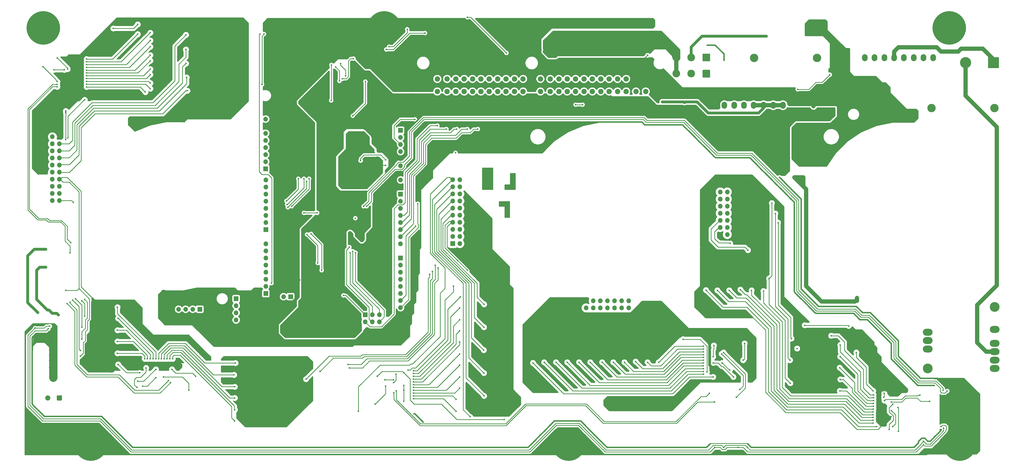
<source format=gbl>
G04 #@! TF.GenerationSoftware,KiCad,Pcbnew,(5.1.9-0-10_14)*
G04 #@! TF.CreationDate,2021-05-29T21:56:35-04:00*
G04 #@! TF.ProjectId,LiBCM,4c694243-4d2e-46b6-9963-61645f706362,A*
G04 #@! TF.SameCoordinates,Original*
G04 #@! TF.FileFunction,Copper,L4,Bot*
G04 #@! TF.FilePolarity,Positive*
%FSLAX46Y46*%
G04 Gerber Fmt 4.6, Leading zero omitted, Abs format (unit mm)*
G04 Created by KiCad (PCBNEW (5.1.9-0-10_14)) date 2021-05-29 21:56:35*
%MOMM*%
%LPD*%
G01*
G04 APERTURE LIST*
G04 #@! TA.AperFunction,ComponentPad*
%ADD10O,1.700000X1.700000*%
G04 #@! TD*
G04 #@! TA.AperFunction,ComponentPad*
%ADD11R,1.700000X1.700000*%
G04 #@! TD*
G04 #@! TA.AperFunction,ComponentPad*
%ADD12O,2.000000X2.500000*%
G04 #@! TD*
G04 #@! TA.AperFunction,ComponentPad*
%ADD13C,2.750000*%
G04 #@! TD*
G04 #@! TA.AperFunction,ComponentPad*
%ADD14C,4.000000*%
G04 #@! TD*
G04 #@! TA.AperFunction,ComponentPad*
%ADD15R,4.000000X4.000000*%
G04 #@! TD*
G04 #@! TA.AperFunction,ComponentPad*
%ADD16O,3.500000X2.500000*%
G04 #@! TD*
G04 #@! TA.AperFunction,ComponentPad*
%ADD17C,3.500000*%
G04 #@! TD*
G04 #@! TA.AperFunction,ComponentPad*
%ADD18C,3.000000*%
G04 #@! TD*
G04 #@! TA.AperFunction,ComponentPad*
%ADD19C,1.850000*%
G04 #@! TD*
G04 #@! TA.AperFunction,ComponentPad*
%ADD20C,1.900000*%
G04 #@! TD*
G04 #@! TA.AperFunction,ComponentPad*
%ADD21C,12.000000*%
G04 #@! TD*
G04 #@! TA.AperFunction,ViaPad*
%ADD22C,0.600000*%
G04 #@! TD*
G04 #@! TA.AperFunction,ViaPad*
%ADD23C,1.500000*%
G04 #@! TD*
G04 #@! TA.AperFunction,Conductor*
%ADD24C,1.500000*%
G04 #@! TD*
G04 #@! TA.AperFunction,Conductor*
%ADD25C,1.000000*%
G04 #@! TD*
G04 #@! TA.AperFunction,Conductor*
%ADD26C,0.250000*%
G04 #@! TD*
G04 #@! TA.AperFunction,Conductor*
%ADD27C,0.500000*%
G04 #@! TD*
G04 #@! TA.AperFunction,Conductor*
%ADD28C,3.000000*%
G04 #@! TD*
G04 #@! TA.AperFunction,Conductor*
%ADD29C,0.100000*%
G04 #@! TD*
G04 #@! TA.AperFunction,Conductor*
%ADD30C,0.254000*%
G04 #@! TD*
G04 #@! TA.AperFunction,NonConductor*
%ADD31C,0.254000*%
G04 #@! TD*
G04 #@! TA.AperFunction,NonConductor*
%ADD32C,0.100000*%
G04 #@! TD*
G04 APERTURE END LIST*
D10*
G04 #@! TO.P,J16,20*
G04 #@! TO.N,N/C*
X181790000Y-95390000D03*
G04 #@! TO.P,J16,19*
G04 #@! TO.N,/LiBCM BMS/CELL36pos*
X179250000Y-95390000D03*
G04 #@! TO.P,J16,18*
G04 #@! TO.N,/LiBCM BMS/CELL35pos*
X181790000Y-97930000D03*
G04 #@! TO.P,J16,17*
G04 #@! TO.N,/LiBCM BMS/CELL34pos*
X179250000Y-97930000D03*
G04 #@! TO.P,J16,16*
G04 #@! TO.N,/LiBCM BMS/CELL33pos*
X181790000Y-100470000D03*
G04 #@! TO.P,J16,15*
G04 #@! TO.N,/LiBCM BMS/CELL32pos*
X179250000Y-100470000D03*
G04 #@! TO.P,J16,14*
G04 #@! TO.N,/LiBCM BMS/CELL31pos*
X181790000Y-103010000D03*
G04 #@! TO.P,J16,13*
G04 #@! TO.N,/LiBCM BMS/CELL30pos*
X179250000Y-103010000D03*
G04 #@! TO.P,J16,12*
G04 #@! TO.N,/LiBCM BMS/CELL29pos*
X181790000Y-105550000D03*
G04 #@! TO.P,J16,11*
G04 #@! TO.N,/LiBCM BMS/CELL28pos*
X179250000Y-105550000D03*
G04 #@! TO.P,J16,10*
G04 #@! TO.N,/LiBCM BMS/CELL27pos*
X181790000Y-108090000D03*
G04 #@! TO.P,J16,9*
G04 #@! TO.N,/LiBCM BMS/CELL26pos*
X179250000Y-108090000D03*
G04 #@! TO.P,J16,8*
G04 #@! TO.N,/LiBCM BMS/CELL25pos*
X181790000Y-110630000D03*
G04 #@! TO.P,J16,7*
G04 #@! TO.N,GND_ISO_C*
X179250000Y-110630000D03*
G04 #@! TO.P,J16,6*
G04 #@! TO.N,/LiBCM BMS/CELL23pos*
X181790000Y-113170000D03*
G04 #@! TO.P,J16,5*
G04 #@! TO.N,/LiBCM BMS/CELL22pos*
X179250000Y-113170000D03*
G04 #@! TO.P,J16,4*
G04 #@! TO.N,/LiBCM BMS/CELL21pos*
X181790000Y-115710000D03*
G04 #@! TO.P,J16,3*
G04 #@! TO.N,/LiBCM BMS/CELL20pos*
X179250000Y-115710000D03*
G04 #@! TO.P,J16,2*
G04 #@! TO.N,/LiBCM BMS/CELL19pos*
X181790000Y-118250000D03*
D11*
G04 #@! TO.P,J16,1*
G04 #@! TO.N,/LiBCM BMS/CELL18pos*
X179250000Y-118250000D03*
G04 #@! TD*
D12*
G04 #@! TO.P,J9,1*
G04 #@! TO.N,+12V*
X297500000Y-68700000D03*
G04 #@! TO.P,J9,2*
X294000000Y-68700000D03*
G04 #@! TO.P,J9,3*
X290500000Y-68700000D03*
G04 #@! TO.P,J9,4*
X287000000Y-68700000D03*
G04 #@! TO.P,J9,5*
G04 #@! TO.N,/FAN-*
X283500000Y-68700000D03*
G04 #@! TO.P,J9,6*
X280000000Y-68700000D03*
G04 #@! TO.P,J9,7*
X276500000Y-68700000D03*
G04 #@! TO.P,J9,8*
G04 #@! TO.N,GND_ENG*
X273000000Y-68700000D03*
G04 #@! TD*
D10*
G04 #@! TO.P,J1,8*
G04 #@! TO.N,N/C*
X160600000Y-95480000D03*
G04 #@! TO.P,J1,7*
G04 #@! TO.N,GND_ENG*
X160600000Y-92940000D03*
G04 #@! TO.P,J1,6*
X160600000Y-90400000D03*
G04 #@! TO.P,J1,5*
G04 #@! TO.N,+5V*
X160600000Y-87860000D03*
G04 #@! TO.P,J1,4*
G04 #@! TO.N,N/C*
X160600000Y-85320000D03*
G04 #@! TO.P,J1,3*
G04 #@! TO.N,/RESETn*
X160600000Y-82780000D03*
G04 #@! TO.P,J1,2*
G04 #@! TO.N,N/C*
X160600000Y-80240000D03*
D11*
G04 #@! TO.P,J1,1*
X160600000Y-77700000D03*
G04 #@! TD*
D10*
G04 #@! TO.P,J2,8*
G04 #@! TO.N,/VPIN_IN*
X160600000Y-118330000D03*
G04 #@! TO.P,J2,7*
G04 #@! TO.N,/TBATT_BLU_LPF*
X160600000Y-115790000D03*
G04 #@! TO.P,J2,6*
G04 #@! TO.N,/TBATT_WHT_LPF*
X160600000Y-113250000D03*
G04 #@! TO.P,J2,5*
G04 #@! TO.N,/TBATT_GRN_LPF*
X160600000Y-110710000D03*
G04 #@! TO.P,J2,4*
G04 #@! TO.N,/TBATT_YEL_LPF*
X160600000Y-108170000D03*
G04 #@! TO.P,J2,3*
G04 #@! TO.N,/BATTFANH_EN*
X160600000Y-105630000D03*
G04 #@! TO.P,J2,2*
G04 #@! TO.N,/BATTFANL_EN*
X160600000Y-103090000D03*
D11*
G04 #@! TO.P,J2,1*
G04 #@! TO.N,/BATT_CURRENT_SCALED*
X160600000Y-100550000D03*
G04 #@! TD*
D10*
G04 #@! TO.P,J3,8*
G04 #@! TO.N,/LED4*
X160600000Y-141180000D03*
G04 #@! TO.P,J3,7*
G04 #@! TO.N,/LED3*
X160600000Y-138640000D03*
G04 #@! TO.P,J3,6*
G04 #@! TO.N,/LED2*
X160600000Y-136100000D03*
G04 #@! TO.P,J3,5*
G04 #@! TO.N,/LED1*
X160600000Y-133560000D03*
G04 #@! TO.P,J3,4*
G04 #@! TO.N,/BATTSCI_REn*
X160600000Y-131020000D03*
G04 #@! TO.P,J3,3*
G04 #@! TO.N,/BATTSCI_DE*
X160600000Y-128480000D03*
G04 #@! TO.P,J3,2*
G04 #@! TO.N,/HMI_EN*
X160600000Y-125940000D03*
D11*
G04 #@! TO.P,J3,1*
G04 #@! TO.N,/TURN_OFF_5V*
X160600000Y-123400000D03*
G04 #@! TD*
D10*
G04 #@! TO.P,J5,8*
G04 #@! TO.N,/AREF*
X112342000Y-73664000D03*
G04 #@! TO.P,J5,7*
G04 #@! TO.N,GND_ENG*
X112342000Y-76204000D03*
G04 #@! TO.P,J5,6*
G04 #@! TO.N,/IGNITION_SENSE*
X112342000Y-78744000D03*
G04 #@! TO.P,J5,5*
G04 #@! TO.N,/I_SENSOR_EN*
X112342000Y-81284000D03*
G04 #@! TO.P,J5,4*
G04 #@! TO.N,/FAN_PWM*
X112342000Y-83824000D03*
G04 #@! TO.P,J5,3*
G04 #@! TO.N,/GRID_EN*
X112342000Y-86364000D03*
G04 #@! TO.P,J5,2*
G04 #@! TO.N,/GRID_SENSE*
X112342000Y-88904000D03*
D11*
G04 #@! TO.P,J5,1*
G04 #@! TO.N,/GRID_PWM*
X112342000Y-91444000D03*
G04 #@! TD*
D10*
G04 #@! TO.P,J6,8*
G04 #@! TO.N,/MCM_E_CONTROL*
X112350000Y-95450000D03*
G04 #@! TO.P,J6,7*
G04 #@! TO.N,/TEMP_SENSOR_EN*
X112350000Y-97990000D03*
G04 #@! TO.P,J6,6*
G04 #@! TO.N,/SPI_EXTERNAL_CS1*
X112350000Y-100530000D03*
G04 #@! TO.P,J6,5*
G04 #@! TO.N,/VPIN_OUT_PWM*
X112350000Y-103070000D03*
G04 #@! TO.P,J6,4*
G04 #@! TO.N,/METSCI_REn*
X112350000Y-105610000D03*
G04 #@! TO.P,J6,3*
G04 #@! TO.N,/METSCI_DE*
X112350000Y-108150000D03*
G04 #@! TO.P,J6,2*
G04 #@! TO.N,N/C*
X112350000Y-110690000D03*
D11*
G04 #@! TO.P,J6,1*
X112350000Y-113230000D03*
G04 #@! TD*
D10*
G04 #@! TO.P,J7,8*
G04 #@! TO.N,/METSCI_TX*
X112350000Y-118350000D03*
G04 #@! TO.P,J7,7*
G04 #@! TO.N,/METSCI_RX*
X112350000Y-120890000D03*
G04 #@! TO.P,J7,6*
G04 #@! TO.N,/BATTSCI_TX*
X112350000Y-123430000D03*
G04 #@! TO.P,J7,5*
G04 #@! TO.N,/BATTSCI_RX*
X112350000Y-125970000D03*
G04 #@! TO.P,J7,4*
G04 #@! TO.N,/HMI_TX*
X112350000Y-128510000D03*
G04 #@! TO.P,J7,3*
G04 #@! TO.N,/HMI_RX*
X112350000Y-131050000D03*
G04 #@! TO.P,J7,2*
G04 #@! TO.N,/SDA*
X112350000Y-133590000D03*
D11*
G04 #@! TO.P,J7,1*
G04 #@! TO.N,/SCL*
X112350000Y-136130000D03*
G04 #@! TD*
D13*
G04 #@! TO.P,J10,3*
G04 #@! TO.N,GND_CHASSIS*
X259250000Y-51600000D03*
G04 #@! TO.P,J10,2*
G04 #@! TO.N,/L2*
X264650000Y-51600000D03*
G04 #@! TO.P,J10,1*
G04 #@! TO.N,/L1_GRID*
G04 #@! TA.AperFunction,ComponentPad*
G36*
G01*
X271425000Y-50474998D02*
X271425000Y-52725002D01*
G75*
G02*
X271175002Y-52975000I-249998J0D01*
G01*
X268924998Y-52975000D01*
G75*
G02*
X268675000Y-52725002I0J249998D01*
G01*
X268675000Y-50474998D01*
G75*
G02*
X268924998Y-50225000I249998J0D01*
G01*
X271175002Y-50225000D01*
G75*
G02*
X271425000Y-50474998I0J-249998D01*
G01*
G37*
G04 #@! TD.AperFunction*
G04 #@! TD*
G04 #@! TO.P,P2,3*
G04 #@! TO.N,GND_CHASSIS*
X259250000Y-57400000D03*
G04 #@! TO.P,P2,2*
G04 #@! TO.N,/L2*
X264650000Y-57400000D03*
G04 #@! TO.P,P2,1*
G04 #@! TO.N,/L1*
G04 #@! TA.AperFunction,ComponentPad*
G36*
G01*
X271425000Y-56274998D02*
X271425000Y-58525002D01*
G75*
G02*
X271175002Y-58775000I-249998J0D01*
G01*
X268924998Y-58775000D01*
G75*
G02*
X268675000Y-58525002I0J249998D01*
G01*
X268675000Y-56274998D01*
G75*
G02*
X268924998Y-56025000I249998J0D01*
G01*
X271175002Y-56025000D01*
G75*
G02*
X271425000Y-56274998I0J-249998D01*
G01*
G37*
G04 #@! TD.AperFunction*
G04 #@! TD*
D14*
G04 #@! TO.P,C30,2*
G04 #@! TO.N,HVDC_NEG*
X362800000Y-53475000D03*
D15*
G04 #@! TO.P,C30,1*
G04 #@! TO.N,HVDC_POS_FUSED*
X372800000Y-53475000D03*
G04 #@! TD*
D16*
G04 #@! TO.P,U8,4*
G04 #@! TO.N,N/C*
X349250000Y-149960000D03*
G04 #@! TO.P,U8,6*
X349250000Y-155960000D03*
D17*
G04 #@! TO.P,U8,7*
G04 #@! TO.N,/12NEG_UNFILTERED*
X349250000Y-162960000D03*
G04 #@! TO.P,U8,14*
G04 #@! TO.N,N/C*
X373250000Y-140960000D03*
D16*
G04 #@! TO.P,U8,12*
G04 #@! TO.N,HVDC_POS_FUSED*
X373250000Y-148960000D03*
G04 #@! TO.P,U8,11*
G04 #@! TO.N,N/C*
X373250000Y-153960000D03*
G04 #@! TO.P,U8,10*
G04 #@! TO.N,HVDC_NEG*
X373250000Y-156960000D03*
G04 #@! TO.P,U8,9*
G04 #@! TO.N,N/C*
X373250000Y-159960000D03*
G04 #@! TO.P,U8,8*
X373250000Y-162960000D03*
G04 #@! TO.P,U8,5*
G04 #@! TO.N,/12POS_UNFILTERED*
X349250000Y-152960000D03*
G04 #@! TD*
D18*
G04 #@! TO.P,F1,2*
G04 #@! TO.N,/L1*
X309650000Y-51800000D03*
G04 #@! TO.P,F1,1*
G04 #@! TO.N,/L1_FUSED*
X287150000Y-51800000D03*
G04 #@! TD*
G04 #@! TO.P,F2,2*
G04 #@! TO.N,HVDC_POS_FUSED*
X373175000Y-69725000D03*
G04 #@! TO.P,F2,1*
G04 #@! TO.N,/HVDC_POS_UNFUSED*
X350675000Y-69725000D03*
G04 #@! TD*
D12*
G04 #@! TO.P,J11,8*
G04 #@! TO.N,/HVDC_POS_UNFUSED*
X351250000Y-51650000D03*
G04 #@! TO.P,J11,7*
G04 #@! TO.N,HVDC_NEG*
X347750000Y-51650000D03*
G04 #@! TO.P,J11,6*
G04 #@! TO.N,/MCM_E_CONN-*
X344250000Y-51650000D03*
G04 #@! TO.P,J11,5*
G04 #@! TO.N,/MCM_E_CONN+*
X340750000Y-51650000D03*
G04 #@! TO.P,J11,4*
G04 #@! TO.N,HVDC_POS_FUSED*
X337250000Y-51650000D03*
G04 #@! TO.P,J11,3*
G04 #@! TO.N,HVDC_NEG*
X333750000Y-51650000D03*
G04 #@! TO.P,J11,2*
G04 #@! TO.N,/GRID_PWM-*
X330250000Y-51650000D03*
G04 #@! TO.P,J11,1*
G04 #@! TO.N,/GRID_PWM+*
X326750000Y-51650000D03*
G04 #@! TD*
G04 #@! TO.P,J12,1*
G04 #@! TO.N,/LiBCM BMS/IM_ISO_EXT*
G04 #@! TA.AperFunction,ComponentPad*
G36*
G01*
X39425000Y-172824999D02*
X39425000Y-174175001D01*
G75*
G02*
X39175001Y-174425000I-249999J0D01*
G01*
X37824999Y-174425000D01*
G75*
G02*
X37575000Y-174175001I0J249999D01*
G01*
X37575000Y-172824999D01*
G75*
G02*
X37824999Y-172575000I249999J0D01*
G01*
X39175001Y-172575000D01*
G75*
G02*
X39425000Y-172824999I0J-249999D01*
G01*
G37*
G04 #@! TD.AperFunction*
D19*
G04 #@! TO.P,J12,2*
G04 #@! TO.N,/LiBCM BMS/IP_ISO_EXT*
X34300000Y-173500000D03*
G04 #@! TD*
D11*
G04 #@! TO.P,J4,1*
G04 #@! TO.N,/GPIO-1*
X147920000Y-143725000D03*
D10*
G04 #@! TO.P,J4,2*
G04 #@! TO.N,/USER_SW*
X147920000Y-146265000D03*
G04 #@! TO.P,J4,3*
G04 #@! TO.N,/SPI_BATT_MISO*
X150460000Y-143725000D03*
G04 #@! TO.P,J4,4*
G04 #@! TO.N,/SPI_BATT_MOSI*
X150460000Y-146265000D03*
G04 #@! TO.P,J4,5*
G04 #@! TO.N,/SPI_BATT_SCK*
X153000000Y-143725000D03*
G04 #@! TO.P,J4,6*
G04 #@! TO.N,/SPI_BATT_CS0*
X153000000Y-146265000D03*
G04 #@! TD*
D20*
G04 #@! TO.P,P1,A14*
G04 #@! TO.N,GND_ENG*
X248350000Y-59300000D03*
G04 #@! TO.P,P1,A01*
G04 #@! TO.N,/IGNITION_12V*
X248350000Y-63800000D03*
G04 #@! TO.P,P1,A15*
G04 #@! TO.N,GND_ENG*
X244850000Y-59300000D03*
G04 #@! TO.P,P1,A02*
G04 #@! TO.N,/IGNITION_12V*
X244850000Y-63800000D03*
G04 #@! TO.P,P1,A16*
G04 #@! TO.N,/I_SENSOR_NEG*
X241350000Y-59300000D03*
G04 #@! TO.P,P1,A03*
G04 #@! TO.N,/I_SENSOR_POS*
X241350000Y-63800000D03*
G04 #@! TO.P,P1,A17*
G04 #@! TO.N,N/C*
X238250000Y-59300000D03*
G04 #@! TO.P,P1,A04*
G04 #@! TO.N,/I_SENSOR_RAW*
X238250000Y-63800000D03*
G04 #@! TO.P,P1,A18*
G04 #@! TO.N,N/C*
X235250000Y-59300000D03*
G04 #@! TO.P,P1,A05*
X235250000Y-63800000D03*
G04 #@! TO.P,P1,A19*
X232250000Y-59300000D03*
G04 #@! TO.P,P1,A06*
X232250000Y-63800000D03*
G04 #@! TO.P,P1,A20*
G04 #@! TO.N,/BATTSCI1*
X229250000Y-59300000D03*
G04 #@! TO.P,P1,A07*
G04 #@! TO.N,/BATTSCI2*
X229250000Y-63800000D03*
G04 #@! TO.P,P1,A21*
G04 #@! TO.N,/METSCI1*
X226250000Y-59300000D03*
G04 #@! TO.P,P1,A08*
G04 #@! TO.N,/METSCI2*
X226250000Y-63800000D03*
G04 #@! TO.P,P1,A22*
G04 #@! TO.N,N/C*
X223250000Y-59300000D03*
G04 #@! TO.P,P1,A09*
X223250000Y-63800000D03*
G04 #@! TO.P,P1,A23*
X220250000Y-59300000D03*
G04 #@! TO.P,P1,A10*
X220250000Y-63800000D03*
G04 #@! TO.P,P1,A24*
G04 #@! TO.N,/BATTFANH*
X217250000Y-59300000D03*
G04 #@! TO.P,P1,A11*
G04 #@! TO.N,/BATTFANL*
X217250000Y-63800000D03*
G04 #@! TO.P,P1,A25*
G04 #@! TO.N,GND_CHASSIS*
X214150000Y-59300000D03*
G04 #@! TO.P,P1,A12*
X214150000Y-63800000D03*
G04 #@! TO.P,P1,A26*
G04 #@! TO.N,N/C*
X210650000Y-59300000D03*
G04 #@! TO.P,P1,A13*
G04 #@! TO.N,/12V_ALWAYS*
X210650000Y-63800000D03*
G04 #@! TO.P,P1,B12*
G04 #@! TO.N,/TBATT_SG*
X204450000Y-59300000D03*
G04 #@! TO.P,P1,B01*
G04 #@! TO.N,/HLINE_CONN*
X204450000Y-63800000D03*
G04 #@! TO.P,P1,B13*
G04 #@! TO.N,N/C*
X201350000Y-59300000D03*
G04 #@! TO.P,P1,B02*
G04 #@! TO.N,/SPI_BATT_MISO*
X201350000Y-63800000D03*
G04 #@! TO.P,P1,B14*
G04 #@! TO.N,N/C*
X198350000Y-59300000D03*
G04 #@! TO.P,P1,B03*
G04 #@! TO.N,/SPI_BATT_MOSI*
X198350000Y-63800000D03*
G04 #@! TO.P,P1,B15*
G04 #@! TO.N,N/C*
X195350000Y-59300000D03*
G04 #@! TO.P,P1,B04*
G04 #@! TO.N,/SPI_BATT_SCK*
X195350000Y-63800000D03*
G04 #@! TO.P,P1,B16*
G04 #@! TO.N,N/C*
X192350000Y-59300000D03*
G04 #@! TO.P,P1,B05*
G04 #@! TO.N,/SPI_EXTERNAL_CS1*
X192350000Y-63800000D03*
G04 #@! TO.P,P1,B17*
G04 #@! TO.N,N/C*
X189350000Y-59300000D03*
G04 #@! TO.P,P1,B06*
X189350000Y-63800000D03*
G04 #@! TO.P,P1,B18*
X186350000Y-59300000D03*
G04 #@! TO.P,P1,B07*
X186350000Y-63800000D03*
G04 #@! TO.P,P1,B19*
G04 #@! TO.N,/TBATT_BLU*
X183350000Y-59300000D03*
G04 #@! TO.P,P1,B08*
G04 #@! TO.N,/TBATT_WHT*
X183350000Y-63800000D03*
G04 #@! TO.P,P1,B20*
G04 #@! TO.N,/TBATT_GRN*
X180350000Y-59300000D03*
G04 #@! TO.P,P1,B09*
G04 #@! TO.N,/TBATT_YEL*
X180350000Y-63800000D03*
G04 #@! TO.P,P1,B21*
G04 #@! TO.N,N/C*
X177250000Y-59300000D03*
G04 #@! TO.P,P1,B10*
X177250000Y-63800000D03*
G04 #@! TO.P,P1,B22*
G04 #@! TO.N,/VPIN_OUT_LPF*
X173750000Y-59300000D03*
G04 #@! TO.P,P1,B11*
G04 #@! TO.N,/VPIN_IN_NOISY*
X173750000Y-63800000D03*
G04 #@! TD*
D11*
G04 #@! TO.P,J8,1*
G04 #@! TO.N,/SDA*
X101750000Y-138000000D03*
D10*
G04 #@! TO.P,J8,2*
G04 #@! TO.N,/SCL*
X101750000Y-140540000D03*
G04 #@! TO.P,J8,3*
G04 #@! TO.N,+5V*
X101750000Y-143080000D03*
G04 #@! TO.P,J8,4*
G04 #@! TO.N,/GPIO-1*
X101750000Y-145620000D03*
G04 #@! TO.P,J8,5*
G04 #@! TO.N,GND_ENG*
X101750000Y-148160000D03*
G04 #@! TO.P,J8,6*
X101750000Y-150700000D03*
G04 #@! TD*
D11*
G04 #@! TO.P,J14,1*
G04 #@! TO.N,+5V*
X88750000Y-141750000D03*
D10*
G04 #@! TO.P,J14,2*
G04 #@! TO.N,/HMI_RX*
X86210000Y-141750000D03*
G04 #@! TO.P,J14,3*
G04 #@! TO.N,/HMI_TX*
X83670000Y-141750000D03*
G04 #@! TO.P,J14,4*
G04 #@! TO.N,/HMI_EN_OD*
X81130000Y-141750000D03*
G04 #@! TD*
D21*
G04 #@! TO.P,H4,1*
G04 #@! TO.N,N/C*
X32750000Y-41000000D03*
G04 #@! TD*
G04 #@! TO.P,H1,1*
G04 #@! TO.N,GND_ENG*
X220750000Y-190000000D03*
G04 #@! TD*
G04 #@! TO.P,H2,1*
G04 #@! TO.N,GND_ENG*
X49750000Y-190000000D03*
G04 #@! TD*
G04 #@! TO.P,H5,1*
G04 #@! TO.N,GND_ENG*
X154750000Y-41000000D03*
G04 #@! TD*
G04 #@! TO.P,H6,1*
G04 #@! TO.N,N/C*
X357000000Y-41000000D03*
G04 #@! TD*
G04 #@! TO.P,H7,1*
G04 #@! TO.N,GND_ENG*
X360750000Y-190000000D03*
G04 #@! TD*
D11*
G04 #@! TO.P,J15,1*
G04 #@! TO.N,/HMI_TX*
X121250000Y-137250000D03*
D10*
G04 #@! TO.P,J15,2*
G04 #@! TO.N,/HLINE_JUMPER*
X118710000Y-137250000D03*
G04 #@! TD*
D11*
G04 #@! TO.P,J13,1*
G04 #@! TO.N,GND_ISO_A*
X38500000Y-80000000D03*
D10*
G04 #@! TO.P,J13,2*
G04 #@! TO.N,/LiBCM BMS/CELL1pos*
X35960000Y-80000000D03*
G04 #@! TO.P,J13,3*
G04 #@! TO.N,/LiBCM BMS/CELL2pos*
X38500000Y-82540000D03*
G04 #@! TO.P,J13,4*
G04 #@! TO.N,/LiBCM BMS/CELL3pos*
X35960000Y-82540000D03*
G04 #@! TO.P,J13,5*
G04 #@! TO.N,/LiBCM BMS/CELL4pos*
X38500000Y-85080000D03*
G04 #@! TO.P,J13,6*
G04 #@! TO.N,/LiBCM BMS/CELL5pos*
X35960000Y-85080000D03*
G04 #@! TO.P,J13,7*
G04 #@! TO.N,/LiBCM BMS/CELL6pos*
X38500000Y-87620000D03*
G04 #@! TO.P,J13,8*
G04 #@! TO.N,/LiBCM BMS/CELL7pos*
X35960000Y-87620000D03*
G04 #@! TO.P,J13,9*
G04 #@! TO.N,/LiBCM BMS/CELL8pos*
X38500000Y-90160000D03*
G04 #@! TO.P,J13,10*
G04 #@! TO.N,/LiBCM BMS/CELL9pos*
X35960000Y-90160000D03*
G04 #@! TO.P,J13,11*
G04 #@! TO.N,/LiBCM BMS/C10pos*
X38500000Y-92700000D03*
G04 #@! TO.P,J13,12*
G04 #@! TO.N,/LiBCM BMS/C11pos*
X35960000Y-92700000D03*
G04 #@! TO.P,J13,13*
G04 #@! TO.N,GND_ISO_B*
X38500000Y-95240000D03*
G04 #@! TO.P,J13,14*
G04 #@! TO.N,/LiBCM BMS/CELL13pos*
X35960000Y-95240000D03*
G04 #@! TO.P,J13,15*
G04 #@! TO.N,/LiBCM BMS/CELL14pos*
X38500000Y-97780000D03*
G04 #@! TO.P,J13,16*
G04 #@! TO.N,/LiBCM BMS/CELL15pos*
X35960000Y-97780000D03*
G04 #@! TO.P,J13,17*
G04 #@! TO.N,/LiBCM BMS/CELL16pos*
X38500000Y-100320000D03*
G04 #@! TO.P,J13,18*
G04 #@! TO.N,/LiBCM BMS/CELL17pos*
X35960000Y-100320000D03*
G04 #@! TO.P,J13,19*
G04 #@! TO.N,/LiBCM BMS/CELL18pos*
X38500000Y-102860000D03*
G04 #@! TO.P,J13,20*
G04 #@! TO.N,N/C*
X35960000Y-102860000D03*
G04 #@! TD*
G04 #@! TO.P,J17,14*
G04 #@! TO.N,N/C*
X277540000Y-99760000D03*
G04 #@! TO.P,J17,13*
G04 #@! TO.N,/LiBCM BMS/CELL48pos*
X275000000Y-99760000D03*
G04 #@! TO.P,J17,12*
G04 #@! TO.N,/LiBCM BMS/CELL47pos*
X277540000Y-102300000D03*
G04 #@! TO.P,J17,11*
G04 #@! TO.N,/LiBCM BMS/CELL46pos*
X275000000Y-102300000D03*
G04 #@! TO.P,J17,10*
G04 #@! TO.N,/LiBCM BMS/CELL45pos*
X277540000Y-104840000D03*
G04 #@! TO.P,J17,9*
G04 #@! TO.N,/LiBCM BMS/CELL44pos*
X275000000Y-104840000D03*
G04 #@! TO.P,J17,8*
G04 #@! TO.N,/LiBCM BMS/CELL43pos*
X277540000Y-107380000D03*
G04 #@! TO.P,J17,7*
G04 #@! TO.N,/LiBCM BMS/CELL42pos*
X275000000Y-107380000D03*
G04 #@! TO.P,J17,6*
G04 #@! TO.N,/LiBCM BMS/CELL41pos*
X277540000Y-109920000D03*
G04 #@! TO.P,J17,5*
G04 #@! TO.N,/LiBCM BMS/CELL40pos*
X275000000Y-109920000D03*
G04 #@! TO.P,J17,4*
G04 #@! TO.N,/LiBCM BMS/CELL39pos*
X277540000Y-112460000D03*
G04 #@! TO.P,J17,3*
G04 #@! TO.N,/LiBCM BMS/CELL38pos*
X275000000Y-112460000D03*
G04 #@! TO.P,J17,2*
G04 #@! TO.N,/LiBCM BMS/CELL37pos*
X277540000Y-115000000D03*
D11*
G04 #@! TO.P,J17,1*
G04 #@! TO.N,GND_ISO_D*
X275000000Y-115000000D03*
G04 #@! TD*
G04 #@! TO.P,J18,1*
G04 #@! TO.N,GND_ISO_E*
X227000000Y-138750000D03*
D10*
G04 #@! TO.P,J18,2*
G04 #@! TO.N,/LiBCM BMS/CELL49pos*
X227000000Y-141290000D03*
G04 #@! TO.P,J18,3*
G04 #@! TO.N,/LiBCM BMS/CELL50pos*
X229540000Y-138750000D03*
G04 #@! TO.P,J18,4*
G04 #@! TO.N,/LiBCM BMS/CELL51pos*
X229540000Y-141290000D03*
G04 #@! TO.P,J18,5*
G04 #@! TO.N,/LiBCM BMS/CELL52pos*
X232080000Y-138750000D03*
G04 #@! TO.P,J18,6*
G04 #@! TO.N,/LiBCM BMS/CELL53pos*
X232080000Y-141290000D03*
G04 #@! TO.P,J18,7*
G04 #@! TO.N,/LiBCM BMS/CELL54pos*
X234620000Y-138750000D03*
G04 #@! TO.P,J18,8*
G04 #@! TO.N,/LiBCM BMS/CELL55pos*
X234620000Y-141290000D03*
G04 #@! TO.P,J18,9*
G04 #@! TO.N,/LiBCM BMS/CELL56pos*
X237160000Y-138750000D03*
G04 #@! TO.P,J18,10*
G04 #@! TO.N,/LiBCM BMS/CELL57pos*
X237160000Y-141290000D03*
G04 #@! TO.P,J18,11*
G04 #@! TO.N,/LiBCM BMS/CELL58pos*
X239700000Y-138750000D03*
G04 #@! TO.P,J18,12*
G04 #@! TO.N,/LiBCM BMS/CELL59pos*
X239700000Y-141290000D03*
G04 #@! TO.P,J18,13*
G04 #@! TO.N,/LiBCM BMS/CELL60pos*
X242240000Y-138750000D03*
G04 #@! TO.P,J18,14*
G04 #@! TO.N,N/C*
X242240000Y-141290000D03*
G04 #@! TD*
D22*
G04 #@! TO.N,*
X180250000Y-85750000D03*
G04 #@! TO.N,+12V*
X262250000Y-67750000D03*
X254250000Y-67500000D03*
G04 #@! TO.N,+5V*
X315750000Y-70250000D03*
D23*
X315095000Y-71500000D03*
X312500000Y-71500000D03*
D22*
X140750000Y-117250000D03*
X125500000Y-113750000D03*
X146250000Y-117250000D03*
X147250000Y-116750000D03*
X148000000Y-112750000D03*
X142950000Y-53200000D03*
X189500000Y-67000000D03*
X185000000Y-67000000D03*
X181450000Y-67000000D03*
X178500000Y-67000000D03*
X125500010Y-123749990D03*
X302750000Y-63000000D03*
X314250000Y-57750000D03*
X146250000Y-88500000D03*
X125000000Y-67000012D03*
D23*
X125500000Y-139750000D03*
D22*
X155250000Y-88250000D03*
X126750000Y-65250000D03*
X128500000Y-63500000D03*
X130250000Y-61750000D03*
X135000000Y-57000000D03*
X133250000Y-58750000D03*
X292250000Y-70500000D03*
G04 #@! TO.N,GND_ISO_B*
X47500000Y-66750000D03*
X40750000Y-70750000D03*
X40750000Y-135000000D03*
X46000000Y-158500000D03*
X72250000Y-161250000D03*
X57000000Y-164250000D03*
X41550000Y-80400000D03*
X40750000Y-81000000D03*
G04 #@! TO.N,GND_ISO_C*
X105100000Y-183650000D03*
X165350000Y-179200000D03*
X168650001Y-182125000D03*
X181000000Y-124250000D03*
X184500000Y-127750000D03*
X182750000Y-124250000D03*
X200262500Y-177762500D03*
G04 #@! TO.N,GND_ISO_A*
X45000000Y-53500000D03*
X39662500Y-67500000D03*
X30750000Y-72250000D03*
X43750000Y-64250000D03*
G04 #@! TO.N,GND_ENG*
X172000000Y-92750000D03*
X172000000Y-94750000D03*
X156750000Y-154500000D03*
X154750000Y-154500000D03*
X152750000Y-154500000D03*
X150750000Y-154500000D03*
X148750000Y-154500000D03*
X146750000Y-154500000D03*
X141250000Y-155000000D03*
X139250000Y-155000000D03*
X137250000Y-155000000D03*
X135250000Y-155000000D03*
X133250000Y-155000000D03*
X131250000Y-155000000D03*
X129250000Y-155000000D03*
X127250000Y-155000000D03*
X125250000Y-155000000D03*
X123250000Y-155000000D03*
X121250000Y-155000000D03*
X119250000Y-155000000D03*
X117250000Y-155000000D03*
X115250000Y-155000000D03*
X113250000Y-155000000D03*
X111250000Y-155000000D03*
X109250000Y-155000000D03*
X107250000Y-155000000D03*
X105250000Y-155000000D03*
X103250000Y-155000000D03*
X101250000Y-155000000D03*
X99250000Y-155000000D03*
X97250000Y-155000000D03*
X78500000Y-147250000D03*
X74000000Y-142750000D03*
X273500000Y-192750000D03*
X276250000Y-193000000D03*
X278250000Y-192750000D03*
X280500000Y-192750000D03*
X282500000Y-192750000D03*
X314000000Y-56000000D03*
X311700000Y-65800000D03*
X320600000Y-56600000D03*
X319500000Y-66750000D03*
D23*
X310750000Y-68000000D03*
X308430000Y-69080000D03*
D22*
X115125000Y-53125000D03*
X115000000Y-56250000D03*
X115000000Y-61250000D03*
X123250000Y-114000000D03*
X125250000Y-110000000D03*
X123500000Y-121750000D03*
D23*
X123350000Y-130850000D03*
X148750000Y-127500000D03*
D22*
X142500000Y-114250000D03*
X149000000Y-115250000D03*
X137750000Y-51750000D03*
X141900000Y-49850000D03*
X114750000Y-45600000D03*
D23*
X307000000Y-76500000D03*
X305000000Y-76500000D03*
D22*
X223250000Y-68500000D03*
X225750000Y-68500000D03*
X144412500Y-109162500D03*
X322500000Y-67000000D03*
X326500000Y-65000000D03*
X323750000Y-64750000D03*
X320750000Y-64250000D03*
D23*
X150550000Y-120900000D03*
X152850000Y-120900000D03*
X147050000Y-128700000D03*
X301499994Y-94500006D03*
D22*
X143500000Y-95250000D03*
X149000000Y-90750000D03*
X150150000Y-93150000D03*
X148000000Y-98250000D03*
X143500000Y-98250000D03*
X139750000Y-98250000D03*
X138750000Y-97250000D03*
X138750000Y-94250000D03*
X138750000Y-91500000D03*
X138750000Y-89250000D03*
X138750000Y-87250000D03*
X140250000Y-86500000D03*
X141500000Y-85500000D03*
X141500000Y-84000000D03*
X141500000Y-82500000D03*
X141500000Y-81000000D03*
X138750000Y-93000000D03*
X138750000Y-95750000D03*
X138750000Y-90250000D03*
X141250000Y-98250000D03*
X145750000Y-98250000D03*
X155250004Y-90250000D03*
X150750000Y-95000000D03*
X149000000Y-95750000D03*
X150000000Y-96500000D03*
X152550000Y-93950000D03*
X153750000Y-92750000D03*
X153750000Y-91250000D03*
X153750000Y-88750000D03*
X152250000Y-87250000D03*
X150750000Y-85250000D03*
X149750000Y-83750000D03*
X149000000Y-82000000D03*
X149000000Y-80250000D03*
X147250000Y-78500000D03*
X144750000Y-78500000D03*
X142250000Y-78500000D03*
X141500000Y-79250000D03*
X348900000Y-193750000D03*
X346750000Y-193750000D03*
X344750000Y-193750000D03*
X342750000Y-193750000D03*
X340750000Y-193750000D03*
X338750000Y-193750000D03*
X336750000Y-193750000D03*
X334750000Y-193750000D03*
X332750000Y-193750000D03*
X330750000Y-193750000D03*
X328750000Y-193750000D03*
X326750000Y-193750000D03*
X324750000Y-193750000D03*
X318750000Y-193750000D03*
X316750000Y-193750000D03*
X314750000Y-193750000D03*
X312750000Y-193750000D03*
X310750000Y-193750000D03*
X308750000Y-193750000D03*
X306750000Y-193750000D03*
X304750000Y-193750000D03*
X302750000Y-193750000D03*
X300750000Y-193750000D03*
X298750000Y-193750000D03*
X292750000Y-193750000D03*
X290750000Y-193750000D03*
X288750000Y-193750000D03*
X286750000Y-193750000D03*
X284750000Y-193750000D03*
X280750000Y-193750000D03*
X278750000Y-193750000D03*
X282750000Y-193750000D03*
X276750000Y-193750000D03*
X274750000Y-193750000D03*
X272750000Y-193750000D03*
X270750000Y-193750000D03*
X268750000Y-193750000D03*
X266750000Y-193750000D03*
X264750000Y-193750000D03*
X262750000Y-193750000D03*
X260750000Y-193750000D03*
X258750000Y-193750000D03*
X256750000Y-193750000D03*
X254750000Y-193750000D03*
X252750000Y-193750000D03*
X250750000Y-193750000D03*
X248750000Y-193750000D03*
X246750000Y-193750000D03*
X244750000Y-193750000D03*
X242750000Y-193750000D03*
X240750000Y-193750000D03*
X236750000Y-193750000D03*
X238750000Y-193750000D03*
X234750000Y-193750000D03*
X233500000Y-193750000D03*
X231750000Y-192000000D03*
X230000000Y-190250000D03*
X228250000Y-188500000D03*
X226500000Y-186750000D03*
X215956593Y-185106593D03*
X214206593Y-186856593D03*
X212456593Y-188606593D03*
X210706593Y-190356593D03*
X208956593Y-192106593D03*
X207250000Y-193750000D03*
X205250000Y-193750000D03*
X203250000Y-193750000D03*
X201250000Y-193750000D03*
X199250000Y-193750000D03*
X197250000Y-193750000D03*
X195250000Y-193750000D03*
X193250000Y-193750000D03*
X191250000Y-193750000D03*
X189250000Y-193750000D03*
X187250000Y-193750000D03*
X185250000Y-193750000D03*
X183250000Y-193750000D03*
X181250000Y-193750000D03*
X179250000Y-193750000D03*
X177250000Y-193750000D03*
X175250000Y-193750000D03*
X173250000Y-193750000D03*
X171250000Y-193750000D03*
X169250000Y-193750000D03*
X167250000Y-193750000D03*
X165250000Y-193750000D03*
X163250000Y-193750000D03*
X161250000Y-193750000D03*
X159250000Y-193750000D03*
X157250000Y-193750000D03*
X155250000Y-193750000D03*
X153250000Y-193750000D03*
X151250000Y-193750000D03*
X149250000Y-193750000D03*
X147250000Y-193750000D03*
X145250000Y-193750000D03*
X143250000Y-193750000D03*
X141250000Y-193750000D03*
X139250000Y-193750000D03*
X137250000Y-193750000D03*
X135250000Y-193750000D03*
X133250000Y-193750000D03*
X131250000Y-193750000D03*
X129250000Y-193750000D03*
X127250000Y-193750000D03*
X125250000Y-193750000D03*
X123250000Y-193750000D03*
X121250000Y-193750000D03*
X119250000Y-193750000D03*
X117250000Y-193750000D03*
X115250000Y-193750000D03*
X113250000Y-193750000D03*
X111250000Y-193750000D03*
X109250000Y-193750000D03*
X107250000Y-193750000D03*
X105250000Y-193750000D03*
X103250000Y-193750000D03*
X101250000Y-193750000D03*
X99250000Y-193750000D03*
X97250000Y-193750000D03*
X95250000Y-193750000D03*
X93250000Y-193750000D03*
X91250000Y-193750000D03*
X89250000Y-193750000D03*
X87250000Y-193750000D03*
X85250000Y-193750000D03*
X83250000Y-193750000D03*
X81250000Y-193750000D03*
X79250000Y-193750000D03*
X77250000Y-193750000D03*
X75250000Y-193750000D03*
X73250000Y-193750000D03*
X71250000Y-193750000D03*
X69250000Y-193750000D03*
X67250000Y-193750000D03*
X65250000Y-193750000D03*
X63750000Y-193750000D03*
X61975000Y-192025000D03*
X60225000Y-190275000D03*
X58475000Y-188525000D03*
X56725000Y-186775000D03*
X54975000Y-185025000D03*
X53225000Y-183275000D03*
X51600000Y-182650000D03*
X49600000Y-182650000D03*
X47600000Y-182650000D03*
X45600000Y-182650000D03*
X43350000Y-182650000D03*
X41350000Y-182650000D03*
X39350000Y-182650000D03*
X37350000Y-182650000D03*
X35350000Y-182650000D03*
X33350000Y-182650000D03*
X31468407Y-182031593D03*
X29843407Y-180406593D03*
X28093407Y-178656593D03*
X26250000Y-176750000D03*
X26250000Y-174750000D03*
X26250000Y-172750000D03*
X26250000Y-170750000D03*
X26250000Y-168750000D03*
X26250000Y-166750000D03*
X26250000Y-164750000D03*
X26250000Y-162750000D03*
X26250000Y-160750000D03*
X26250000Y-158750000D03*
X26250000Y-156750000D03*
X26250000Y-154750000D03*
X26250000Y-152750000D03*
X28750000Y-155000000D03*
X28750000Y-157000000D03*
X28750000Y-159000000D03*
X28750000Y-161000000D03*
X28750000Y-163000000D03*
X28750000Y-165000000D03*
X28750000Y-167000000D03*
X28750000Y-169000000D03*
X28750000Y-171000000D03*
X28750000Y-173000000D03*
X28750000Y-175000000D03*
X29625000Y-176625000D03*
X33150000Y-180100000D03*
X31375000Y-178375000D03*
X35150000Y-180100000D03*
X37150000Y-180100000D03*
X39150000Y-180100000D03*
X41150000Y-180100000D03*
X43150000Y-180100000D03*
X45150000Y-180100000D03*
X47150000Y-180100000D03*
X49150000Y-180100000D03*
X51150000Y-180100000D03*
X53600000Y-180100000D03*
X55000000Y-181500000D03*
X56750000Y-183250000D03*
X58500000Y-185000000D03*
X60250000Y-186750000D03*
X62000000Y-188500000D03*
X63625000Y-190125000D03*
X64750000Y-191250000D03*
X66750000Y-191250000D03*
X68750000Y-191250000D03*
X70750000Y-191250000D03*
X72750000Y-191250000D03*
X74750000Y-191250000D03*
X76750000Y-191250000D03*
X78750000Y-191250000D03*
X80750000Y-191250000D03*
X82750000Y-191250000D03*
X84750000Y-191250000D03*
X86750000Y-191250000D03*
X88750000Y-191250000D03*
X90750000Y-191250000D03*
X92750000Y-191250000D03*
X94750000Y-191250000D03*
X96750000Y-191250000D03*
X98750000Y-191250000D03*
X100750000Y-191250000D03*
X102750000Y-191250000D03*
X104750000Y-191250000D03*
X106750000Y-191250000D03*
X108750000Y-191250000D03*
X110750000Y-191250000D03*
X112750000Y-191250000D03*
X114750000Y-191250000D03*
X116750000Y-191250000D03*
X118750000Y-191250000D03*
X120750000Y-191250000D03*
X122750000Y-191250000D03*
X124750000Y-191250000D03*
X126750000Y-191250000D03*
X128750000Y-191250000D03*
X130750000Y-191250000D03*
X132750000Y-191250000D03*
X134750000Y-191250000D03*
X136750000Y-191250000D03*
X138750000Y-191250000D03*
X140750000Y-191250000D03*
X142750000Y-191250000D03*
X144750000Y-191250000D03*
X146750000Y-191250000D03*
X148750000Y-191250000D03*
X150750000Y-191250000D03*
X152750000Y-191250000D03*
X154750000Y-191250000D03*
X156750000Y-191250000D03*
X158750000Y-191250000D03*
X160750000Y-191250000D03*
X162750000Y-191250000D03*
X164750000Y-191250000D03*
X166750000Y-191250000D03*
X168750000Y-191250000D03*
X170750000Y-191250000D03*
X172750000Y-191250000D03*
X174750000Y-191250000D03*
X176750000Y-191250000D03*
X178750000Y-191250000D03*
X180750000Y-191250000D03*
X182750000Y-191250000D03*
X184750000Y-191250000D03*
X186750000Y-191250000D03*
X188750000Y-191250000D03*
X190750000Y-191250000D03*
X192750000Y-191250000D03*
X194750000Y-191250000D03*
X196750000Y-191250000D03*
X198750000Y-191250000D03*
X200750000Y-191250000D03*
X202750000Y-191250000D03*
X204750000Y-191250000D03*
X206850000Y-190600000D03*
X208725000Y-188725000D03*
X210600000Y-186850000D03*
X212350000Y-185100000D03*
X214100000Y-183350000D03*
X226400000Y-183100000D03*
X228150000Y-184850000D03*
X230025000Y-186725000D03*
X231775000Y-188475000D03*
X233400000Y-190100000D03*
X234525000Y-191225000D03*
X236500000Y-191250000D03*
X238500000Y-191250000D03*
X240500000Y-191250000D03*
X242500000Y-191250000D03*
X244500000Y-191250000D03*
X246500000Y-191250000D03*
X248500000Y-191250000D03*
X250500000Y-191250000D03*
X252500000Y-191250000D03*
X254500000Y-191250000D03*
X256500000Y-191250000D03*
X258500000Y-191250000D03*
X260500000Y-191250000D03*
X262500000Y-191250000D03*
X264500000Y-191250000D03*
X266500000Y-191250000D03*
X268500000Y-191250000D03*
X270175000Y-191175000D03*
X286750000Y-191250000D03*
X288750000Y-191250000D03*
X290750000Y-191250000D03*
X292750000Y-191250000D03*
X294750000Y-191250000D03*
X296750000Y-191250000D03*
X296750000Y-193750000D03*
X294750000Y-193750000D03*
X298750000Y-191250000D03*
X300750000Y-191250000D03*
X302750000Y-191250000D03*
X304750000Y-191250000D03*
X306750000Y-191250000D03*
X308750000Y-191250000D03*
X310750000Y-191250000D03*
X312750000Y-191250000D03*
X314750000Y-191250000D03*
X316750000Y-191250000D03*
X318750000Y-191250000D03*
X320750000Y-191250000D03*
X322750000Y-191250000D03*
X324750000Y-191250000D03*
X326750000Y-191250000D03*
X328750000Y-191250000D03*
X330750000Y-191250000D03*
X332750000Y-191250000D03*
X334750000Y-191250000D03*
X336750000Y-191250000D03*
X338750000Y-191250000D03*
X340750000Y-191250000D03*
X342750000Y-191250000D03*
X344425000Y-191175000D03*
X320750000Y-193750000D03*
X322750000Y-193750000D03*
X224600000Y-184850000D03*
X350500000Y-192250000D03*
X352000000Y-190750000D03*
X353500000Y-189250000D03*
X354799999Y-187950001D03*
X353225000Y-185975000D03*
X351850000Y-187350000D03*
X350000000Y-189000000D03*
X361625000Y-183625000D03*
X362875000Y-182375000D03*
X364500000Y-180750000D03*
X364500000Y-179500000D03*
X364500000Y-176500000D03*
X363375000Y-174625000D03*
X362500000Y-171500000D03*
X360750000Y-169750000D03*
X358875000Y-167875000D03*
X356000000Y-167750000D03*
X354000000Y-167750000D03*
X352750000Y-166500000D03*
X350750000Y-166500000D03*
X348750000Y-166500000D03*
X346750000Y-166500000D03*
X345000000Y-164750000D03*
X343250000Y-163000000D03*
X341500000Y-161250000D03*
X339750000Y-159500000D03*
X338750000Y-157750000D03*
X338750000Y-155750000D03*
X338750000Y-153750000D03*
X337750000Y-152000000D03*
X336000000Y-150250000D03*
X334250000Y-148500000D03*
X332500000Y-146750000D03*
X330750000Y-145000000D03*
X328750000Y-143000000D03*
X326000000Y-143000000D03*
X323750000Y-140750000D03*
X321750000Y-140750000D03*
X319750000Y-140750000D03*
X317750000Y-140750000D03*
X315750000Y-140750000D03*
X313750000Y-140750000D03*
X311750000Y-140750000D03*
X310000000Y-140500000D03*
X308250000Y-138750000D03*
X306500000Y-137000000D03*
X304750000Y-135250000D03*
X304000000Y-133500000D03*
X304000000Y-131500000D03*
X304000000Y-129500000D03*
X304000000Y-127500000D03*
X304000000Y-125500000D03*
X304000000Y-123500000D03*
X304000000Y-121500000D03*
X304000000Y-119500000D03*
X304000000Y-117500000D03*
X304000000Y-115500000D03*
X304000000Y-113500000D03*
X304000000Y-111500000D03*
X304000000Y-109500000D03*
X304000000Y-107500000D03*
X304000000Y-105500000D03*
X304000000Y-103750000D03*
X351550000Y-169050000D03*
X349450000Y-169050000D03*
X347450000Y-169050000D03*
X345725000Y-169025000D03*
X343975000Y-167275000D03*
X342225000Y-165525000D03*
X340475000Y-163775000D03*
X338725000Y-162025000D03*
X336975000Y-160275000D03*
X336250000Y-158250000D03*
X336250000Y-156250000D03*
X336250000Y-154050000D03*
X334475000Y-152275000D03*
X332725000Y-150525000D03*
X330975000Y-148775000D03*
X329225000Y-147025000D03*
X327725000Y-145525000D03*
X325000000Y-145500000D03*
X322750000Y-143250000D03*
X320750000Y-143250000D03*
X318750000Y-143250000D03*
X316750000Y-143250000D03*
X314750000Y-143250000D03*
X312750000Y-143250000D03*
X310750000Y-143250000D03*
X308975000Y-143025000D03*
X307225000Y-141275000D03*
X305475000Y-139525000D03*
X303725000Y-137775000D03*
X301975000Y-136025000D03*
X301500000Y-134000000D03*
X301500000Y-132000000D03*
X301500000Y-130000000D03*
X301500000Y-128000000D03*
X301500000Y-126000000D03*
X301500000Y-124000000D03*
X301500000Y-122000000D03*
X301500000Y-120000000D03*
X301500000Y-118000000D03*
X301500000Y-116000000D03*
X301500000Y-114000000D03*
X301500000Y-112000000D03*
X301500000Y-110000000D03*
X301500000Y-108000000D03*
X301500000Y-106000000D03*
X301500000Y-104000000D03*
X300300000Y-102200000D03*
X298550000Y-100450000D03*
X296800000Y-98700000D03*
X295050000Y-96950000D03*
X293300000Y-95200000D03*
X291550000Y-93450000D03*
X289800000Y-91700000D03*
X288050000Y-89950000D03*
X286300000Y-88200000D03*
X284500000Y-87500000D03*
X282500000Y-87500000D03*
X280500000Y-87500000D03*
X278500000Y-87500000D03*
X276500000Y-87500000D03*
X274500000Y-87500000D03*
X272775000Y-86975000D03*
X271025000Y-85225000D03*
X269275000Y-83475000D03*
X267525000Y-81725000D03*
X265775000Y-79975000D03*
X264025000Y-78225000D03*
X262275000Y-76475000D03*
X260550000Y-75700000D03*
X258550000Y-75700000D03*
X256550000Y-75700000D03*
X254550000Y-75700000D03*
X252550000Y-75700000D03*
X250550000Y-75700000D03*
X248550000Y-75700000D03*
X247000000Y-74750000D03*
X245000000Y-74750000D03*
X243000000Y-74750000D03*
X226500000Y-74750000D03*
X224500000Y-74750000D03*
X222500000Y-74750000D03*
X220500000Y-74750000D03*
X218500000Y-74750000D03*
X216500000Y-74750000D03*
X214500000Y-74750000D03*
X212500000Y-74750000D03*
X210500000Y-74750000D03*
X208500000Y-74750000D03*
X206575000Y-75325000D03*
X204825000Y-77075000D03*
X203075000Y-78825000D03*
X201250000Y-79750000D03*
X199250000Y-79750000D03*
X197250000Y-79750000D03*
X195250000Y-79750000D03*
X193250000Y-79750000D03*
X191250000Y-79750000D03*
X189250000Y-79750000D03*
X187400000Y-79750000D03*
X185700000Y-81450000D03*
X183950000Y-83200000D03*
X182200000Y-84950000D03*
X324000000Y-138750000D03*
X323999989Y-137750011D03*
D23*
X304750000Y-94500000D03*
X303250000Y-88000000D03*
X305000000Y-89750000D03*
D22*
X303200000Y-101550000D03*
X296250000Y-94500000D03*
X298200000Y-96550000D03*
X300700000Y-99050000D03*
D23*
X123750000Y-132549987D03*
D22*
X190250000Y-51750000D03*
X183250000Y-51750000D03*
X174750000Y-51750000D03*
X164750000Y-56000000D03*
X200500000Y-56000000D03*
X196750000Y-51500000D03*
X193750000Y-56250000D03*
X191250000Y-56500000D03*
X188500000Y-57000000D03*
X201500000Y-61500000D03*
X204500000Y-61500000D03*
X216750000Y-55000000D03*
X220250000Y-55000000D03*
X223500000Y-55500000D03*
X238250000Y-55500000D03*
X238250000Y-61500000D03*
X218000000Y-61500000D03*
X221750000Y-61500000D03*
X234750000Y-52500000D03*
X229250000Y-52250000D03*
X233250000Y-56500000D03*
X233750000Y-61500000D03*
X91750000Y-152750000D03*
X90000000Y-151000000D03*
X75250000Y-146000000D03*
D23*
X30500000Y-152250000D03*
D22*
X34500000Y-150550000D03*
X37500000Y-154250000D03*
X30775000Y-153500000D03*
X31900000Y-152200000D03*
X33362500Y-153662500D03*
X35000000Y-155300000D03*
X35000000Y-156250000D03*
X35000000Y-158250000D03*
X35000000Y-160250000D03*
X35000000Y-162700000D03*
X37500000Y-162700000D03*
X37500000Y-160250000D03*
X37500000Y-158250000D03*
X37500000Y-156250000D03*
X35750000Y-152500000D03*
X129250000Y-88500000D03*
X129250000Y-92000000D03*
X129250000Y-97000000D03*
X129250000Y-94250000D03*
D23*
X208250000Y-57000000D03*
D22*
X249000000Y-50750000D03*
X268500000Y-67500000D03*
X215750000Y-181750000D03*
X217750000Y-181750000D03*
X219750000Y-181750000D03*
X221750000Y-181750000D03*
X223750000Y-181750000D03*
X335500000Y-70500000D03*
X146250000Y-48000000D03*
D23*
X160750000Y-97750000D03*
D22*
X93500000Y-154500000D03*
X74000000Y-140750000D03*
X74000000Y-138750000D03*
X143250000Y-155000000D03*
X74000000Y-136500000D03*
X144750000Y-154500000D03*
X74000000Y-144750000D03*
X76500000Y-147250000D03*
X95250000Y-155000000D03*
D23*
X167000000Y-95500000D03*
X169750000Y-95000000D03*
X155000000Y-136000000D03*
X155750000Y-139000000D03*
X157750000Y-149250000D03*
X152500000Y-151000000D03*
X113090000Y-148160000D03*
X109840000Y-148160000D03*
D22*
X178000000Y-85750000D03*
X176250000Y-87500000D03*
X174500000Y-89250000D03*
X172750000Y-91000000D03*
X168250000Y-98250000D03*
D23*
X164750000Y-63250000D03*
X209500000Y-61500000D03*
D22*
G04 #@! TO.N,/L2*
X291550000Y-44000000D03*
G04 #@! TO.N,/TRIAC_GATE*
X270350000Y-47200000D03*
X276350000Y-52600000D03*
G04 #@! TO.N,/5V_ENABLE*
X140950000Y-58200000D03*
X139150000Y-53800000D03*
G04 #@! TO.N,/TBATT_YEL_LPF*
X177000000Y-77250000D03*
G04 #@! TO.N,/TBATT_GRN_LPF*
X180750000Y-77250000D03*
G04 #@! TO.N,/TBATT_WHT_LPF*
X184500000Y-77250000D03*
G04 #@! TO.N,/TBATT_BLU_LPF*
X188250000Y-77250000D03*
G04 #@! TO.N,/VPIN_IN*
X126000000Y-107250000D03*
X130750000Y-107250000D03*
G04 #@! TO.N,/VPIN_OUT_LPF*
X120250000Y-105250000D03*
X126950000Y-96000000D03*
G04 #@! TO.N,/TURN_OFF_5V*
X135850000Y-54300000D03*
X135750000Y-67000000D03*
G04 #@! TO.N,/IGNITION_12V*
X137350000Y-55000000D03*
X138750000Y-60000000D03*
G04 #@! TO.N,/VPIN_IN_NOISY*
X121650000Y-104900000D03*
X127850000Y-95000000D03*
G04 #@! TO.N,/TEMP_SENSOR_EN*
X119750014Y-103000000D03*
X124000000Y-94999994D03*
G04 #@! TO.N,/BATTSCI1*
X128550000Y-114800000D03*
X132350000Y-127800000D03*
G04 #@! TO.N,/BATTSCI2*
X127150000Y-115000000D03*
X130950000Y-125200000D03*
G04 #@! TO.N,/SPI_BATT_MISO*
X142500000Y-121500000D03*
G04 #@! TO.N,/SPI_BATT_MOSI*
X142250000Y-119500000D03*
G04 #@! TO.N,/LiBCM BMS/VREF2_A*
X41400000Y-55750000D03*
X37750000Y-51750000D03*
G04 #@! TO.N,/LiBCM BMS/VREF1_A*
X40250000Y-56000000D03*
X36500000Y-56000000D03*
G04 #@! TO.N,/LiBCM BMS/VREF2_B*
X73000000Y-163250000D03*
X66500010Y-167500000D03*
G04 #@! TO.N,/LiBCM BMS/VREF1_B*
X73000000Y-166250000D03*
X68250000Y-169250000D03*
G04 #@! TO.N,/LiBCM BMS/VREG_B*
X78750000Y-163250000D03*
X87250000Y-165750000D03*
G04 #@! TO.N,/LiBCM BMS/VREF2_C*
X155000000Y-167000000D03*
X158150000Y-167000000D03*
G04 #@! TO.N,/LiBCM BMS/VREF1_C*
X158150000Y-168000000D03*
X158950000Y-165000000D03*
G04 #@! TO.N,/LiBCM BMS/VREG_C*
X161750000Y-169000000D03*
X151500000Y-175750000D03*
X155250000Y-169250000D03*
X161750000Y-170750000D03*
X161750000Y-174750000D03*
G04 #@! TO.N,/LiBCM BMS/VREF1_D*
X336250000Y-178000000D03*
X336750000Y-183750000D03*
G04 #@! TO.N,/LiBCM BMS/VREG_D*
X333747248Y-171865130D03*
X333500020Y-173250000D03*
X338750000Y-185500000D03*
X338650000Y-176900000D03*
G04 #@! TO.N,/LiBCM BMS/C10pos*
X84250000Y-63500000D03*
G04 #@! TO.N,/LiBCM BMS/CELL8pos*
X84000000Y-58750000D03*
G04 #@! TO.N,/LiBCM BMS/CELL6pos*
X83750000Y-53750000D03*
G04 #@! TO.N,/LiBCM BMS/CELL4pos*
X83750000Y-48750000D03*
G04 #@! TO.N,/LiBCM BMS/CELL2pos*
X83750000Y-43500000D03*
G04 #@! TO.N,/LiBCM BMS/S12_A*
X48200000Y-62150000D03*
X69250000Y-64000000D03*
G04 #@! TO.N,/LiBCM BMS/S11_A*
X48200000Y-61150000D03*
X71000000Y-62750000D03*
G04 #@! TO.N,/LiBCM BMS/S10_A*
X48200000Y-60150000D03*
X71000000Y-60750000D03*
G04 #@! TO.N,/LiBCM BMS/S9_A*
X48200000Y-59150000D03*
X71000000Y-57750000D03*
G04 #@! TO.N,/LiBCM BMS/S8_A*
X48200000Y-58150000D03*
X71000000Y-55750000D03*
G04 #@! TO.N,/LiBCM BMS/S7_A*
X48200000Y-57150000D03*
X71000000Y-52750000D03*
G04 #@! TO.N,/LiBCM BMS/S6_A*
X48200000Y-56150000D03*
X71000000Y-50750000D03*
G04 #@! TO.N,/LiBCM BMS/S5_A*
X48200000Y-55150000D03*
X71000000Y-47750000D03*
G04 #@! TO.N,/LiBCM BMS/S4_A*
X48200000Y-54150000D03*
X71000000Y-45500000D03*
G04 #@! TO.N,/LiBCM BMS/S3_A*
X48200000Y-53150000D03*
X71000000Y-42750000D03*
G04 #@! TO.N,/LiBCM BMS/S2_A*
X66500000Y-43250000D03*
X48200000Y-52150000D03*
G04 #@! TO.N,/LiBCM BMS/S1_A*
X66500000Y-39750000D03*
X57750000Y-41200000D03*
G04 #@! TO.N,/LiBCM BMS/IP_6820*
X147350000Y-104900000D03*
X354750000Y-170750000D03*
G04 #@! TO.N,/LiBCM BMS/IM_6820*
X148450004Y-104899996D03*
X356250000Y-171000000D03*
G04 #@! TO.N,/LiBCM BMS/CELL22pos*
X126750000Y-166750000D03*
X171000000Y-129250000D03*
G04 #@! TO.N,/LiBCM BMS/CELL20pos*
X172000000Y-128250000D03*
X131750000Y-164000000D03*
G04 #@! TO.N,/LiBCM BMS/CELL19pos*
X142250000Y-162750000D03*
X174000000Y-127000000D03*
G04 #@! TO.N,/LiBCM BMS/CELL18pos*
X141750000Y-161500000D03*
X43500000Y-103500000D03*
X173000000Y-126000000D03*
G04 #@! TO.N,/LiBCM BMS/CELL16pos*
X46500000Y-138750000D03*
X47500000Y-144249992D03*
G04 #@! TO.N,/LiBCM BMS/CELL15pos*
X46500000Y-148250000D03*
X44250000Y-138000000D03*
G04 #@! TO.N,/LiBCM BMS/CELL14pos*
X46549988Y-152450000D03*
X47500000Y-138250000D03*
G04 #@! TO.N,/LiBCM BMS/CELL13pos*
X46000000Y-156500000D03*
X43250000Y-138500000D03*
G04 #@! TO.N,/LiBCM BMS/S12_B*
X79000000Y-159500000D03*
X101250000Y-181750000D03*
G04 #@! TO.N,/LiBCM BMS/S11_B*
X78000000Y-159500000D03*
X101250000Y-177750000D03*
G04 #@! TO.N,/LiBCM BMS/S10_B*
X77000000Y-159500000D03*
X101250000Y-173500000D03*
G04 #@! TO.N,/LiBCM BMS/S9_B*
X76000000Y-159500000D03*
X101250000Y-169500000D03*
G04 #@! TO.N,/LiBCM BMS/S8_B*
X75000000Y-159500000D03*
X101000000Y-165250000D03*
G04 #@! TO.N,/LiBCM BMS/S7_B*
X74000000Y-159500000D03*
X101500000Y-161000000D03*
G04 #@! TO.N,/LiBCM BMS/S6_B*
X73000000Y-159500000D03*
X59250000Y-141000000D03*
G04 #@! TO.N,/LiBCM BMS/S5_B*
X72000000Y-159500000D03*
X59500000Y-145000000D03*
G04 #@! TO.N,/LiBCM BMS/S4_B*
X71000000Y-159500000D03*
X59250000Y-149250000D03*
G04 #@! TO.N,/LiBCM BMS/S3_B*
X59250000Y-153250000D03*
X70000000Y-159500000D03*
G04 #@! TO.N,/LiBCM BMS/S2_B*
X69000000Y-159500000D03*
X59250000Y-157500000D03*
G04 #@! TO.N,/LiBCM BMS/S1_B*
X59500000Y-161500000D03*
X67250000Y-164500000D03*
G04 #@! TO.N,/LiBCM BMS/T_B*
X69500000Y-162750000D03*
X66250000Y-169750000D03*
G04 #@! TO.N,/LiBCM BMS/ISO_TAP_B*
X33670000Y-126670000D03*
G04 #@! TO.N,/LiBCM BMS/CELL34pos*
X190500000Y-172800000D03*
G04 #@! TO.N,/LiBCM BMS/CELL32pos*
X190450000Y-164600000D03*
G04 #@! TO.N,/LiBCM BMS/CELL30pos*
X190400000Y-156400000D03*
G04 #@! TO.N,/LiBCM BMS/CELL28pos*
X190450000Y-148200000D03*
G04 #@! TO.N,/LiBCM BMS/CELL26pos*
X190500000Y-140000000D03*
G04 #@! TO.N,/LiBCM BMS/CELL36pos*
X185500000Y-180250000D03*
X145500000Y-178250000D03*
G04 #@! TO.N,/LiBCM BMS/S12_C*
X165250000Y-173750000D03*
X180500000Y-178250000D03*
G04 #@! TO.N,/LiBCM BMS/S11_C*
X180500000Y-174000000D03*
X165250000Y-172750000D03*
G04 #@! TO.N,/LiBCM BMS/S10_C*
X165250000Y-171750000D03*
X181750000Y-170000000D03*
G04 #@! TO.N,/LiBCM BMS/S9_C*
X181750000Y-166000000D03*
X165250000Y-170750000D03*
G04 #@! TO.N,/LiBCM BMS/S8_C*
X165250000Y-169750000D03*
X181750000Y-161750000D03*
G04 #@! TO.N,/LiBCM BMS/S7_C*
X165250000Y-168750000D03*
X181750000Y-157750000D03*
G04 #@! TO.N,/LiBCM BMS/S6_C*
X165250000Y-167750000D03*
X181750000Y-153500000D03*
G04 #@! TO.N,/LiBCM BMS/S5_C*
X165250000Y-166750000D03*
X181750000Y-149500000D03*
G04 #@! TO.N,/LiBCM BMS/S4_C*
X165250000Y-165750000D03*
X181750000Y-145500000D03*
G04 #@! TO.N,/LiBCM BMS/S3_C*
X181750000Y-141250000D03*
X165250000Y-164750000D03*
G04 #@! TO.N,/LiBCM BMS/S2_C*
X165250000Y-163750000D03*
X182000000Y-137250000D03*
G04 #@! TO.N,/LiBCM BMS/S1_C*
X163250000Y-163500000D03*
X179500000Y-133500000D03*
G04 #@! TO.N,/LiBCM BMS/T_C*
X161750000Y-164500000D03*
X152250000Y-165750000D03*
X197750000Y-181250000D03*
G04 #@! TO.N,/LiBCM BMS/CELL46pos*
X302550000Y-155830000D03*
X295750000Y-110750000D03*
X300500000Y-152250000D03*
G04 #@! TO.N,/LiBCM BMS/CELL44pos*
X294750000Y-107500000D03*
X300000000Y-160000000D03*
G04 #@! TO.N,/LiBCM BMS/CELL42pos*
X293500000Y-103750000D03*
X292499984Y-130770000D03*
X300100000Y-168250000D03*
G04 #@! TO.N,/LiBCM BMS/CELL40pos*
X284950000Y-120600000D03*
G04 #@! TO.N,/LiBCM BMS/CELL38pos*
X278550000Y-118150000D03*
G04 #@! TO.N,/LiBCM BMS/S12_D*
X329899992Y-172450000D03*
X314750000Y-151250000D03*
G04 #@! TO.N,/LiBCM BMS/S11_D*
X329900000Y-173450000D03*
X318000000Y-154550000D03*
G04 #@! TO.N,/LiBCM BMS/S10_D*
X317980000Y-158730000D03*
X329860002Y-174489998D03*
G04 #@! TO.N,/LiBCM BMS/S9_D*
X317800000Y-162700000D03*
X329850000Y-175500000D03*
G04 #@! TO.N,/LiBCM BMS/S8_D*
X329850000Y-176500000D03*
X318000000Y-166900000D03*
G04 #@! TO.N,/LiBCM BMS/S7_D*
X317850000Y-171000000D03*
X329850000Y-177500000D03*
G04 #@! TO.N,/LiBCM BMS/S6_D*
X290500000Y-135250000D03*
X329750000Y-178500000D03*
G04 #@! TO.N,/LiBCM BMS/S5_D*
X329750000Y-179500000D03*
X286250000Y-135000000D03*
G04 #@! TO.N,/LiBCM BMS/S4_D*
X282250000Y-134750000D03*
X329750000Y-180500000D03*
G04 #@! TO.N,/LiBCM BMS/S3_D*
X329750000Y-181500000D03*
X278250000Y-135000000D03*
G04 #@! TO.N,/LiBCM BMS/S2_D*
X274000000Y-135000000D03*
X329750000Y-182500000D03*
G04 #@! TO.N,/LiBCM BMS/S1_D*
X269920000Y-134920000D03*
X331000000Y-183750000D03*
G04 #@! TO.N,/LiBCM BMS/T_D*
X329750000Y-171000000D03*
X305250000Y-147500000D03*
X323750000Y-157250000D03*
X321000000Y-147750000D03*
G04 #@! TO.N,/LiBCM BMS/IMA_A*
X37645558Y-61270558D03*
X42250000Y-121500000D03*
G04 #@! TO.N,/LiBCM BMS/IPA_B*
X77500000Y-167250000D03*
X42250000Y-139250000D03*
G04 #@! TO.N,/LiBCM BMS/IMA_B*
X78250000Y-168000000D03*
X41250000Y-139750000D03*
G04 #@! TO.N,/LiBCM BMS/IPA_A*
X37700000Y-62100000D03*
X42550000Y-117900000D03*
G04 #@! TO.N,/LiBCM BMS/IPA_C*
X158220491Y-171690982D03*
X273000000Y-175000000D03*
G04 #@! TO.N,/LiBCM BMS/IMA_D*
X336250000Y-175000000D03*
X350000000Y-174750000D03*
G04 #@! TO.N,/LiBCM BMS/IPA_D*
X333800000Y-174450000D03*
X346500000Y-172500000D03*
G04 #@! TO.N,/LiBCM BMS/IMA_C*
X159000000Y-171000000D03*
X271150000Y-171800000D03*
G04 #@! TO.N,/SPI_BATT_SCK*
X143500000Y-121000000D03*
G04 #@! TO.N,/SPI_BATT_CS0*
X144500000Y-121500000D03*
G04 #@! TO.N,GND_ISO_D*
X336200000Y-180250000D03*
X332885000Y-180365000D03*
X332500000Y-171000000D03*
X302850000Y-148600000D03*
X326750000Y-153500000D03*
X340750000Y-170750000D03*
G04 #@! TO.N,/LED3*
X166000000Y-112000000D03*
G04 #@! TO.N,/LED4*
X166750000Y-104000000D03*
D23*
G04 #@! TO.N,GND_CHASSIS*
X216000000Y-51000000D03*
X213749968Y-51000000D03*
D22*
G04 #@! TO.N,/LiBCM BMS/WDT_A*
X37725000Y-60275000D03*
X32625000Y-54875000D03*
G04 #@! TO.N,/LiBCM BMS/WDT_B*
X75750000Y-166000000D03*
X84750000Y-170750000D03*
G04 #@! TO.N,/LiBCM BMS/WDT_D*
X335500000Y-184750000D03*
X336750000Y-175750000D03*
G04 #@! TO.N,/SPI_EXTERNAL_CS1*
X120000000Y-104250000D03*
X126000000Y-95000000D03*
G04 #@! TO.N,/HLINE_CONN*
X110250000Y-43250000D03*
X184500000Y-37250000D03*
X198500000Y-50000000D03*
X156500000Y-47750000D03*
X163000000Y-41500000D03*
X114414999Y-132414999D03*
G04 #@! TO.N,/FAN_PWM_G*
X139750000Y-59200000D03*
X143750000Y-52000000D03*
G04 #@! TO.N,/LiBCM BMS/ISO_TAP_A*
X33625000Y-120275000D03*
G04 #@! TO.N,GND_ISO_E*
X261750000Y-150750000D03*
X271000000Y-150500000D03*
X270250012Y-152750000D03*
X271500000Y-161750000D03*
X272250000Y-163000000D03*
X275500000Y-163750000D03*
X287000000Y-166500000D03*
G04 #@! TO.N,/LiBCM BMS/VREF2_E*
X272500000Y-161000000D03*
X279750000Y-166000000D03*
G04 #@! TO.N,/LiBCM BMS/VREF1_E*
X275750000Y-161000000D03*
X278441957Y-163558059D03*
G04 #@! TO.N,/LiBCM BMS/VREG_E*
X272750000Y-154750000D03*
X272500000Y-158750000D03*
X283750000Y-154000000D03*
X283250000Y-160000000D03*
G04 #@! TO.N,/LiBCM BMS/S12_E*
X269000000Y-155000000D03*
X253000000Y-160750000D03*
G04 #@! TO.N,/LiBCM BMS/S11_E*
X269000000Y-156000000D03*
X249000000Y-160750000D03*
G04 #@! TO.N,/LiBCM BMS/S10_E*
X244750000Y-160500000D03*
X269000000Y-157000000D03*
G04 #@! TO.N,/LiBCM BMS/S9_E*
X269000000Y-158000000D03*
X240750000Y-160750000D03*
G04 #@! TO.N,/LiBCM BMS/S8_E*
X269000000Y-159000000D03*
X236750000Y-160750000D03*
G04 #@! TO.N,/LiBCM BMS/S7_E*
X269000000Y-160000000D03*
X232750000Y-160750000D03*
G04 #@! TO.N,/LiBCM BMS/S6_E*
X269000000Y-161000000D03*
X228500000Y-160750000D03*
G04 #@! TO.N,/LiBCM BMS/S5_E*
X268950000Y-162050000D03*
X224500000Y-160750000D03*
G04 #@! TO.N,/LiBCM BMS/S4_E*
X269000000Y-163000000D03*
X220250000Y-160750000D03*
G04 #@! TO.N,/LiBCM BMS/S3_E*
X269000000Y-164000000D03*
X216250000Y-160750000D03*
G04 #@! TO.N,/LiBCM BMS/S2_E*
X269000000Y-165000000D03*
X212000000Y-160750000D03*
G04 #@! TO.N,/LiBCM BMS/S1_E*
X272500000Y-166000000D03*
X208000000Y-161000000D03*
G04 #@! TO.N,/LiBCM BMS/T_E*
X261750000Y-152500000D03*
X270250000Y-164250000D03*
G04 #@! TO.N,/LiBCM BMS/IMA_E*
X275500000Y-157750000D03*
X282000000Y-170500000D03*
G04 #@! TO.N,/LiBCM BMS/IPA_E*
X276250000Y-157250000D03*
X280750000Y-173250000D03*
G04 #@! TO.N,/LiBCM BMS/IM_ISO_SAFETY*
X276250000Y-191250000D03*
X284750008Y-191250000D03*
X34500000Y-148750000D03*
X355000000Y-184250000D03*
X347750000Y-189000000D03*
G04 #@! TO.N,/LiBCM BMS/IP_ISO_SAFETY*
X29750000Y-148500000D03*
X273000000Y-191250000D03*
X281500000Y-191250000D03*
X354000000Y-183750000D03*
X347750000Y-190250000D03*
X35000000Y-147750000D03*
G04 #@! TO.N,/RESETn*
X165750000Y-73750012D03*
G04 #@! TO.N,/USER_SW*
X173750000Y-76000000D03*
G04 #@! TO.N,/GPIO-1*
X140150000Y-136800000D03*
G04 #@! TO.N,/I_SENSOR_EN*
X111000000Y-61250000D03*
X111750000Y-43250000D03*
X169350000Y-42850000D03*
X155500000Y-48750000D03*
G04 #@! TO.N,/I_SENSOR_RAW*
X143500002Y-72500014D03*
X148000000Y-60250000D03*
G04 #@! TD*
D24*
G04 #@! TO.N,+12V*
X297500000Y-68700000D02*
X287000000Y-68700000D01*
D25*
X262000000Y-67500000D02*
X254250000Y-67500000D01*
X262250000Y-67750000D02*
X262000000Y-67500000D01*
X262500000Y-67500000D02*
X262250000Y-67750000D01*
X266750000Y-67500000D02*
X262500000Y-67500000D01*
X288750000Y-71500000D02*
X270750000Y-71500000D01*
X290500000Y-69750000D02*
X288750000Y-71500000D01*
X270750000Y-71500000D02*
X266750000Y-67500000D01*
X290500000Y-68700000D02*
X290500000Y-69750000D01*
D26*
G04 #@! TO.N,+5V*
X145750000Y-102250000D02*
X146000000Y-102250000D01*
X153500000Y-94750000D02*
X158250000Y-90000000D01*
X158250000Y-90000000D02*
X158250000Y-88700010D01*
X147500000Y-100750000D02*
X147000000Y-100750000D01*
X147500000Y-100750000D02*
X153500000Y-94750000D01*
X145750000Y-102000000D02*
X145750000Y-102250000D01*
D24*
X312500000Y-71500000D02*
X315095000Y-71500000D01*
X151750000Y-67000000D02*
X147250000Y-71500000D01*
D26*
X191950000Y-67000000D02*
X191350000Y-67000000D01*
X191350000Y-67000000D02*
X190950000Y-67000000D01*
X184500000Y-67250000D02*
X184500000Y-67000000D01*
X181050000Y-67400000D02*
X181450000Y-67000000D01*
D24*
X184500000Y-67000000D02*
X181450000Y-67000000D01*
D25*
X143250000Y-75500000D02*
X133500000Y-75500000D01*
X147250000Y-71500000D02*
X143250000Y-75500000D01*
X133500000Y-113500000D02*
X135750000Y-115750000D01*
D27*
X137250000Y-117250000D02*
X135750000Y-115750000D01*
X140750000Y-117250000D02*
X137250000Y-117250000D01*
D25*
X133500000Y-110500000D02*
X129250000Y-110500000D01*
X133500000Y-110500000D02*
X133500000Y-113500000D01*
X126000000Y-113750000D02*
X125500000Y-113750000D01*
X129250000Y-110500000D02*
X126000000Y-113750000D01*
D27*
X146750000Y-116750000D02*
X146250000Y-117250000D01*
X147250000Y-116750000D02*
X146750000Y-116750000D01*
X146750000Y-114000000D02*
X148000000Y-112750000D01*
X146750000Y-116750000D02*
X146750000Y-114000000D01*
X140250000Y-112750000D02*
X139500000Y-113500000D01*
X139500000Y-116000000D02*
X140750000Y-117250000D01*
X139500000Y-113500000D02*
X139500000Y-116000000D01*
D26*
X142950000Y-53200000D02*
X143550000Y-53800000D01*
D24*
X188250000Y-67000000D02*
X189500000Y-67000000D01*
X185000000Y-67000000D02*
X184500000Y-67000000D01*
X188250000Y-67000000D02*
X185000000Y-67000000D01*
X178500000Y-67000000D02*
X151750000Y-67000000D01*
X181450000Y-67000000D02*
X178500000Y-67000000D01*
X298500000Y-71500000D02*
X312500000Y-71500000D01*
X298250000Y-75750000D02*
X302500000Y-71500000D01*
D26*
X284750000Y-75750000D02*
X285250000Y-75250000D01*
D24*
X284750000Y-75750000D02*
X288750000Y-75750000D01*
D26*
X160600000Y-87860000D02*
X160334999Y-88125001D01*
D25*
X160600000Y-87860000D02*
X159640000Y-87860000D01*
X125500000Y-113750000D02*
X125500000Y-123749980D01*
X125500000Y-123749980D02*
X125500010Y-123749990D01*
D26*
X159250000Y-88250000D02*
X156500000Y-88250000D01*
X159640000Y-87860000D02*
X159250000Y-88250000D01*
D25*
X125000012Y-67000012D02*
X125000000Y-67000012D01*
X133500000Y-75500000D02*
X125000012Y-67000012D01*
X125500010Y-123749990D02*
X125500010Y-139749990D01*
X125500010Y-139749990D02*
X125500000Y-139750000D01*
X143250000Y-53750000D02*
X143250000Y-53500000D01*
X154500000Y-65000000D02*
X143250000Y-53750000D01*
X154500000Y-67000000D02*
X154500000Y-65000000D01*
X151750000Y-67000000D02*
X154500000Y-67000000D01*
X147000000Y-75500000D02*
X143250000Y-75500000D01*
X159360000Y-87860000D02*
X147000000Y-75500000D01*
X159640000Y-87860000D02*
X159360000Y-87860000D01*
D26*
X147500000Y-86500000D02*
X146250000Y-87750000D01*
X153500000Y-86500000D02*
X147500000Y-86500000D01*
X146250000Y-87750000D02*
X146250000Y-88500000D01*
X155250000Y-88250000D02*
X153500000Y-86500000D01*
X145750000Y-102250000D02*
X145750000Y-103000000D01*
X141500000Y-107250000D02*
X141500000Y-112750000D01*
X145750000Y-103000000D02*
X141500000Y-107250000D01*
D27*
X141500000Y-112750000D02*
X140250000Y-112750000D01*
X148000000Y-112750000D02*
X141500000Y-112750000D01*
D26*
X137250000Y-101750000D02*
X133500000Y-98000000D01*
X146000000Y-101750000D02*
X137250000Y-101750000D01*
D25*
X133500000Y-98000000D02*
X133500000Y-110500000D01*
X133500000Y-75500000D02*
X133500000Y-98000000D01*
D26*
X147000000Y-100750000D02*
X146000000Y-101750000D01*
X146000000Y-101750000D02*
X145750000Y-102000000D01*
D24*
X272500000Y-75750000D02*
X284750000Y-75750000D01*
X266500000Y-69750000D02*
X272500000Y-75750000D01*
X248250000Y-67000000D02*
X251000000Y-69750000D01*
X251000000Y-69750000D02*
X266500000Y-69750000D01*
X189500000Y-67000000D02*
X248250000Y-67000000D01*
X293000000Y-75750000D02*
X298250000Y-75750000D01*
X292250000Y-75750000D02*
X293000000Y-75750000D01*
X288750000Y-75750000D02*
X292250000Y-75750000D01*
D26*
X292250000Y-70500000D02*
X292250000Y-75750000D01*
X306750000Y-63000000D02*
X302750000Y-63000000D01*
X311500000Y-60500000D02*
X309250000Y-60500000D01*
X309250000Y-60500000D02*
X306750000Y-63000000D01*
X314250000Y-57750000D02*
X311500000Y-60500000D01*
D27*
X161210000Y-87250000D02*
X160600000Y-87860000D01*
X161750000Y-87250000D02*
X161210000Y-87250000D01*
X162750000Y-86250000D02*
X161750000Y-87250000D01*
X162750000Y-78000000D02*
X162750000Y-86250000D01*
X173750000Y-67000000D02*
X162750000Y-78000000D01*
X178500000Y-67000000D02*
X173750000Y-67000000D01*
G04 #@! TO.N,GND_ISO_B*
X40750000Y-71500000D02*
X40750000Y-70750000D01*
D26*
X64000000Y-159750000D02*
X65500000Y-161250000D01*
X65500000Y-161250000D02*
X72250000Y-161250000D01*
X55250000Y-158250000D02*
X56750000Y-159750000D01*
X55250000Y-142750000D02*
X55250000Y-158250000D01*
X41250000Y-94500000D02*
X46250000Y-99500000D01*
X39500000Y-94500000D02*
X41250000Y-94500000D01*
X38760000Y-95240000D02*
X39500000Y-94500000D01*
X46250000Y-99500000D02*
X46250000Y-133750000D01*
X38500000Y-95240000D02*
X38760000Y-95240000D01*
X57000000Y-159750000D02*
X64000000Y-159750000D01*
X57000000Y-164250000D02*
X57000000Y-159750000D01*
X56750000Y-159750000D02*
X57000000Y-159750000D01*
X44850000Y-135000000D02*
X45500000Y-134350000D01*
X40750000Y-135000000D02*
X44850000Y-135000000D01*
X40750000Y-79800000D02*
X40750000Y-81000000D01*
X40750000Y-79800000D02*
X40750000Y-71500000D01*
X47400000Y-66750000D02*
X47500000Y-66750000D01*
X41500000Y-72650000D02*
X47400000Y-66750000D01*
X41500000Y-80350000D02*
X41500000Y-72650000D01*
X41550000Y-80400000D02*
X41500000Y-80350000D01*
X49250000Y-145300000D02*
X49250000Y-138100000D01*
X47000000Y-153750000D02*
X47750000Y-153000000D01*
X49250000Y-138100000D02*
X45500000Y-134350000D01*
X48550000Y-146000000D02*
X49250000Y-145300000D01*
X47000000Y-157500000D02*
X47000000Y-153750000D01*
X47750000Y-149800000D02*
X48550000Y-149000000D01*
X47750000Y-153000000D02*
X47750000Y-149800000D01*
X48550000Y-149000000D02*
X48550000Y-146000000D01*
X46000000Y-158500000D02*
X47000000Y-157500000D01*
X45500000Y-102000000D02*
X45500000Y-134350000D01*
X42000000Y-96250000D02*
X45500000Y-99750000D01*
X39750000Y-96250000D02*
X42000000Y-96250000D01*
X38740000Y-95240000D02*
X39750000Y-96250000D01*
X45500000Y-99750000D02*
X45500000Y-102000000D01*
X38500000Y-95240000D02*
X38740000Y-95240000D01*
D27*
X50250000Y-137750000D02*
X51500000Y-139000000D01*
D26*
X46250000Y-133750000D02*
X50250000Y-137750000D01*
X50250000Y-137750000D02*
X55250000Y-142750000D01*
D27*
X50250000Y-137750000D02*
X50250000Y-139250000D01*
D26*
G04 #@! TO.N,GND_ISO_C*
X176500000Y-119750000D02*
X181000000Y-124250000D01*
X176500000Y-111750000D02*
X176500000Y-119750000D01*
X178000000Y-110250000D02*
X176500000Y-111750000D01*
X179250000Y-110630000D02*
X178880000Y-110630000D01*
X178500000Y-110250000D02*
X178000000Y-110250000D01*
X178880000Y-110630000D02*
X178500000Y-110250000D01*
D24*
X192500000Y-128250000D02*
X192500000Y-129250000D01*
X192500000Y-129250000D02*
X197000000Y-133750000D01*
X197000000Y-133750000D02*
X197000000Y-176500000D01*
X197000000Y-176500000D02*
X196250000Y-177250000D01*
D26*
X178870000Y-110630000D02*
X179250000Y-110630000D01*
X177250000Y-112250000D02*
X178870000Y-110630000D01*
X177250000Y-119500000D02*
X177250000Y-112250000D01*
X181250000Y-123500000D02*
X177250000Y-119500000D01*
X181000000Y-124250000D02*
X184500000Y-127750000D01*
X186750000Y-128250000D02*
X182750000Y-124250000D01*
X192500000Y-128250000D02*
X186750000Y-128250000D01*
X182250000Y-123750000D02*
X182750000Y-124250000D01*
X182250000Y-123500000D02*
X182250000Y-123750000D01*
X182250000Y-123500000D02*
X181250000Y-123500000D01*
D27*
X165350000Y-179200000D02*
X165725001Y-179200000D01*
X165725001Y-179200000D02*
X168650001Y-182125000D01*
G04 #@! TO.N,GND_ISO_A*
X38500000Y-68662500D02*
X39662500Y-67500000D01*
X38500000Y-73250000D02*
X31750000Y-73250000D01*
X38500000Y-80000000D02*
X38500000Y-73250000D01*
X38500000Y-73250000D02*
X38500000Y-68662500D01*
X31750000Y-73250000D02*
X30750000Y-72250000D01*
D26*
X45000000Y-53500000D02*
X45000000Y-63000000D01*
X45000000Y-63000000D02*
X43750000Y-64250000D01*
D24*
G04 #@! TO.N,GND_ENG*
X273000000Y-67000000D02*
X273000000Y-68700000D01*
X275000000Y-65000000D02*
X273000000Y-67000000D01*
X273000000Y-68700000D02*
X273000000Y-68250000D01*
X273000000Y-68250000D02*
X268550000Y-63800000D01*
X307750000Y-65000000D02*
X310750000Y-68000000D01*
X306950000Y-65000000D02*
X307750000Y-65000000D01*
X308430000Y-66480000D02*
X306950000Y-65000000D01*
X308430000Y-69080000D02*
X308430000Y-66480000D01*
X210250000Y-50250000D02*
X201250000Y-50250000D01*
X176500000Y-53500000D02*
X174750000Y-51750000D01*
X171750000Y-48750000D02*
X162500000Y-48750000D01*
D25*
X138750000Y-43500000D02*
X137500000Y-44750000D01*
X137500000Y-44750000D02*
X137500000Y-50250000D01*
X137500000Y-44750000D02*
X123500000Y-44750000D01*
X115125000Y-56125000D02*
X115000000Y-56250000D01*
X115125000Y-53125000D02*
X115125000Y-56125000D01*
X115000000Y-61250000D02*
X115000000Y-75750000D01*
X114546000Y-76204000D02*
X112342000Y-76204000D01*
X115000000Y-75750000D02*
X114546000Y-76204000D01*
X115000000Y-61250000D02*
X115000000Y-56250000D01*
D26*
X122750000Y-113500000D02*
X121500000Y-113500000D01*
D25*
X121500000Y-113500000D02*
X121500000Y-112750000D01*
D26*
X123250000Y-114000000D02*
X122750000Y-113500000D01*
X124250000Y-110000000D02*
X121500000Y-112750000D01*
X125250000Y-110000000D02*
X124250000Y-110000000D01*
X122750000Y-121000000D02*
X121500000Y-121000000D01*
X123500000Y-121750000D02*
X122750000Y-121000000D01*
D25*
X121500000Y-121000000D02*
X121500000Y-113500000D01*
X148750000Y-127500000D02*
X147000000Y-127500000D01*
X147000000Y-127500000D02*
X146500000Y-128000000D01*
X148500000Y-127250000D02*
X148750000Y-127500000D01*
X148500000Y-121250000D02*
X148500000Y-127250000D01*
X142500000Y-115250000D02*
X148500000Y-121250000D01*
X142500000Y-114250000D02*
X142500000Y-115250000D01*
X149000000Y-118250000D02*
X149000000Y-115250000D01*
X148500000Y-118750000D02*
X149000000Y-118250000D01*
X146625000Y-47125000D02*
X143000000Y-43500000D01*
X137500000Y-51500000D02*
X137750000Y-51750000D01*
X137500000Y-50250000D02*
X137500000Y-51500000D01*
X143000000Y-43500000D02*
X140450000Y-43500000D01*
X140450000Y-43500000D02*
X138750000Y-43500000D01*
X142050000Y-50000000D02*
X141900000Y-49850000D01*
X146625000Y-47125000D02*
X143750000Y-50000000D01*
X143750000Y-50000000D02*
X142050000Y-50000000D01*
D26*
X114750000Y-45600000D02*
X116000000Y-46850000D01*
D25*
X121400000Y-46850000D02*
X115125000Y-53125000D01*
D26*
X116000000Y-46850000D02*
X121400000Y-46850000D01*
D25*
X123500000Y-44750000D02*
X121400000Y-46850000D01*
D26*
X223250000Y-68500000D02*
X225750000Y-68500000D01*
D24*
X148500000Y-120050000D02*
X148500000Y-119050000D01*
D25*
X148500000Y-121250000D02*
X148500000Y-120050000D01*
X148500000Y-120050000D02*
X148500000Y-118750000D01*
D24*
X148500000Y-119050000D02*
X152750000Y-114800000D01*
D25*
X154750000Y-109500000D02*
X149000000Y-115250000D01*
D24*
X152750000Y-114800000D02*
X152750000Y-118700000D01*
X152750000Y-118700000D02*
X150550000Y-120900000D01*
X147050000Y-127000000D02*
X146750000Y-126700000D01*
X147050000Y-128700000D02*
X147050000Y-127000000D01*
X154750000Y-97587919D02*
X154750000Y-98000000D01*
X159397919Y-92940000D02*
X154750000Y-97587919D01*
X160600000Y-92940000D02*
X159397919Y-92940000D01*
X248000000Y-53750000D02*
X239800000Y-53750000D01*
D25*
X121500000Y-128500000D02*
X121500000Y-121000000D01*
X124250000Y-131250000D02*
X121500000Y-128500000D01*
D24*
X307000000Y-76500000D02*
X307000000Y-81749982D01*
D26*
X314000000Y-56000000D02*
X314750000Y-56000000D01*
X314750000Y-56000000D02*
X315500000Y-56750000D01*
X315500000Y-56750000D02*
X315500000Y-58000000D01*
D24*
X303000000Y-65000000D02*
X306950000Y-65000000D01*
X275000000Y-65000000D02*
X303000000Y-65000000D01*
D26*
X319200000Y-58000000D02*
X320600000Y-56600000D01*
X315500000Y-58000000D02*
X319200000Y-58000000D01*
X148000000Y-90750000D02*
X149000000Y-90750000D01*
X143500000Y-95250000D02*
X148000000Y-90750000D01*
X150150000Y-91900000D02*
X149000000Y-90750000D01*
X150150000Y-93150000D02*
X150150000Y-91900000D01*
X153250000Y-90250000D02*
X155250004Y-90250000D01*
X152750000Y-90750000D02*
X153250000Y-90250000D01*
X149000000Y-90750000D02*
X152750000Y-90750000D01*
X259250000Y-64250000D02*
X259700000Y-63800000D01*
D24*
X268550000Y-63800000D02*
X259700000Y-63800000D01*
D27*
X272850000Y-193750000D02*
X273050000Y-193750000D01*
X272850000Y-193750000D02*
X272750000Y-193750000D01*
X277500000Y-193750000D02*
X276750000Y-193750000D01*
X279500000Y-193750000D02*
X278750000Y-193750000D01*
X281500000Y-193750000D02*
X280750000Y-193750000D01*
X283500000Y-193750000D02*
X283000000Y-193750000D01*
X348900000Y-193750000D02*
X346750000Y-193750000D01*
X346750000Y-193750000D02*
X344750000Y-193750000D01*
X344750000Y-193750000D02*
X342750000Y-193750000D01*
X342750000Y-193750000D02*
X340750000Y-193750000D01*
X340750000Y-193750000D02*
X338750000Y-193750000D01*
X338750000Y-193750000D02*
X336750000Y-193750000D01*
X336750000Y-193750000D02*
X334750000Y-193750000D01*
X334750000Y-193750000D02*
X332750000Y-193750000D01*
X332750000Y-193750000D02*
X330750000Y-193750000D01*
X330750000Y-193750000D02*
X328750000Y-193750000D01*
X328750000Y-193750000D02*
X326750000Y-193750000D01*
X326750000Y-193750000D02*
X324750000Y-193750000D01*
X318750000Y-193750000D02*
X316750000Y-193750000D01*
X316750000Y-193750000D02*
X314750000Y-193750000D01*
X314750000Y-193750000D02*
X312750000Y-193750000D01*
X312750000Y-193750000D02*
X310750000Y-193750000D01*
X310750000Y-193750000D02*
X308750000Y-193750000D01*
X308750000Y-193750000D02*
X306750000Y-193750000D01*
X306750000Y-193750000D02*
X304750000Y-193750000D01*
X304750000Y-193750000D02*
X302750000Y-193750000D01*
X302750000Y-193750000D02*
X300750000Y-193750000D01*
X300750000Y-193750000D02*
X298750000Y-193750000D01*
X292750000Y-193750000D02*
X290750000Y-193750000D01*
X290750000Y-193750000D02*
X288750000Y-193750000D01*
X288750000Y-193750000D02*
X286750000Y-193750000D01*
X286750000Y-193750000D02*
X284750000Y-193750000D01*
X284750000Y-193750000D02*
X283500000Y-193750000D01*
X283000000Y-193750000D02*
X282750000Y-193750000D01*
X280750000Y-193750000D02*
X279500000Y-193750000D01*
X278750000Y-193750000D02*
X277500000Y-193750000D01*
X282750000Y-193750000D02*
X281500000Y-193750000D01*
X276750000Y-193750000D02*
X274750000Y-193750000D01*
X274750000Y-193750000D02*
X272850000Y-193750000D01*
X272750000Y-193750000D02*
X270750000Y-193750000D01*
X270750000Y-193750000D02*
X268750000Y-193750000D01*
X268750000Y-193750000D02*
X266750000Y-193750000D01*
X266750000Y-193750000D02*
X264750000Y-193750000D01*
X264750000Y-193750000D02*
X262750000Y-193750000D01*
X262750000Y-193750000D02*
X260750000Y-193750000D01*
X260750000Y-193750000D02*
X258750000Y-193750000D01*
X258750000Y-193750000D02*
X256750000Y-193750000D01*
X256750000Y-193750000D02*
X254750000Y-193750000D01*
X254750000Y-193750000D02*
X252750000Y-193750000D01*
X252750000Y-193750000D02*
X250750000Y-193750000D01*
X250750000Y-193750000D02*
X248750000Y-193750000D01*
X248750000Y-193750000D02*
X246750000Y-193750000D01*
X246750000Y-193750000D02*
X244750000Y-193750000D01*
X244750000Y-193750000D02*
X242750000Y-193750000D01*
X242750000Y-193750000D02*
X240750000Y-193750000D01*
X240750000Y-193750000D02*
X239000000Y-193750000D01*
X239000000Y-193750000D02*
X238750000Y-193750000D01*
X236750000Y-193750000D02*
X234750000Y-193750000D01*
X238750000Y-193750000D02*
X236750000Y-193750000D01*
X234750000Y-193750000D02*
X233500000Y-193750000D01*
X233500000Y-193750000D02*
X231750000Y-192000000D01*
X231750000Y-192000000D02*
X230000000Y-190250000D01*
X230000000Y-190250000D02*
X228250000Y-188500000D01*
X228250000Y-188500000D02*
X226500000Y-186750000D01*
X348900000Y-193750000D02*
X348900000Y-192900000D01*
X348900000Y-192900000D02*
X348500000Y-192500000D01*
D26*
X284750000Y-190000000D02*
X284750000Y-189999980D01*
X284750000Y-189999980D02*
X284824990Y-189924990D01*
X284550000Y-189800000D02*
X284750000Y-190000000D01*
X271700000Y-189800000D02*
X284550000Y-189800000D01*
X271350000Y-190150000D02*
X271700000Y-189800000D01*
D27*
X349300000Y-189000000D02*
X350000000Y-189000000D01*
X348250000Y-187950000D02*
X349300000Y-189000000D01*
X347150000Y-187950000D02*
X348250000Y-187950000D01*
X344350000Y-191250000D02*
X344425000Y-191175000D01*
X346000000Y-189100000D02*
X347150000Y-187950000D01*
X346000000Y-189600000D02*
X346000000Y-189100000D01*
X286150000Y-191250000D02*
X286750000Y-191250000D01*
X350200000Y-189000000D02*
X351850000Y-187350000D01*
X284824990Y-189924990D02*
X286150000Y-191250000D01*
X26250000Y-176813186D02*
X26250000Y-176750000D01*
X52600000Y-182650000D02*
X51600000Y-182650000D01*
X63700000Y-193750000D02*
X61975000Y-192025000D01*
X207313186Y-193750000D02*
X207250000Y-193750000D01*
X32086814Y-182650000D02*
X31468407Y-182031593D01*
X28750000Y-175750000D02*
X28750000Y-175000000D01*
X53600000Y-180100000D02*
X51150000Y-180100000D01*
X270100000Y-191250000D02*
X268500000Y-191250000D01*
X206200000Y-191250000D02*
X204750000Y-191250000D01*
X271425010Y-189924990D02*
X270175000Y-191175000D01*
X234550000Y-191250000D02*
X234525000Y-191225000D01*
X33100000Y-180100000D02*
X31375000Y-178375000D01*
X64750000Y-191250000D02*
X63625000Y-190125000D01*
X215956593Y-185106593D02*
X214206593Y-186856593D01*
X214206593Y-186856593D02*
X212456593Y-188606593D01*
X212456593Y-188606593D02*
X210706593Y-190356593D01*
X210706593Y-190356593D02*
X208956593Y-192106593D01*
X208956593Y-192106593D02*
X207313186Y-193750000D01*
X207250000Y-193750000D02*
X205250000Y-193750000D01*
X205250000Y-193750000D02*
X203250000Y-193750000D01*
X203250000Y-193750000D02*
X201250000Y-193750000D01*
X201250000Y-193750000D02*
X199250000Y-193750000D01*
X199250000Y-193750000D02*
X197250000Y-193750000D01*
X197250000Y-193750000D02*
X195250000Y-193750000D01*
X195250000Y-193750000D02*
X193250000Y-193750000D01*
X193250000Y-193750000D02*
X191250000Y-193750000D01*
X191250000Y-193750000D02*
X189250000Y-193750000D01*
X189250000Y-193750000D02*
X187250000Y-193750000D01*
X187250000Y-193750000D02*
X185250000Y-193750000D01*
X185250000Y-193750000D02*
X183250000Y-193750000D01*
X183250000Y-193750000D02*
X181250000Y-193750000D01*
X181250000Y-193750000D02*
X179250000Y-193750000D01*
X179250000Y-193750000D02*
X177250000Y-193750000D01*
X177250000Y-193750000D02*
X175250000Y-193750000D01*
X175250000Y-193750000D02*
X173250000Y-193750000D01*
X173250000Y-193750000D02*
X171250000Y-193750000D01*
X171250000Y-193750000D02*
X169250000Y-193750000D01*
X169250000Y-193750000D02*
X167250000Y-193750000D01*
X167250000Y-193750000D02*
X165250000Y-193750000D01*
X165250000Y-193750000D02*
X163250000Y-193750000D01*
X163250000Y-193750000D02*
X161250000Y-193750000D01*
X161250000Y-193750000D02*
X159250000Y-193750000D01*
X159250000Y-193750000D02*
X157250000Y-193750000D01*
X157250000Y-193750000D02*
X155250000Y-193750000D01*
X155250000Y-193750000D02*
X153250000Y-193750000D01*
X153250000Y-193750000D02*
X151250000Y-193750000D01*
X151250000Y-193750000D02*
X149250000Y-193750000D01*
X149250000Y-193750000D02*
X147250000Y-193750000D01*
X147250000Y-193750000D02*
X145250000Y-193750000D01*
X145250000Y-193750000D02*
X143250000Y-193750000D01*
X143250000Y-193750000D02*
X141250000Y-193750000D01*
X141250000Y-193750000D02*
X139250000Y-193750000D01*
X139250000Y-193750000D02*
X137250000Y-193750000D01*
X137250000Y-193750000D02*
X135250000Y-193750000D01*
X135250000Y-193750000D02*
X133250000Y-193750000D01*
X133250000Y-193750000D02*
X131250000Y-193750000D01*
X131250000Y-193750000D02*
X129250000Y-193750000D01*
X129250000Y-193750000D02*
X127250000Y-193750000D01*
X127250000Y-193750000D02*
X125250000Y-193750000D01*
X125250000Y-193750000D02*
X123250000Y-193750000D01*
X123250000Y-193750000D02*
X121250000Y-193750000D01*
X121250000Y-193750000D02*
X119250000Y-193750000D01*
X119250000Y-193750000D02*
X117250000Y-193750000D01*
X117250000Y-193750000D02*
X115250000Y-193750000D01*
X115250000Y-193750000D02*
X113250000Y-193750000D01*
X113250000Y-193750000D02*
X111250000Y-193750000D01*
X111250000Y-193750000D02*
X109250000Y-193750000D01*
X109250000Y-193750000D02*
X107250000Y-193750000D01*
X107250000Y-193750000D02*
X105250000Y-193750000D01*
X105250000Y-193750000D02*
X103250000Y-193750000D01*
X103250000Y-193750000D02*
X101250000Y-193750000D01*
X101250000Y-193750000D02*
X99250000Y-193750000D01*
X99250000Y-193750000D02*
X97250000Y-193750000D01*
X97250000Y-193750000D02*
X95250000Y-193750000D01*
X95250000Y-193750000D02*
X93250000Y-193750000D01*
X93250000Y-193750000D02*
X91250000Y-193750000D01*
X91250000Y-193750000D02*
X89250000Y-193750000D01*
X89250000Y-193750000D02*
X87250000Y-193750000D01*
X87250000Y-193750000D02*
X85250000Y-193750000D01*
X85250000Y-193750000D02*
X83250000Y-193750000D01*
X83250000Y-193750000D02*
X81250000Y-193750000D01*
X81250000Y-193750000D02*
X79250000Y-193750000D01*
X79250000Y-193750000D02*
X77250000Y-193750000D01*
X77250000Y-193750000D02*
X75250000Y-193750000D01*
X75250000Y-193750000D02*
X73250000Y-193750000D01*
X73250000Y-193750000D02*
X71250000Y-193750000D01*
X71250000Y-193750000D02*
X69250000Y-193750000D01*
X69250000Y-193750000D02*
X67250000Y-193750000D01*
X67250000Y-193750000D02*
X65250000Y-193750000D01*
X65250000Y-193750000D02*
X63750000Y-193750000D01*
X63750000Y-193750000D02*
X63700000Y-193750000D01*
X61975000Y-192025000D02*
X60225000Y-190275000D01*
X60225000Y-190275000D02*
X58475000Y-188525000D01*
X58475000Y-188525000D02*
X56725000Y-186775000D01*
X56725000Y-186775000D02*
X54975000Y-185025000D01*
X54975000Y-185025000D02*
X53225000Y-183275000D01*
X53225000Y-183275000D02*
X52600000Y-182650000D01*
X51600000Y-182650000D02*
X49600000Y-182650000D01*
X49600000Y-182650000D02*
X47600000Y-182650000D01*
X47600000Y-182650000D02*
X45600000Y-182650000D01*
X45600000Y-182650000D02*
X43350000Y-182650000D01*
X43350000Y-182650000D02*
X41350000Y-182650000D01*
X41350000Y-182650000D02*
X39350000Y-182650000D01*
X39350000Y-182650000D02*
X37350000Y-182650000D01*
X37350000Y-182650000D02*
X35350000Y-182650000D01*
X35350000Y-182650000D02*
X33350000Y-182650000D01*
X33350000Y-182650000D02*
X32086814Y-182650000D01*
X31468407Y-182031593D02*
X29843407Y-180406593D01*
X29843407Y-180406593D02*
X28093407Y-178656593D01*
X28093407Y-178656593D02*
X26250000Y-176813186D01*
X26250000Y-176750000D02*
X26250000Y-174750000D01*
X26250000Y-174750000D02*
X26250000Y-172750000D01*
X26250000Y-172750000D02*
X26250000Y-170750000D01*
X26250000Y-170750000D02*
X26250000Y-168750000D01*
X26250000Y-168750000D02*
X26250000Y-166750000D01*
X26250000Y-166750000D02*
X26250000Y-164750000D01*
X26250000Y-164750000D02*
X26250000Y-162750000D01*
X26250000Y-162750000D02*
X26250000Y-160750000D01*
X26250000Y-160750000D02*
X26250000Y-158750000D01*
X26250000Y-158750000D02*
X26250000Y-156750000D01*
X26250000Y-156750000D02*
X26250000Y-154750000D01*
X26250000Y-154750000D02*
X26250000Y-152750000D01*
X28750000Y-157000000D02*
X28750000Y-155000000D01*
X28750000Y-159000000D02*
X28750000Y-157000000D01*
X28750000Y-161000000D02*
X28750000Y-159000000D01*
X28750000Y-163000000D02*
X28750000Y-161000000D01*
X28750000Y-165000000D02*
X28750000Y-163000000D01*
X28750000Y-167000000D02*
X28750000Y-165000000D01*
X28750000Y-169000000D02*
X28750000Y-167000000D01*
X28750000Y-171000000D02*
X28750000Y-169000000D01*
X28750000Y-173000000D02*
X28750000Y-171000000D01*
X28750000Y-175000000D02*
X28750000Y-173000000D01*
X29625000Y-176625000D02*
X28750000Y-175750000D01*
X33150000Y-180100000D02*
X33100000Y-180100000D01*
X31375000Y-178375000D02*
X29625000Y-176625000D01*
X35150000Y-180100000D02*
X33150000Y-180100000D01*
X37150000Y-180100000D02*
X35150000Y-180100000D01*
X39150000Y-180100000D02*
X37150000Y-180100000D01*
X41150000Y-180100000D02*
X39150000Y-180100000D01*
X43150000Y-180100000D02*
X41150000Y-180100000D01*
X45150000Y-180100000D02*
X43150000Y-180100000D01*
X47150000Y-180100000D02*
X45150000Y-180100000D01*
X49150000Y-180100000D02*
X47150000Y-180100000D01*
X51150000Y-180100000D02*
X49150000Y-180100000D01*
X55000000Y-181500000D02*
X53600000Y-180100000D01*
X56750000Y-183250000D02*
X55000000Y-181500000D01*
X58500000Y-185000000D02*
X56750000Y-183250000D01*
X60250000Y-186750000D02*
X58500000Y-185000000D01*
X62000000Y-188500000D02*
X60250000Y-186750000D01*
X63625000Y-190125000D02*
X62000000Y-188500000D01*
X66750000Y-191250000D02*
X64750000Y-191250000D01*
X68750000Y-191250000D02*
X66750000Y-191250000D01*
X70750000Y-191250000D02*
X68750000Y-191250000D01*
X72750000Y-191250000D02*
X70750000Y-191250000D01*
X74750000Y-191250000D02*
X72750000Y-191250000D01*
X76750000Y-191250000D02*
X74750000Y-191250000D01*
X78750000Y-191250000D02*
X76750000Y-191250000D01*
X80750000Y-191250000D02*
X78750000Y-191250000D01*
X82750000Y-191250000D02*
X80750000Y-191250000D01*
X84750000Y-191250000D02*
X82750000Y-191250000D01*
X86750000Y-191250000D02*
X84750000Y-191250000D01*
X88750000Y-191250000D02*
X86750000Y-191250000D01*
X90750000Y-191250000D02*
X88750000Y-191250000D01*
X92750000Y-191250000D02*
X90750000Y-191250000D01*
X94750000Y-191250000D02*
X92750000Y-191250000D01*
X96750000Y-191250000D02*
X94750000Y-191250000D01*
X98750000Y-191250000D02*
X96750000Y-191250000D01*
X100750000Y-191250000D02*
X98750000Y-191250000D01*
X102750000Y-191250000D02*
X100750000Y-191250000D01*
X104750000Y-191250000D02*
X102750000Y-191250000D01*
X106750000Y-191250000D02*
X104750000Y-191250000D01*
X108750000Y-191250000D02*
X106750000Y-191250000D01*
X110750000Y-191250000D02*
X108750000Y-191250000D01*
X112750000Y-191250000D02*
X110750000Y-191250000D01*
X114750000Y-191250000D02*
X112750000Y-191250000D01*
X116750000Y-191250000D02*
X114750000Y-191250000D01*
X118750000Y-191250000D02*
X116750000Y-191250000D01*
X120750000Y-191250000D02*
X118750000Y-191250000D01*
X122750000Y-191250000D02*
X120750000Y-191250000D01*
X124750000Y-191250000D02*
X122750000Y-191250000D01*
X126750000Y-191250000D02*
X124750000Y-191250000D01*
X128750000Y-191250000D02*
X126750000Y-191250000D01*
X130750000Y-191250000D02*
X128750000Y-191250000D01*
X132750000Y-191250000D02*
X130750000Y-191250000D01*
X134750000Y-191250000D02*
X132750000Y-191250000D01*
X136750000Y-191250000D02*
X134750000Y-191250000D01*
X138750000Y-191250000D02*
X136750000Y-191250000D01*
X140750000Y-191250000D02*
X138750000Y-191250000D01*
X142750000Y-191250000D02*
X140750000Y-191250000D01*
X144750000Y-191250000D02*
X142750000Y-191250000D01*
X146750000Y-191250000D02*
X144750000Y-191250000D01*
X148750000Y-191250000D02*
X146750000Y-191250000D01*
X150750000Y-191250000D02*
X148750000Y-191250000D01*
X152750000Y-191250000D02*
X150750000Y-191250000D01*
X154750000Y-191250000D02*
X152750000Y-191250000D01*
X156750000Y-191250000D02*
X154750000Y-191250000D01*
X158750000Y-191250000D02*
X156750000Y-191250000D01*
X160750000Y-191250000D02*
X158750000Y-191250000D01*
X162750000Y-191250000D02*
X160750000Y-191250000D01*
X164750000Y-191250000D02*
X162750000Y-191250000D01*
X166750000Y-191250000D02*
X164750000Y-191250000D01*
X168750000Y-191250000D02*
X166750000Y-191250000D01*
X170750000Y-191250000D02*
X168750000Y-191250000D01*
X172750000Y-191250000D02*
X170750000Y-191250000D01*
X174750000Y-191250000D02*
X172750000Y-191250000D01*
X176750000Y-191250000D02*
X174750000Y-191250000D01*
X178750000Y-191250000D02*
X176750000Y-191250000D01*
X180750000Y-191250000D02*
X178750000Y-191250000D01*
X182750000Y-191250000D02*
X180750000Y-191250000D01*
X184750000Y-191250000D02*
X182750000Y-191250000D01*
X186750000Y-191250000D02*
X184750000Y-191250000D01*
X188750000Y-191250000D02*
X186750000Y-191250000D01*
X190750000Y-191250000D02*
X188750000Y-191250000D01*
X192750000Y-191250000D02*
X190750000Y-191250000D01*
X194750000Y-191250000D02*
X192750000Y-191250000D01*
X196750000Y-191250000D02*
X194750000Y-191250000D01*
X198750000Y-191250000D02*
X196750000Y-191250000D01*
X200750000Y-191250000D02*
X198750000Y-191250000D01*
X202750000Y-191250000D02*
X200750000Y-191250000D01*
X204750000Y-191250000D02*
X202750000Y-191250000D01*
X206850000Y-190600000D02*
X206200000Y-191250000D01*
X208725000Y-188725000D02*
X206850000Y-190600000D01*
X210600000Y-186850000D02*
X208725000Y-188725000D01*
X212350000Y-185100000D02*
X210600000Y-186850000D01*
X214100000Y-183350000D02*
X212350000Y-185100000D01*
X228150000Y-184850000D02*
X226400000Y-183100000D01*
X230025000Y-186725000D02*
X228150000Y-184850000D01*
X231775000Y-188475000D02*
X230025000Y-186725000D01*
X233400000Y-190100000D02*
X231775000Y-188475000D01*
X234525000Y-191225000D02*
X233400000Y-190100000D01*
X236500000Y-191250000D02*
X234550000Y-191250000D01*
X238500000Y-191250000D02*
X236500000Y-191250000D01*
X240500000Y-191250000D02*
X238500000Y-191250000D01*
X242500000Y-191250000D02*
X240500000Y-191250000D01*
X244500000Y-191250000D02*
X242500000Y-191250000D01*
X246500000Y-191250000D02*
X244500000Y-191250000D01*
X248500000Y-191250000D02*
X246500000Y-191250000D01*
X250500000Y-191250000D02*
X248500000Y-191250000D01*
X252500000Y-191250000D02*
X250500000Y-191250000D01*
X254500000Y-191250000D02*
X252500000Y-191250000D01*
X256500000Y-191250000D02*
X254500000Y-191250000D01*
X258500000Y-191250000D02*
X256500000Y-191250000D01*
X260500000Y-191250000D02*
X258500000Y-191250000D01*
X262500000Y-191250000D02*
X260500000Y-191250000D01*
X264500000Y-191250000D02*
X262500000Y-191250000D01*
X266500000Y-191250000D02*
X264500000Y-191250000D01*
X268500000Y-191250000D02*
X266500000Y-191250000D01*
X270175000Y-191175000D02*
X270100000Y-191250000D01*
X286750000Y-191250000D02*
X288750000Y-191250000D01*
X288750000Y-191250000D02*
X290750000Y-191250000D01*
X290750000Y-191250000D02*
X292750000Y-191250000D01*
X292750000Y-191250000D02*
X294750000Y-191250000D01*
X294750000Y-191250000D02*
X296750000Y-191250000D01*
X296750000Y-191250000D02*
X298750000Y-191250000D01*
X298750000Y-193750000D02*
X296750000Y-193750000D01*
X296750000Y-193750000D02*
X294750000Y-193750000D01*
X292750000Y-193750000D02*
X294750000Y-193750000D01*
X298750000Y-191250000D02*
X300750000Y-191250000D01*
X300750000Y-191250000D02*
X302750000Y-191250000D01*
X302750000Y-191250000D02*
X304750000Y-191250000D01*
X304750000Y-191250000D02*
X306750000Y-191250000D01*
X306750000Y-191250000D02*
X308750000Y-191250000D01*
X308750000Y-191250000D02*
X310750000Y-191250000D01*
X310750000Y-191250000D02*
X312750000Y-191250000D01*
X312750000Y-191250000D02*
X314750000Y-191250000D01*
X314750000Y-191250000D02*
X316750000Y-191250000D01*
X316750000Y-191250000D02*
X318750000Y-191250000D01*
X318750000Y-191250000D02*
X320750000Y-191250000D01*
X320750000Y-191250000D02*
X322750000Y-191250000D01*
X322750000Y-191250000D02*
X324750000Y-191250000D01*
X324750000Y-191250000D02*
X326750000Y-191250000D01*
X326750000Y-191250000D02*
X328750000Y-191250000D01*
X328750000Y-191250000D02*
X330750000Y-191250000D01*
X330750000Y-191250000D02*
X332750000Y-191250000D01*
X332750000Y-191250000D02*
X334750000Y-191250000D01*
X334750000Y-191250000D02*
X336750000Y-191250000D01*
X336750000Y-191250000D02*
X338750000Y-191250000D01*
X338750000Y-191250000D02*
X340750000Y-191250000D01*
X340750000Y-191250000D02*
X342750000Y-191250000D01*
X342750000Y-191250000D02*
X344350000Y-191250000D01*
X344425000Y-191175000D02*
X346000000Y-189600000D01*
X318750000Y-193750000D02*
X320750000Y-193750000D01*
X320750000Y-193750000D02*
X322750000Y-193750000D01*
X324750000Y-193750000D02*
X322750000Y-193750000D01*
X216213186Y-184850000D02*
X215956593Y-185106593D01*
X225100000Y-185350000D02*
X224750000Y-185000000D01*
X224800000Y-185050000D02*
X224600000Y-184850000D01*
X354799999Y-187623999D02*
X354799999Y-187950001D01*
X354799999Y-187950001D02*
X353500000Y-189250000D01*
X357923998Y-184500000D02*
X356836999Y-185586999D01*
D24*
X358000000Y-184500000D02*
X360000000Y-184500000D01*
X360750000Y-184500000D02*
X361625000Y-183625000D01*
D28*
X364500000Y-180750000D02*
X364500000Y-175750000D01*
X364500000Y-175750000D02*
X362500000Y-173750000D01*
X362500000Y-173750000D02*
X362500000Y-171500000D01*
X362500000Y-171500000D02*
X358750000Y-167750000D01*
X358750000Y-167750000D02*
X356000000Y-167750000D01*
D27*
X338750000Y-153000000D02*
X337750000Y-152000000D01*
X304000000Y-134500000D02*
X304000000Y-133500000D01*
X310250000Y-140750000D02*
X310000000Y-140500000D01*
X328750000Y-143000000D02*
X326000000Y-143000000D01*
X338750000Y-158500000D02*
X338750000Y-157750000D01*
X354000000Y-167750000D02*
X352750000Y-166500000D01*
X356000000Y-167750000D02*
X354000000Y-167750000D01*
X350500000Y-192250000D02*
X349050000Y-193700000D01*
X352000000Y-190750000D02*
X350500000Y-192250000D01*
X353500000Y-189250000D02*
X352000000Y-190750000D01*
X356836999Y-185586999D02*
X354799999Y-187623999D01*
X353225000Y-185975000D02*
X353950000Y-185250000D01*
X351850000Y-187350000D02*
X353225000Y-185975000D01*
X350000000Y-189000000D02*
X350200000Y-189000000D01*
X358000000Y-184500000D02*
X357923998Y-184500000D01*
D24*
X360000000Y-184500000D02*
X360750000Y-184500000D01*
X361625000Y-183625000D02*
X362875000Y-182375000D01*
X362875000Y-182375000D02*
X364500000Y-180750000D01*
D27*
X352750000Y-166500000D02*
X350750000Y-166500000D01*
X350750000Y-166500000D02*
X348750000Y-166500000D01*
X348750000Y-166500000D02*
X346750000Y-166500000D01*
X346750000Y-166500000D02*
X345000000Y-164750000D01*
X345000000Y-164750000D02*
X343250000Y-163000000D01*
X343250000Y-163000000D02*
X341500000Y-161250000D01*
X341500000Y-161250000D02*
X339750000Y-159500000D01*
X339750000Y-159500000D02*
X338750000Y-158500000D01*
X338750000Y-157750000D02*
X338750000Y-155750000D01*
X338750000Y-155750000D02*
X338750000Y-153750000D01*
X338750000Y-153750000D02*
X338750000Y-153000000D01*
X337750000Y-152000000D02*
X336000000Y-150250000D01*
X336000000Y-150250000D02*
X334250000Y-148500000D01*
X334250000Y-148500000D02*
X332500000Y-146750000D01*
X332500000Y-146750000D02*
X330750000Y-145000000D01*
X330750000Y-145000000D02*
X328750000Y-143000000D01*
X326000000Y-143000000D02*
X323750000Y-140750000D01*
X323750000Y-140750000D02*
X321750000Y-140750000D01*
X321750000Y-140750000D02*
X319750000Y-140750000D01*
X319750000Y-140750000D02*
X317750000Y-140750000D01*
X317750000Y-140750000D02*
X315750000Y-140750000D01*
X315750000Y-140750000D02*
X313750000Y-140750000D01*
X313750000Y-140750000D02*
X311750000Y-140750000D01*
X311750000Y-140750000D02*
X310250000Y-140750000D01*
X310000000Y-140500000D02*
X308250000Y-138750000D01*
X308250000Y-138750000D02*
X306500000Y-137000000D01*
X306500000Y-137000000D02*
X304750000Y-135250000D01*
X304750000Y-135250000D02*
X304000000Y-134500000D01*
X304000000Y-133500000D02*
X304000000Y-131500000D01*
X304000000Y-131500000D02*
X304000000Y-129500000D01*
X304000000Y-129500000D02*
X304000000Y-127500000D01*
X304000000Y-127500000D02*
X304000000Y-125500000D01*
X304000000Y-125500000D02*
X304000000Y-123500000D01*
X304000000Y-123500000D02*
X304000000Y-121500000D01*
X304000000Y-121500000D02*
X304000000Y-119500000D01*
X304000000Y-119500000D02*
X304000000Y-117500000D01*
X304000000Y-117500000D02*
X304000000Y-115500000D01*
X304000000Y-115500000D02*
X304000000Y-113500000D01*
X304000000Y-113500000D02*
X304000000Y-111500000D01*
X304000000Y-111500000D02*
X304000000Y-109500000D01*
X304000000Y-109500000D02*
X304000000Y-107500000D01*
X304000000Y-107500000D02*
X304000000Y-105500000D01*
X304000000Y-105500000D02*
X304000000Y-103750000D01*
X301500000Y-103400000D02*
X300300000Y-102200000D01*
X309200000Y-143250000D02*
X308975000Y-143025000D01*
X322750000Y-143250000D02*
X320750000Y-143250000D01*
X187400000Y-79750000D02*
X185700000Y-81450000D01*
X336250000Y-159550000D02*
X336250000Y-158250000D01*
X345750000Y-169050000D02*
X345725000Y-169025000D01*
X327700000Y-145500000D02*
X325000000Y-145500000D01*
X336250000Y-154050000D02*
X334475000Y-152275000D01*
X285600000Y-87500000D02*
X284500000Y-87500000D01*
X301500000Y-135550000D02*
X301500000Y-134000000D01*
X351550000Y-169050000D02*
X349450000Y-169050000D01*
X349450000Y-169050000D02*
X347450000Y-169050000D01*
X347450000Y-169050000D02*
X345750000Y-169050000D01*
X345725000Y-169025000D02*
X343975000Y-167275000D01*
X343975000Y-167275000D02*
X342225000Y-165525000D01*
X342225000Y-165525000D02*
X340475000Y-163775000D01*
X340475000Y-163775000D02*
X338725000Y-162025000D01*
X338725000Y-162025000D02*
X336975000Y-160275000D01*
X336975000Y-160275000D02*
X336250000Y-159550000D01*
X336250000Y-158250000D02*
X336250000Y-156250000D01*
X336250000Y-156250000D02*
X336250000Y-154050000D01*
X334475000Y-152275000D02*
X332725000Y-150525000D01*
X332725000Y-150525000D02*
X330975000Y-148775000D01*
X330975000Y-148775000D02*
X329225000Y-147025000D01*
X329225000Y-147025000D02*
X327725000Y-145525000D01*
X327725000Y-145525000D02*
X327700000Y-145500000D01*
X325000000Y-145500000D02*
X322750000Y-143250000D01*
X320750000Y-143250000D02*
X318750000Y-143250000D01*
X318750000Y-143250000D02*
X316750000Y-143250000D01*
X316750000Y-143250000D02*
X314750000Y-143250000D01*
X314750000Y-143250000D02*
X312750000Y-143250000D01*
X312750000Y-143250000D02*
X310750000Y-143250000D01*
X310750000Y-143250000D02*
X309200000Y-143250000D01*
X308975000Y-143025000D02*
X307225000Y-141275000D01*
X307225000Y-141275000D02*
X305475000Y-139525000D01*
X305475000Y-139525000D02*
X303725000Y-137775000D01*
X303725000Y-137775000D02*
X301975000Y-136025000D01*
X301975000Y-136025000D02*
X301500000Y-135550000D01*
X301500000Y-134000000D02*
X301500000Y-132000000D01*
X301500000Y-132000000D02*
X301500000Y-130000000D01*
X301500000Y-130000000D02*
X301500000Y-128000000D01*
X301500000Y-128000000D02*
X301500000Y-126000000D01*
X301500000Y-126000000D02*
X301500000Y-124000000D01*
X301500000Y-124000000D02*
X301500000Y-122000000D01*
X301500000Y-122000000D02*
X301500000Y-120000000D01*
X301500000Y-120000000D02*
X301500000Y-118000000D01*
X301500000Y-118000000D02*
X301500000Y-116000000D01*
X301500000Y-116000000D02*
X301500000Y-114000000D01*
X301500000Y-114000000D02*
X301500000Y-112000000D01*
X301500000Y-112000000D02*
X301500000Y-110000000D01*
X301500000Y-110000000D02*
X301500000Y-108000000D01*
X301500000Y-108000000D02*
X301500000Y-106000000D01*
X301500000Y-106000000D02*
X301500000Y-104000000D01*
X301500000Y-104000000D02*
X301500000Y-103400000D01*
X300300000Y-102200000D02*
X298550000Y-100450000D01*
X298550000Y-100450000D02*
X296800000Y-98700000D01*
X296800000Y-98700000D02*
X295050000Y-96950000D01*
X295050000Y-96950000D02*
X293300000Y-95200000D01*
X293300000Y-95200000D02*
X291550000Y-93450000D01*
X291550000Y-93450000D02*
X289800000Y-91700000D01*
X289800000Y-91700000D02*
X288050000Y-89950000D01*
X288050000Y-89950000D02*
X286300000Y-88200000D01*
X286300000Y-88200000D02*
X285600000Y-87500000D01*
X284500000Y-87500000D02*
X282500000Y-87500000D01*
X282500000Y-87500000D02*
X280500000Y-87500000D01*
X280500000Y-87500000D02*
X278500000Y-87500000D01*
X278500000Y-87500000D02*
X276500000Y-87500000D01*
X276500000Y-87500000D02*
X274500000Y-87500000D01*
X272775000Y-86975000D02*
X271025000Y-85225000D01*
X271025000Y-85225000D02*
X269275000Y-83475000D01*
X269275000Y-83475000D02*
X267525000Y-81725000D01*
X267525000Y-81725000D02*
X265775000Y-79975000D01*
X265775000Y-79975000D02*
X264025000Y-78225000D01*
X264025000Y-78225000D02*
X262275000Y-76475000D01*
X260550000Y-75700000D02*
X258550000Y-75700000D01*
X258550000Y-75700000D02*
X256550000Y-75700000D01*
X256550000Y-75700000D02*
X254550000Y-75700000D01*
X254550000Y-75700000D02*
X252550000Y-75700000D01*
X252550000Y-75700000D02*
X250550000Y-75700000D01*
X250550000Y-75700000D02*
X248550000Y-75700000D01*
X247000000Y-74750000D02*
X245000000Y-74750000D01*
X245000000Y-74750000D02*
X243000000Y-74750000D01*
X226500000Y-74750000D02*
X224500000Y-74750000D01*
X224500000Y-74750000D02*
X222500000Y-74750000D01*
X222500000Y-74750000D02*
X220500000Y-74750000D01*
X220500000Y-74750000D02*
X218500000Y-74750000D01*
X218500000Y-74750000D02*
X216500000Y-74750000D01*
X216500000Y-74750000D02*
X214500000Y-74750000D01*
X214500000Y-74750000D02*
X212500000Y-74750000D01*
X212500000Y-74750000D02*
X210500000Y-74750000D01*
X210500000Y-74750000D02*
X208500000Y-74750000D01*
X206575000Y-75325000D02*
X204825000Y-77075000D01*
X204825000Y-77075000D02*
X203075000Y-78825000D01*
X201250000Y-79750000D02*
X199250000Y-79750000D01*
X199250000Y-79750000D02*
X197250000Y-79750000D01*
X197250000Y-79750000D02*
X195250000Y-79750000D01*
X195250000Y-79750000D02*
X193250000Y-79750000D01*
X193250000Y-79750000D02*
X191250000Y-79750000D01*
X191250000Y-79750000D02*
X189250000Y-79750000D01*
X189250000Y-79750000D02*
X187400000Y-79750000D01*
X185700000Y-81450000D02*
X183950000Y-83200000D01*
X183950000Y-83200000D02*
X182200000Y-84950000D01*
D26*
X323750000Y-59750000D02*
X320600000Y-56600000D01*
X330750000Y-59750000D02*
X323750000Y-59750000D01*
D24*
X323999989Y-138749989D02*
X324000000Y-138750000D01*
X323999989Y-137750011D02*
X323999989Y-138749989D01*
D27*
X304000000Y-102350000D02*
X303200000Y-101550000D01*
X304000000Y-103750000D02*
X304000000Y-102350000D01*
D24*
X303499994Y-95750006D02*
X304750000Y-94500000D01*
X303499994Y-96500006D02*
X303499994Y-95750006D01*
X301499994Y-94500006D02*
X303499994Y-96500006D01*
X307000000Y-87750000D02*
X307000000Y-86250000D01*
X305000000Y-89750000D02*
X307000000Y-87750000D01*
X307000000Y-86250000D02*
X307000000Y-81749982D01*
X305000000Y-85500000D02*
X305000000Y-76500000D01*
X305000000Y-86250000D02*
X305000000Y-85500000D01*
X303250000Y-88000000D02*
X305000000Y-86250000D01*
D27*
X303200000Y-101550000D02*
X300700000Y-99050000D01*
X300700000Y-99050000D02*
X298200000Y-96550000D01*
D25*
X123350000Y-130850000D02*
X123350000Y-132149987D01*
X123350000Y-132149987D02*
X123750000Y-132549987D01*
D24*
X174750000Y-51750000D02*
X171750000Y-48750000D01*
D25*
X123250000Y-138000000D02*
X113090000Y-148160000D01*
X123250000Y-133049987D02*
X123250000Y-138000000D01*
X123750000Y-132549987D02*
X123250000Y-133049987D01*
D26*
X119375000Y-110625000D02*
X119375000Y-110375000D01*
D25*
X121500000Y-112750000D02*
X119375000Y-110625000D01*
D26*
X119375000Y-110375000D02*
X125750000Y-104000000D01*
D28*
X30750000Y-152000000D02*
X30500000Y-152250000D01*
X33750000Y-152000000D02*
X30750000Y-152000000D01*
X33750000Y-152250000D02*
X36250000Y-154750000D01*
X30500000Y-152250000D02*
X33750000Y-152250000D01*
D26*
X129250000Y-88500000D02*
X129250000Y-92000000D01*
X129250000Y-92000000D02*
X129250000Y-94250000D01*
X129250000Y-94250000D02*
X129250000Y-97000000D01*
X129250000Y-100500000D02*
X125750000Y-104000000D01*
X129250000Y-97000000D02*
X129250000Y-100500000D01*
D25*
X211000000Y-53500000D02*
X212250000Y-52250000D01*
X211000000Y-56000000D02*
X211000000Y-53500000D01*
D24*
X212250000Y-52250000D02*
X210250000Y-50250000D01*
X213750000Y-53750000D02*
X212250000Y-52250000D01*
D26*
X248000000Y-53750000D02*
X248000000Y-51750000D01*
X248000000Y-51750000D02*
X249000000Y-50750000D01*
D24*
X256550000Y-63800000D02*
X259700000Y-63800000D01*
X248600000Y-54350000D02*
X248600000Y-55850000D01*
X248000000Y-53750000D02*
X248600000Y-54350000D01*
D26*
X269700000Y-68700000D02*
X273000000Y-68700000D01*
X268500000Y-67500000D02*
X269700000Y-68700000D01*
D27*
X273300000Y-87500000D02*
X272775000Y-86975000D01*
X274500000Y-87500000D02*
X273300000Y-87500000D01*
X261550000Y-75750000D02*
X260600000Y-75750000D01*
X260600000Y-75750000D02*
X260550000Y-75700000D01*
X262275000Y-76475000D02*
X261550000Y-75750000D01*
X247950000Y-75700000D02*
X248550000Y-75700000D01*
X247000000Y-74750000D02*
X247950000Y-75700000D01*
X243000000Y-74750000D02*
X226500000Y-74750000D01*
D26*
X310250000Y-61250000D02*
X306500000Y-65000000D01*
X306500000Y-65000000D02*
X303000000Y-65000000D01*
X312750000Y-61250000D02*
X310250000Y-61250000D01*
X315500000Y-58500000D02*
X312750000Y-61250000D01*
X315500000Y-58000000D02*
X315500000Y-58500000D01*
D27*
X225875000Y-186125000D02*
X225100000Y-185350000D01*
X226500000Y-186750000D02*
X225875000Y-186125000D01*
X231750000Y-192000000D02*
X228750000Y-192000000D01*
X228750000Y-192000000D02*
X227250000Y-193500000D01*
X227250000Y-193500000D02*
X227250000Y-193000000D01*
X227250000Y-193000000D02*
X227000000Y-192750000D01*
D25*
X160250000Y-51000000D02*
X150500000Y-51000000D01*
X162500000Y-48750000D02*
X160250000Y-51000000D01*
D27*
X225050000Y-181750000D02*
X226400000Y-183100000D01*
X215700000Y-181750000D02*
X215750000Y-181750000D01*
X214100000Y-183350000D02*
X215700000Y-181750000D01*
X215750000Y-181750000D02*
X217750000Y-181750000D01*
X217750000Y-181750000D02*
X219750000Y-181750000D01*
X219750000Y-181750000D02*
X221750000Y-181750000D01*
X221750000Y-181750000D02*
X223750000Y-181750000D01*
X223750000Y-181750000D02*
X225050000Y-181750000D01*
X52975000Y-186775000D02*
X49750000Y-190000000D01*
X56725000Y-186775000D02*
X52975000Y-186775000D01*
X49750000Y-190000000D02*
X44500000Y-190000000D01*
X49750000Y-190000000D02*
X44000000Y-190000000D01*
X44000000Y-190000000D02*
X43250000Y-189250000D01*
D26*
X330000000Y-65000000D02*
X326500000Y-65000000D01*
X335500000Y-70500000D02*
X330000000Y-65000000D01*
D25*
X147125000Y-47625000D02*
X146625000Y-47125000D01*
D26*
X249750000Y-57900000D02*
X249750000Y-57000000D01*
X248350000Y-59300000D02*
X249750000Y-57900000D01*
D24*
X248600000Y-55850000D02*
X249750000Y-57000000D01*
D26*
X237750000Y-55500000D02*
X234750000Y-52500000D01*
X238250000Y-55500000D02*
X237750000Y-55500000D01*
X234750000Y-55000000D02*
X233250000Y-56500000D01*
X234750000Y-52500000D02*
X234750000Y-55000000D01*
X238250000Y-54000000D02*
X238500000Y-53750000D01*
X238250000Y-55500000D02*
X238250000Y-54000000D01*
D24*
X239800000Y-53750000D02*
X238500000Y-53750000D01*
D26*
X238250000Y-61500000D02*
X233750000Y-61500000D01*
X254250000Y-61500000D02*
X254375000Y-61625000D01*
X238250000Y-61500000D02*
X254250000Y-61500000D01*
D24*
X254375000Y-61625000D02*
X256550000Y-63800000D01*
X249750000Y-57000000D02*
X254375000Y-61625000D01*
D26*
X233750000Y-61500000D02*
X221750000Y-61500000D01*
X221750000Y-61500000D02*
X218000000Y-61500000D01*
X208500000Y-61500000D02*
X208250000Y-61750000D01*
X218000000Y-61500000D02*
X209500000Y-61500000D01*
X208000000Y-61500000D02*
X208250000Y-61750000D01*
X204500000Y-61500000D02*
X208000000Y-61500000D01*
X201500000Y-61500000D02*
X204500000Y-61500000D01*
X200500000Y-53750000D02*
X199125000Y-52375000D01*
X200500000Y-56000000D02*
X200500000Y-53750000D01*
D24*
X199125000Y-52375000D02*
X198000000Y-53500000D01*
X201250000Y-50250000D02*
X199125000Y-52375000D01*
D26*
X196750000Y-52250000D02*
X198000000Y-53500000D01*
X196750000Y-51500000D02*
X196750000Y-52250000D01*
X216750000Y-55000000D02*
X215750000Y-54000000D01*
D24*
X215750000Y-53750000D02*
X213750000Y-53750000D01*
D26*
X215750000Y-54000000D02*
X215750000Y-53750000D01*
X220250000Y-55000000D02*
X220250000Y-54500000D01*
D24*
X219500000Y-53750000D02*
X215750000Y-53750000D01*
D26*
X220250000Y-54500000D02*
X219500000Y-53750000D01*
X223500000Y-54000000D02*
X223750000Y-53750000D01*
X223500000Y-55500000D02*
X223500000Y-54000000D01*
D24*
X223750000Y-53750000D02*
X219500000Y-53750000D01*
D26*
X229250000Y-53250000D02*
X228750000Y-53750000D01*
X229250000Y-52250000D02*
X229250000Y-53250000D01*
D24*
X228750000Y-53750000D02*
X223750000Y-53750000D01*
X238500000Y-53750000D02*
X228750000Y-53750000D01*
D26*
X190750000Y-57000000D02*
X191250000Y-56500000D01*
X188500000Y-57000000D02*
X190750000Y-57000000D01*
X193500000Y-56500000D02*
X193750000Y-56250000D01*
X191250000Y-56500000D02*
X193500000Y-56500000D01*
X193750000Y-54250000D02*
X194500000Y-53500000D01*
X193750000Y-56250000D02*
X193750000Y-54250000D01*
D24*
X198000000Y-53500000D02*
X194500000Y-53500000D01*
D26*
X190250000Y-52250000D02*
X191500000Y-53500000D01*
X190250000Y-51750000D02*
X190250000Y-52250000D01*
D24*
X194500000Y-53500000D02*
X191500000Y-53500000D01*
D26*
X183250000Y-52500000D02*
X184250000Y-53500000D01*
X183250000Y-51750000D02*
X183250000Y-52500000D01*
D24*
X184250000Y-53500000D02*
X176500000Y-53500000D01*
X191500000Y-53500000D02*
X184250000Y-53500000D01*
D26*
X164750000Y-55500000D02*
X160250000Y-51000000D01*
X164750000Y-56000000D02*
X164750000Y-55500000D01*
X148375000Y-47375000D02*
X148375000Y-48875000D01*
X154750000Y-41000000D02*
X148375000Y-47375000D01*
D25*
X148375000Y-48875000D02*
X147125000Y-47625000D01*
X150500000Y-51000000D02*
X148375000Y-48875000D01*
X154750000Y-98000000D02*
X154750000Y-100250000D01*
X154750000Y-100250000D02*
X154750000Y-109500000D01*
D24*
X156250000Y-100250000D02*
X154750000Y-100250000D01*
X158500000Y-98000000D02*
X156250000Y-100250000D01*
D27*
X163250000Y-90500000D02*
X165500000Y-88250000D01*
X165500000Y-88250000D02*
X165500000Y-78750000D01*
D25*
X158750000Y-97750000D02*
X158500000Y-98000000D01*
X160750000Y-97750000D02*
X158750000Y-97750000D01*
D26*
X160810000Y-92940000D02*
X163250000Y-90500000D01*
X160600000Y-92940000D02*
X160810000Y-92940000D01*
D25*
X113090000Y-148160000D02*
X109840000Y-148160000D01*
X109840000Y-148160000D02*
X101750000Y-148160000D01*
D27*
X34650000Y-150550000D02*
X36550000Y-148650000D01*
X30050000Y-150550000D02*
X34650000Y-150550000D01*
X28750000Y-151850000D02*
X30050000Y-150550000D01*
X36550000Y-148650000D02*
X36550000Y-147050000D01*
X28750000Y-155000000D02*
X28750000Y-151850000D01*
X29050000Y-147050000D02*
X32600000Y-147050000D01*
X26250000Y-149850000D02*
X29050000Y-147050000D01*
X26250000Y-152750000D02*
X26250000Y-149850000D01*
D26*
X36374999Y-146874999D02*
X36550000Y-147050000D01*
X32875001Y-146874999D02*
X36374999Y-146874999D01*
X32700000Y-147050000D02*
X32875001Y-146874999D01*
X32600000Y-147050000D02*
X32700000Y-147050000D01*
D28*
X36250000Y-154750000D02*
X36250000Y-166250000D01*
D27*
X298200000Y-96450000D02*
X296250000Y-94500000D01*
X298200000Y-96550000D02*
X298200000Y-96450000D01*
X165500000Y-78750000D02*
X168500000Y-75750000D01*
X168500000Y-75750000D02*
X168750000Y-75500000D01*
D26*
X193250000Y-76750000D02*
X193250000Y-79750000D01*
D27*
X167000000Y-95500000D02*
X167000000Y-98500000D01*
X167000000Y-98500000D02*
X167750000Y-99250000D01*
X167750000Y-99250000D02*
X167750000Y-119750000D01*
X167750000Y-119750000D02*
X165500000Y-122000000D01*
X165500000Y-122000000D02*
X165500000Y-138250000D01*
X165500000Y-138250000D02*
X163000000Y-140750000D01*
X163000000Y-144000000D02*
X157750000Y-149250000D01*
X163000000Y-140750000D02*
X163000000Y-144000000D01*
D25*
X115000000Y-85250000D02*
X115000000Y-75750000D01*
X116750000Y-87000000D02*
X115000000Y-85250000D01*
X116750000Y-108000000D02*
X116750000Y-87000000D01*
X119375000Y-110625000D02*
X116750000Y-108000000D01*
D24*
X305750000Y-133500000D02*
X305750000Y-98750012D01*
X305750000Y-98750012D02*
X303499994Y-96500006D01*
X323250000Y-139000000D02*
X311250000Y-139000000D01*
X311250000Y-139000000D02*
X305750000Y-133500000D01*
X324000000Y-138250000D02*
X323250000Y-139000000D01*
X324000000Y-137750022D02*
X324000000Y-138250000D01*
X323999989Y-137750011D02*
X324000000Y-137750022D01*
X304749994Y-94500006D02*
X304750000Y-94500000D01*
X301499994Y-94500006D02*
X304749994Y-94500006D01*
X304750000Y-97750012D02*
X305750000Y-98750012D01*
X304750000Y-94500000D02*
X304750000Y-97750012D01*
D26*
X209500000Y-61500000D02*
X208500000Y-61500000D01*
D25*
G04 #@! TO.N,/L2*
X268500000Y-44000000D02*
X291550000Y-44000000D01*
X264650000Y-47850000D02*
X268500000Y-44000000D01*
X264650000Y-51600000D02*
X264650000Y-47850000D01*
D27*
G04 #@! TO.N,/TRIAC_GATE*
X276350000Y-50350000D02*
X276350000Y-52600000D01*
X273200000Y-47200000D02*
X276350000Y-50350000D01*
X270350000Y-47200000D02*
X273200000Y-47200000D01*
D26*
G04 #@! TO.N,/5V_ENABLE*
X139150000Y-54400000D02*
X139150000Y-53800000D01*
X140950000Y-56200000D02*
X139150000Y-54400000D01*
X140950000Y-58200000D02*
X140950000Y-56200000D01*
G04 #@! TO.N,/TBATT_YEL_LPF*
X177000000Y-77250000D02*
X171250000Y-77250000D01*
X163000000Y-93000000D02*
X163000000Y-107000000D01*
X161830000Y-108170000D02*
X160600000Y-108170000D01*
X167250000Y-81250000D02*
X167250000Y-88750000D01*
X163000000Y-107000000D02*
X161830000Y-108170000D01*
X171250000Y-77250000D02*
X167250000Y-81250000D01*
X167250000Y-88750000D02*
X163000000Y-93000000D01*
G04 #@! TO.N,/TBATT_GRN_LPF*
X163750000Y-108015000D02*
X161055000Y-110710000D01*
X163750000Y-93500000D02*
X163750000Y-108015000D01*
X168000000Y-89250000D02*
X163750000Y-93500000D01*
X168000000Y-81750000D02*
X168000000Y-89250000D01*
X161055000Y-110710000D02*
X160600000Y-110710000D01*
X171250000Y-78500000D02*
X168000000Y-81750000D01*
X179750000Y-77250000D02*
X178500000Y-78500000D01*
X178500000Y-78500000D02*
X171250000Y-78500000D01*
X180750000Y-77250000D02*
X179750000Y-77250000D01*
G04 #@! TO.N,/TBATT_WHT_LPF*
X182500000Y-77250000D02*
X184500000Y-77250000D01*
X164500000Y-93750000D02*
X168750000Y-89500000D01*
X168750000Y-82250000D02*
X171500000Y-79500000D01*
X164500000Y-109350000D02*
X164500000Y-93750000D01*
X180250000Y-79500000D02*
X182500000Y-77250000D01*
X168750000Y-89500000D02*
X168750000Y-82250000D01*
X171500000Y-79500000D02*
X180250000Y-79500000D01*
X160600000Y-113250000D02*
X164500000Y-109350000D01*
G04 #@! TO.N,/TBATT_BLU_LPF*
X185500000Y-78500000D02*
X186750000Y-77250000D01*
X182500000Y-78500000D02*
X185500000Y-78500000D01*
X180500000Y-80500000D02*
X182500000Y-78500000D01*
X171750000Y-80500000D02*
X180500000Y-80500000D01*
X169500000Y-89750000D02*
X169500000Y-82750000D01*
X165250000Y-94000000D02*
X169500000Y-89750000D01*
X165250000Y-111140000D02*
X165250000Y-94000000D01*
X169500000Y-82750000D02*
X171750000Y-80500000D01*
X186750000Y-77250000D02*
X188250000Y-77250000D01*
X160600000Y-115790000D02*
X165250000Y-111140000D01*
G04 #@! TO.N,/VPIN_IN*
X126000000Y-107250000D02*
X130750000Y-107250000D01*
G04 #@! TO.N,/VPIN_OUT_LPF*
X126950000Y-98500000D02*
X126950000Y-96050010D01*
X120250000Y-105200000D02*
X126950000Y-98500000D01*
X120250000Y-105250000D02*
X120250000Y-105200000D01*
X126950000Y-96050010D02*
X126950000Y-96000000D01*
G04 #@! TO.N,/TURN_OFF_5V*
X135850000Y-54300000D02*
X135850000Y-63000000D01*
X135850000Y-66900000D02*
X135750000Y-67000000D01*
X135850000Y-63000000D02*
X135850000Y-66900000D01*
G04 #@! TO.N,/IGNITION_12V*
X137350000Y-55000000D02*
X138750000Y-56400000D01*
X138750000Y-56400000D02*
X138750000Y-60000000D01*
G04 #@! TO.N,/VPIN_IN_NOISY*
X127850000Y-98700000D02*
X127850000Y-95000000D01*
X121650000Y-104900000D02*
X127850000Y-98700000D01*
G04 #@! TO.N,/TEMP_SENSOR_EN*
X124000000Y-98750014D02*
X124000000Y-94999994D01*
X119750014Y-103000000D02*
X124000000Y-98750014D01*
G04 #@! TO.N,/BATTSCI1*
X132350000Y-118600000D02*
X132350000Y-127800000D01*
X128550000Y-114800000D02*
X132350000Y-118600000D01*
G04 #@! TO.N,/BATTSCI2*
X130950000Y-118925000D02*
X130950000Y-125200000D01*
X127150000Y-115125000D02*
X130950000Y-118925000D01*
X127150000Y-115000000D02*
X127150000Y-115125000D01*
G04 #@! TO.N,/SPI_BATT_MISO*
X142500000Y-132750000D02*
X142500000Y-121500000D01*
X150460000Y-140710000D02*
X142500000Y-132750000D01*
X150460000Y-143725000D02*
X150460000Y-140710000D01*
G04 #@! TO.N,/SPI_BATT_MOSI*
X141250000Y-120500000D02*
X142250000Y-119500000D01*
X141250000Y-133000000D02*
X141250000Y-120500000D01*
X150460000Y-146265000D02*
X150237500Y-146265000D01*
X149261250Y-145288750D02*
X149261250Y-141011250D01*
X150237500Y-146265000D02*
X149261250Y-145288750D01*
X149261250Y-141011250D02*
X141250000Y-133000000D01*
G04 #@! TO.N,/LiBCM BMS/VREF2_A*
X41400000Y-55400000D02*
X41400000Y-55750000D01*
X37750000Y-51750000D02*
X41400000Y-55400000D01*
G04 #@! TO.N,/LiBCM BMS/VREF1_A*
X40250000Y-56000000D02*
X36500000Y-56000000D01*
G04 #@! TO.N,/LiBCM BMS/VREF2_B*
X68650000Y-167500000D02*
X66500010Y-167500000D01*
X72900000Y-163250000D02*
X68650000Y-167500000D01*
X73000000Y-163250000D02*
X72900000Y-163250000D01*
G04 #@! TO.N,/LiBCM BMS/VREF1_B*
X69937500Y-169250000D02*
X72937500Y-166250000D01*
X72937500Y-166250000D02*
X73000000Y-166250000D01*
X68250000Y-169250000D02*
X69937500Y-169250000D01*
G04 #@! TO.N,/LiBCM BMS/VREG_B*
X80100000Y-164600000D02*
X78750000Y-163250000D01*
X86100000Y-164600000D02*
X80100000Y-164600000D01*
X87250000Y-165750000D02*
X86100000Y-164600000D01*
G04 #@! TO.N,/LiBCM BMS/VREF2_C*
X155000000Y-167000000D02*
X158150000Y-167000000D01*
G04 #@! TO.N,/LiBCM BMS/VREF1_C*
X158150000Y-168000000D02*
X158950000Y-167200000D01*
X158950000Y-167200000D02*
X158950000Y-165000000D01*
G04 #@! TO.N,/LiBCM BMS/VREG_C*
X155250000Y-172000000D02*
X155250000Y-169250000D01*
X151500000Y-175750000D02*
X155250000Y-172000000D01*
X161750000Y-170750000D02*
X161750000Y-169000000D01*
X161750000Y-174750000D02*
X161750000Y-170750000D01*
G04 #@! TO.N,/LiBCM BMS/VREF1_D*
X336250000Y-178000000D02*
X337750000Y-179500000D01*
X337750000Y-182750000D02*
X336750000Y-183750000D01*
X337750000Y-179500000D02*
X337750000Y-182750000D01*
G04 #@! TO.N,/LiBCM BMS/VREG_D*
X333747248Y-171865130D02*
X333747248Y-173002772D01*
X333747248Y-173002772D02*
X333500020Y-173250000D01*
X338750000Y-185500000D02*
X338750000Y-177000000D01*
X338750000Y-177000000D02*
X338650000Y-176900000D01*
G04 #@! TO.N,/LiBCM BMS/C10pos*
X38550000Y-92750000D02*
X38500000Y-92700000D01*
X42000000Y-92750000D02*
X38550000Y-92750000D01*
X46250000Y-88500000D02*
X42000000Y-92750000D01*
X46250000Y-76750000D02*
X46250000Y-88500000D01*
X51250000Y-71750000D02*
X46250000Y-76750000D01*
X83750000Y-63500000D02*
X75500000Y-71750000D01*
X75500000Y-71750000D02*
X51250000Y-71750000D01*
X84250000Y-63500000D02*
X83750000Y-63500000D01*
G04 #@! TO.N,/LiBCM BMS/CELL8pos*
X74250000Y-70750000D02*
X84000000Y-61000000D01*
X51000000Y-70750000D02*
X74250000Y-70750000D01*
X45500000Y-76250000D02*
X51000000Y-70750000D01*
X84000000Y-61000000D02*
X84000000Y-58750000D01*
X45500000Y-86500000D02*
X45500000Y-76250000D01*
X38660000Y-90000000D02*
X42000000Y-90000000D01*
X42000000Y-90000000D02*
X45500000Y-86500000D01*
X38500000Y-90160000D02*
X38660000Y-90000000D01*
G04 #@! TO.N,/LiBCM BMS/CELL6pos*
X38620000Y-87500000D02*
X38500000Y-87620000D01*
X73500000Y-69750000D02*
X50750000Y-69750000D01*
X44750000Y-84750000D02*
X42000000Y-87500000D01*
X82500000Y-60750000D02*
X73500000Y-69750000D01*
X44750000Y-75750000D02*
X44750000Y-84750000D01*
X82500000Y-55000000D02*
X82500000Y-60750000D01*
X42000000Y-87500000D02*
X38620000Y-87500000D01*
X50750000Y-69750000D02*
X44750000Y-75750000D01*
X83750000Y-53750000D02*
X82500000Y-55000000D01*
G04 #@! TO.N,/LiBCM BMS/CELL4pos*
X83750000Y-51500000D02*
X83750000Y-48750000D01*
X81250000Y-54000000D02*
X83750000Y-51500000D01*
X81250000Y-60250000D02*
X81250000Y-54000000D01*
X72750000Y-68750000D02*
X81250000Y-60250000D01*
X50400000Y-68750000D02*
X72750000Y-68750000D01*
X44000000Y-75150000D02*
X50400000Y-68750000D01*
X44000000Y-83000000D02*
X44000000Y-75150000D01*
X41920000Y-85080000D02*
X44000000Y-83000000D01*
X38500000Y-85080000D02*
X41920000Y-85080000D01*
G04 #@! TO.N,/LiBCM BMS/CELL2pos*
X43250000Y-81250000D02*
X41960000Y-82540000D01*
X43250000Y-74700000D02*
X43250000Y-81250000D01*
X79750000Y-47500000D02*
X79750000Y-60000000D01*
X41960000Y-82540000D02*
X38500000Y-82540000D01*
X50200000Y-67750000D02*
X43250000Y-74700000D01*
X72000000Y-67750000D02*
X50200000Y-67750000D01*
X79750000Y-60000000D02*
X72000000Y-67750000D01*
X83750000Y-43500000D02*
X79750000Y-47500000D01*
G04 #@! TO.N,/LiBCM BMS/S12_A*
X67400000Y-62150000D02*
X48200000Y-62150000D01*
X69250000Y-64000000D02*
X67400000Y-62150000D01*
G04 #@! TO.N,/LiBCM BMS/S11_A*
X69400000Y-61150000D02*
X48200000Y-61150000D01*
X71000000Y-62750000D02*
X69400000Y-61150000D01*
G04 #@! TO.N,/LiBCM BMS/S10_A*
X70400000Y-60150000D02*
X48200000Y-60150000D01*
X71000000Y-60750000D02*
X70400000Y-60150000D01*
G04 #@! TO.N,/LiBCM BMS/S9_A*
X69600000Y-59150000D02*
X48200000Y-59150000D01*
X71000000Y-57750000D02*
X69600000Y-59150000D01*
G04 #@! TO.N,/LiBCM BMS/S8_A*
X68600000Y-58150000D02*
X48200000Y-58150000D01*
X71000000Y-55750000D02*
X68600000Y-58150000D01*
G04 #@! TO.N,/LiBCM BMS/S7_A*
X66600000Y-57150000D02*
X53850000Y-57150000D01*
X53850000Y-57150000D02*
X48200000Y-57150000D01*
X71000000Y-52750000D02*
X66600000Y-57150000D01*
G04 #@! TO.N,/LiBCM BMS/S6_A*
X52850000Y-56150000D02*
X48200000Y-56150000D01*
X65600000Y-56150000D02*
X52850000Y-56150000D01*
X71000000Y-50750000D02*
X65600000Y-56150000D01*
G04 #@! TO.N,/LiBCM BMS/S5_A*
X63575000Y-55150000D02*
X51100000Y-55150000D01*
X70975000Y-47750000D02*
X63575000Y-55150000D01*
X51100000Y-55150000D02*
X48200000Y-55150000D01*
X71000000Y-47750000D02*
X70975000Y-47750000D01*
G04 #@! TO.N,/LiBCM BMS/S4_A*
X49850000Y-54150000D02*
X48200000Y-54150000D01*
X62400000Y-54150000D02*
X49850000Y-54150000D01*
X71000000Y-45550000D02*
X62400000Y-54150000D01*
X71000000Y-45500000D02*
X71000000Y-45550000D01*
G04 #@! TO.N,/LiBCM BMS/S3_A*
X48850000Y-53150000D02*
X48200000Y-53150000D01*
X60600000Y-53150000D02*
X48850000Y-53150000D01*
X71000000Y-42750000D02*
X60600000Y-53150000D01*
G04 #@! TO.N,/LiBCM BMS/S2_A*
X48250000Y-52200000D02*
X48200000Y-52150000D01*
X57550000Y-52200000D02*
X48250000Y-52200000D01*
X66500000Y-43250000D02*
X57550000Y-52200000D01*
G04 #@! TO.N,/LiBCM BMS/S1_A*
X65050000Y-41200000D02*
X66500000Y-39750000D01*
X57750000Y-41200000D02*
X65050000Y-41200000D01*
G04 #@! TO.N,/LiBCM BMS/IP_6820*
X149250000Y-103000000D02*
X147350000Y-104900000D01*
X149250000Y-100000000D02*
X149250000Y-103000000D01*
X159250000Y-90000000D02*
X149250000Y-100000000D01*
X163750000Y-86900000D02*
X161550000Y-89100000D01*
X163750000Y-78000000D02*
X163750000Y-86900000D01*
X247800000Y-73100000D02*
X168650000Y-73100000D01*
X159900000Y-89100000D02*
X159250000Y-89750000D01*
X248800000Y-74100000D02*
X247800000Y-73100000D01*
X168650000Y-73100000D02*
X163750000Y-78000000D01*
X262200000Y-74100000D02*
X248800000Y-74100000D01*
X303100000Y-134950000D02*
X303100000Y-102700000D01*
X286300000Y-85900000D02*
X274000000Y-85900000D01*
X328350000Y-143900000D02*
X325650000Y-143900000D01*
X354750000Y-170000000D02*
X352150000Y-167400000D01*
X309800000Y-141650000D02*
X303100000Y-134950000D01*
X161550000Y-89100000D02*
X159900000Y-89100000D01*
X323400000Y-141650000D02*
X309800000Y-141650000D01*
X274000000Y-85900000D02*
X262200000Y-74100000D01*
X337850000Y-153400000D02*
X328350000Y-143900000D01*
X346300000Y-167400000D02*
X337850000Y-158950000D01*
X354750000Y-170750000D02*
X354750000Y-170000000D01*
X352150000Y-167400000D02*
X346300000Y-167400000D01*
X325650000Y-143900000D02*
X323400000Y-141650000D01*
X303100000Y-102700000D02*
X286300000Y-85900000D01*
X337850000Y-158950000D02*
X337850000Y-153400000D01*
X159250000Y-89750000D02*
X159250000Y-90000000D01*
G04 #@! TO.N,/LiBCM BMS/IM_6820*
X150150000Y-100100000D02*
X150150000Y-103200000D01*
X158625010Y-91624990D02*
X150150000Y-100100000D01*
X161150010Y-91624990D02*
X158625010Y-91624990D01*
X162000000Y-90775000D02*
X161150010Y-91624990D01*
X162000000Y-90050000D02*
X162000000Y-90775000D01*
X164500000Y-78250000D02*
X164500000Y-87550000D01*
X168950000Y-73800000D02*
X164500000Y-78250000D01*
X247475000Y-73800000D02*
X168950000Y-73800000D01*
X150150000Y-103200000D02*
X148450004Y-104899996D01*
X248475000Y-74800000D02*
X247475000Y-73800000D01*
X261900000Y-74800000D02*
X248475000Y-74800000D01*
X273700000Y-86600000D02*
X261900000Y-74800000D01*
X286000000Y-86600000D02*
X273700000Y-86600000D01*
X302400000Y-103000000D02*
X286000000Y-86600000D01*
X302400000Y-135300000D02*
X302400000Y-103000000D01*
X164500000Y-87550000D02*
X162000000Y-90050000D01*
X309450000Y-142350000D02*
X302400000Y-135300000D01*
X323100000Y-142350000D02*
X309450000Y-142350000D01*
X345900000Y-168100000D02*
X337150000Y-159350000D01*
X337150000Y-159350000D02*
X337150000Y-153700000D01*
X337150000Y-153700000D02*
X328050000Y-144600000D01*
X351850000Y-168100000D02*
X345900000Y-168100000D01*
X353750000Y-170000000D02*
X351850000Y-168100000D01*
X328050000Y-144600000D02*
X325350000Y-144600000D01*
X325350000Y-144600000D02*
X323100000Y-142350000D01*
X353750000Y-171250000D02*
X353750000Y-170000000D01*
X356250000Y-171000000D02*
X355500000Y-171750000D01*
X354250000Y-171750000D02*
X353750000Y-171250000D01*
X355500000Y-171750000D02*
X354250000Y-171750000D01*
G04 #@! TO.N,/LiBCM BMS/CELL22pos*
X170500000Y-149875000D02*
X170500000Y-130750000D01*
X146875000Y-158000000D02*
X162375000Y-158000000D01*
X146375000Y-158500000D02*
X146875000Y-158000000D01*
X170500000Y-130750000D02*
X171000000Y-130250000D01*
X162375000Y-158000000D02*
X170500000Y-149875000D01*
X135000000Y-158500000D02*
X146375000Y-158500000D01*
X135000000Y-158500000D02*
X126750000Y-166750000D01*
X171000000Y-130250000D02*
X171000000Y-129250000D01*
G04 #@! TO.N,/LiBCM BMS/CELL20pos*
X147000000Y-159250000D02*
X136500000Y-159250000D01*
X147500000Y-158750000D02*
X147000000Y-159250000D01*
X162750000Y-158750000D02*
X147500000Y-158750000D01*
X171250000Y-150250000D02*
X162750000Y-158750000D01*
X171250000Y-131500000D02*
X171250000Y-150250000D01*
X172000000Y-130750000D02*
X171250000Y-131500000D01*
X172000000Y-128250000D02*
X172000000Y-130750000D01*
X136500000Y-159250000D02*
X131750000Y-164000000D01*
G04 #@! TO.N,/LiBCM BMS/CELL19pos*
X147000000Y-162750000D02*
X142250000Y-162750000D01*
X149500000Y-160250000D02*
X147000000Y-162750000D01*
X163250000Y-160250000D02*
X149500000Y-160250000D01*
X172750000Y-132500000D02*
X172750000Y-150750000D01*
X174000000Y-131250000D02*
X172750000Y-132500000D01*
X172750000Y-150750000D02*
X163250000Y-160250000D01*
X174000000Y-128250000D02*
X174000000Y-131250000D01*
X174000000Y-128250000D02*
X174000000Y-127000000D01*
G04 #@! TO.N,/LiBCM BMS/CELL18pos*
X173000000Y-131000000D02*
X173000000Y-129500000D01*
X172000000Y-132000000D02*
X173000000Y-131000000D01*
X163000000Y-159500000D02*
X172000000Y-150500000D01*
X148500000Y-159500000D02*
X163000000Y-159500000D01*
X172000000Y-150500000D02*
X172000000Y-132000000D01*
X146500000Y-161500000D02*
X148500000Y-159500000D01*
X141750000Y-161500000D02*
X146500000Y-161500000D01*
X42860000Y-102860000D02*
X43500000Y-103500000D01*
X38500000Y-102860000D02*
X42860000Y-102860000D01*
X173000000Y-129500000D02*
X173000000Y-126000000D01*
G04 #@! TO.N,/LiBCM BMS/CELL16pos*
X47500000Y-139750000D02*
X46500000Y-138750000D01*
X47500000Y-144249992D02*
X47500000Y-139750000D01*
G04 #@! TO.N,/LiBCM BMS/CELL15pos*
X46500000Y-140250000D02*
X44250000Y-138000000D01*
X46500000Y-148250000D02*
X46500000Y-140250000D01*
G04 #@! TO.N,/LiBCM BMS/CELL14pos*
X48500000Y-139250000D02*
X47500000Y-138250000D01*
X48500000Y-144850000D02*
X48500000Y-139250000D01*
X46549988Y-149775012D02*
X47750000Y-148575000D01*
X47750000Y-145600000D02*
X48500000Y-144850000D01*
X47750000Y-148575000D02*
X47750000Y-145600000D01*
X46549988Y-152450000D02*
X46549988Y-149775012D01*
G04 #@! TO.N,/LiBCM BMS/CELL13pos*
X45500000Y-156000000D02*
X46000000Y-156500000D01*
X45500000Y-140750000D02*
X43250000Y-138500000D01*
X45500000Y-140750000D02*
X45500000Y-156000000D01*
G04 #@! TO.N,/LiBCM BMS/S12_B*
X81750000Y-158200000D02*
X100150000Y-176600000D01*
X100150000Y-180650000D02*
X101250000Y-181750000D01*
X79550000Y-158200000D02*
X81750000Y-158200000D01*
X79000000Y-159500000D02*
X79000000Y-158750000D01*
X79000000Y-158750000D02*
X79550000Y-158200000D01*
X100150000Y-176600000D02*
X100150000Y-180650000D01*
G04 #@! TO.N,/LiBCM BMS/S11_B*
X78000000Y-158350000D02*
X79150000Y-157200000D01*
X81950000Y-157200000D02*
X101150000Y-176400000D01*
X79150000Y-157200000D02*
X81950000Y-157200000D01*
X101150000Y-177650000D02*
X101250000Y-177750000D01*
X101150000Y-176400000D02*
X101150000Y-177650000D01*
X78000000Y-159500000D02*
X78000000Y-158350000D01*
G04 #@! TO.N,/LiBCM BMS/S10_B*
X99450000Y-173500000D02*
X101250000Y-173500000D01*
X82350000Y-156400000D02*
X99450000Y-173500000D01*
X78750000Y-156400000D02*
X82350000Y-156400000D01*
X77000000Y-158150000D02*
X78750000Y-156400000D01*
X77000000Y-159500000D02*
X77000000Y-158150000D01*
G04 #@! TO.N,/LiBCM BMS/S9_B*
X96650000Y-169500000D02*
X101250000Y-169500000D01*
X82750000Y-155600000D02*
X96650000Y-169500000D01*
X78350000Y-155600000D02*
X82750000Y-155600000D01*
X76000000Y-157950000D02*
X78350000Y-155600000D01*
X76000000Y-159500000D02*
X76000000Y-157950000D01*
G04 #@! TO.N,/LiBCM BMS/S8_B*
X93600000Y-165250000D02*
X101000000Y-165250000D01*
X83150000Y-154800000D02*
X93600000Y-165250000D01*
X77950000Y-154800000D02*
X83150000Y-154800000D01*
X75000000Y-157750000D02*
X77950000Y-154800000D01*
X75000000Y-159500000D02*
X75000000Y-157750000D01*
G04 #@! TO.N,/LiBCM BMS/S7_B*
X90550000Y-161000000D02*
X101500000Y-161000000D01*
X77550000Y-154000000D02*
X83550000Y-154000000D01*
X83550000Y-154000000D02*
X90550000Y-161000000D01*
X74000000Y-157550000D02*
X77550000Y-154000000D01*
X74000000Y-159500000D02*
X74000000Y-157550000D01*
G04 #@! TO.N,/LiBCM BMS/S6_B*
X73000000Y-157050000D02*
X73000000Y-159500000D01*
X59250000Y-143300000D02*
X73000000Y-157050000D01*
X59250000Y-141000000D02*
X59250000Y-143300000D01*
G04 #@! TO.N,/LiBCM BMS/S5_B*
X59550000Y-145000000D02*
X59500000Y-145000000D01*
X72000000Y-157450000D02*
X59550000Y-145000000D01*
X72000000Y-159500000D02*
X72000000Y-157450000D01*
G04 #@! TO.N,/LiBCM BMS/S4_B*
X62400000Y-149250000D02*
X59250000Y-149250000D01*
X71000000Y-157850000D02*
X62400000Y-149250000D01*
X71000000Y-159500000D02*
X71000000Y-157850000D01*
G04 #@! TO.N,/LiBCM BMS/S3_B*
X70000000Y-158250000D02*
X70000000Y-159500000D01*
X65000000Y-153250000D02*
X70000000Y-158250000D01*
X59250000Y-153250000D02*
X65000000Y-153250000D01*
G04 #@! TO.N,/LiBCM BMS/S2_B*
X69000000Y-159500000D02*
X69000000Y-158500000D01*
X68000000Y-157500000D02*
X59250000Y-157500000D01*
X69000000Y-158500000D02*
X68000000Y-157500000D01*
G04 #@! TO.N,/LiBCM BMS/S1_B*
X62500000Y-164500000D02*
X67250000Y-164500000D01*
X59500000Y-161500000D02*
X62500000Y-164500000D01*
G04 #@! TO.N,/LiBCM BMS/T_B*
X65350000Y-168850000D02*
X65350000Y-166900000D01*
X66050000Y-166200000D02*
X67550000Y-166200000D01*
X65350000Y-166900000D02*
X66050000Y-166200000D01*
X67550000Y-166200000D02*
X69500000Y-164250000D01*
X69500000Y-164250000D02*
X69500000Y-162750000D01*
X66250000Y-169750000D02*
X65350000Y-168850000D01*
D25*
G04 #@! TO.N,/LiBCM BMS/ISO_TAP_B*
X33670000Y-126670000D02*
X31480000Y-126670000D01*
X31480000Y-126670000D02*
X30350000Y-127800000D01*
X30350000Y-127800000D02*
X30350000Y-138200000D01*
X30350000Y-138200000D02*
X34150000Y-142000000D01*
X34150000Y-142000000D02*
X34750000Y-142000000D01*
X34750000Y-142000000D02*
X35950000Y-143200000D01*
X35950000Y-143200000D02*
X37550000Y-143200000D01*
X37550000Y-143200000D02*
X38150000Y-143800000D01*
D26*
G04 #@! TO.N,/LiBCM BMS/CELL34pos*
X184000000Y-166300000D02*
X190500000Y-172800000D01*
X184000000Y-132500000D02*
X184000000Y-166300000D01*
X172750000Y-104250000D02*
X172750000Y-121250000D01*
X179070000Y-97930000D02*
X172750000Y-104250000D01*
X172750000Y-121250000D02*
X184000000Y-132500000D01*
X179250000Y-97930000D02*
X179070000Y-97930000D01*
G04 #@! TO.N,/LiBCM BMS/CELL32pos*
X185000000Y-159150000D02*
X185000000Y-132500000D01*
X173500000Y-106000000D02*
X179030000Y-100470000D01*
X179030000Y-100470000D02*
X179250000Y-100470000D01*
X173500000Y-121000000D02*
X173500000Y-106000000D01*
X185000000Y-132500000D02*
X173500000Y-121000000D01*
X190450000Y-164600000D02*
X185000000Y-159150000D01*
G04 #@! TO.N,/LiBCM BMS/CELL30pos*
X186000000Y-152000000D02*
X190400000Y-156400000D01*
X186000000Y-132500000D02*
X186000000Y-152000000D01*
X179250000Y-103010000D02*
X178990000Y-103010000D01*
X178990000Y-103010000D02*
X174250000Y-107750000D01*
X174250000Y-120750000D02*
X186000000Y-132500000D01*
X174250000Y-107750000D02*
X174250000Y-120750000D01*
G04 #@! TO.N,/LiBCM BMS/CELL28pos*
X187000000Y-144750000D02*
X190450000Y-148200000D01*
X179250000Y-105550000D02*
X178950000Y-105550000D01*
X187000000Y-132500000D02*
X187000000Y-144750000D01*
X175000000Y-120500000D02*
X187000000Y-132500000D01*
X175000000Y-109500000D02*
X175000000Y-120500000D01*
X178950000Y-105550000D02*
X175000000Y-109500000D01*
G04 #@! TO.N,/LiBCM BMS/CELL26pos*
X188000000Y-132500000D02*
X188000000Y-137500000D01*
X188000000Y-137500000D02*
X190500000Y-140000000D01*
X175750000Y-120250000D02*
X188000000Y-132500000D01*
X179250000Y-108090000D02*
X178660000Y-108090000D01*
X175750000Y-111000000D02*
X175750000Y-120250000D01*
X178660000Y-108090000D02*
X175750000Y-111000000D01*
G04 #@! TO.N,/LiBCM BMS/CELL25pos*
X182000000Y-110880000D02*
X181620000Y-110500000D01*
G04 #@! TO.N,/LiBCM BMS/CELL36pos*
X179140000Y-95390000D02*
X179250000Y-95390000D01*
X177250000Y-94500000D02*
X178250000Y-94500000D01*
X171250000Y-100500000D02*
X177250000Y-94500000D01*
X178250000Y-94500000D02*
X179140000Y-95390000D01*
X171250000Y-121750000D02*
X171250000Y-100500000D01*
X176500000Y-134250000D02*
X176500000Y-127000000D01*
X176500000Y-127000000D02*
X171250000Y-121750000D01*
X174750000Y-151500000D02*
X174750000Y-136000000D01*
X145500000Y-178250000D02*
X145500000Y-169500000D01*
X164875000Y-161375000D02*
X174750000Y-151500000D01*
X164125000Y-161375000D02*
X164875000Y-161375000D01*
X153250000Y-161750000D02*
X163750000Y-161750000D01*
X163750000Y-161750000D02*
X164125000Y-161375000D01*
X174750000Y-136000000D02*
X176500000Y-134250000D01*
X145500000Y-169500000D02*
X153250000Y-161750000D01*
X179110000Y-95390000D02*
X179250000Y-95390000D01*
X172000000Y-102500000D02*
X179110000Y-95390000D01*
X185500000Y-180250000D02*
X183000000Y-177750000D01*
X183000000Y-177750000D02*
X183000000Y-132500000D01*
X183000000Y-132500000D02*
X172000000Y-121500000D01*
X172000000Y-121500000D02*
X172000000Y-102500000D01*
G04 #@! TO.N,/LiBCM BMS/S12_C*
X165250000Y-173750000D02*
X176000000Y-173750000D01*
X176000000Y-173750000D02*
X180500000Y-178250000D01*
G04 #@! TO.N,/LiBCM BMS/S11_C*
X179250000Y-172750000D02*
X165250000Y-172750000D01*
X180500000Y-174000000D02*
X179250000Y-172750000D01*
G04 #@! TO.N,/LiBCM BMS/S10_C*
X180000000Y-171750000D02*
X181750000Y-170000000D01*
X165250000Y-171750000D02*
X180000000Y-171750000D01*
G04 #@! TO.N,/LiBCM BMS/S9_C*
X177000000Y-170750000D02*
X165250000Y-170750000D01*
X181750000Y-166000000D02*
X177000000Y-170750000D01*
G04 #@! TO.N,/LiBCM BMS/S8_C*
X173750000Y-169750000D02*
X181750000Y-161750000D01*
X165250000Y-169750000D02*
X173750000Y-169750000D01*
G04 #@! TO.N,/LiBCM BMS/S7_C*
X170750000Y-168750000D02*
X181750000Y-157750000D01*
X165250000Y-168750000D02*
X170750000Y-168750000D01*
G04 #@! TO.N,/LiBCM BMS/S6_C*
X181750000Y-154500000D02*
X181750000Y-153500000D01*
X168500000Y-167750000D02*
X181750000Y-154500000D01*
X165250000Y-167750000D02*
X168500000Y-167750000D01*
G04 #@! TO.N,/LiBCM BMS/S5_C*
X180500000Y-150750000D02*
X181750000Y-149500000D01*
X180500000Y-154250000D02*
X180500000Y-150750000D01*
X168000000Y-166750000D02*
X180500000Y-154250000D01*
X165250000Y-166750000D02*
X168000000Y-166750000D01*
G04 #@! TO.N,/LiBCM BMS/S4_C*
X179500000Y-147750000D02*
X181750000Y-145500000D01*
X167500000Y-165750000D02*
X179500000Y-153750000D01*
X179500000Y-153750000D02*
X179500000Y-147750000D01*
X165250000Y-165750000D02*
X167500000Y-165750000D01*
G04 #@! TO.N,/LiBCM BMS/S3_C*
X178500000Y-153250000D02*
X167000000Y-164750000D01*
X167000000Y-164750000D02*
X165250000Y-164750000D01*
X178500000Y-144500000D02*
X178500000Y-153250000D01*
X181750000Y-141250000D02*
X178500000Y-144500000D01*
G04 #@! TO.N,/LiBCM BMS/S2_C*
X177500000Y-152750000D02*
X177500000Y-141750000D01*
X166500000Y-163750000D02*
X177500000Y-152750000D01*
X177500000Y-141750000D02*
X182000000Y-137250000D01*
X165250000Y-163750000D02*
X166500000Y-163750000D01*
G04 #@! TO.N,/LiBCM BMS/S1_C*
X176500000Y-138500000D02*
X179500000Y-135500000D01*
X179500000Y-135500000D02*
X179500000Y-133500000D01*
X176500000Y-152250000D02*
X176500000Y-138500000D01*
X166000000Y-162750000D02*
X176500000Y-152250000D01*
X163250000Y-163500000D02*
X164000000Y-163500000D01*
X164750000Y-162750000D02*
X166000000Y-162750000D01*
X164000000Y-163500000D02*
X164750000Y-162750000D01*
G04 #@! TO.N,/LiBCM BMS/T_C*
X161750000Y-164500000D02*
X164000000Y-166750000D01*
X164000000Y-166750000D02*
X164000000Y-174250000D01*
X164000000Y-174250000D02*
X165500000Y-175750000D01*
X165500000Y-175750000D02*
X175250000Y-175750000D01*
X175250000Y-175750000D02*
X180750000Y-181250000D01*
X180750000Y-181250000D02*
X195500000Y-181250000D01*
X154000000Y-164000000D02*
X152250000Y-165750000D01*
X161250000Y-164000000D02*
X154000000Y-164000000D01*
X161750000Y-164500000D02*
X161250000Y-164000000D01*
X195500000Y-181250000D02*
X197750000Y-181250000D01*
G04 #@! TO.N,/LiBCM BMS/CELL46pos*
X295750000Y-140250000D02*
X295750000Y-110750000D01*
X302550000Y-155830000D02*
X302500000Y-155780000D01*
X295750000Y-140250000D02*
X300000000Y-144500000D01*
X300000000Y-144500000D02*
X300250000Y-144750000D01*
X300250000Y-152000000D02*
X300500000Y-152250000D01*
X300250000Y-144750000D02*
X300250000Y-152000000D01*
G04 #@! TO.N,/LiBCM BMS/CELL44pos*
X299250000Y-159250000D02*
X300000000Y-160000000D01*
X299250000Y-145250000D02*
X299250000Y-159250000D01*
X294750000Y-140750000D02*
X299250000Y-145250000D01*
X294750000Y-107500000D02*
X294750000Y-140750000D01*
G04 #@! TO.N,/LiBCM BMS/CELL42pos*
X293500000Y-103750000D02*
X293500000Y-129769984D01*
X293500000Y-129769984D02*
X292499984Y-130770000D01*
X298250000Y-145750000D02*
X298250000Y-166400000D01*
X292499984Y-139999984D02*
X298250000Y-145750000D01*
X292499984Y-130770000D02*
X292499984Y-139999984D01*
X298250000Y-166400000D02*
X300100000Y-168250000D01*
G04 #@! TO.N,/LiBCM BMS/CELL40pos*
X274830000Y-109920000D02*
X271750000Y-113000000D01*
X271750000Y-113000000D02*
X271750000Y-117000000D01*
X275000000Y-109920000D02*
X274830000Y-109920000D01*
X274250000Y-119500000D02*
X283850000Y-119500000D01*
X283850000Y-119500000D02*
X284950000Y-120600000D01*
X271750000Y-117000000D02*
X274250000Y-119500000D01*
G04 #@! TO.N,/LiBCM BMS/CELL38pos*
X275000000Y-112460000D02*
X274590000Y-112460000D01*
X278400000Y-118000000D02*
X278550000Y-118150000D01*
X273000000Y-116475000D02*
X274525000Y-118000000D01*
X274540000Y-112460000D02*
X273000000Y-114000000D01*
X274525000Y-118000000D02*
X278400000Y-118000000D01*
X273000000Y-114000000D02*
X273000000Y-116475000D01*
X275000000Y-112460000D02*
X274540000Y-112460000D01*
G04 #@! TO.N,/LiBCM BMS/S12_D*
X328700000Y-172450000D02*
X326250000Y-170000000D01*
X329899992Y-172450000D02*
X328700000Y-172450000D01*
X314750000Y-151250000D02*
X317250000Y-151250000D01*
X319500000Y-156500000D02*
X326250000Y-163250000D01*
X319500000Y-153500000D02*
X319500000Y-156500000D01*
X317250000Y-151250000D02*
X319500000Y-153500000D01*
X326250000Y-170000000D02*
X326250000Y-163250000D01*
G04 #@! TO.N,/LiBCM BMS/S11_D*
X325250000Y-164250000D02*
X318000000Y-157000000D01*
X325250000Y-170500000D02*
X325250000Y-164250000D01*
X328200000Y-173450000D02*
X325250000Y-170500000D01*
X318000000Y-157000000D02*
X318000000Y-154550000D01*
X329900000Y-173450000D02*
X328200000Y-173450000D01*
G04 #@! TO.N,/LiBCM BMS/S10_D*
X327739998Y-174489998D02*
X329860002Y-174489998D01*
X324250000Y-171000000D02*
X327739998Y-174489998D01*
X324250000Y-165000000D02*
X324250000Y-171000000D01*
X317980000Y-158730000D02*
X324250000Y-165000000D01*
G04 #@! TO.N,/LiBCM BMS/S9_D*
X327500000Y-175500000D02*
X329850000Y-175500000D01*
X323150000Y-171150000D02*
X327500000Y-175500000D01*
X323150000Y-168050000D02*
X323150000Y-171150000D01*
X317800000Y-162700000D02*
X323150000Y-168050000D01*
G04 #@! TO.N,/LiBCM BMS/S8_D*
X322250000Y-170050000D02*
X319100000Y-166900000D01*
X319100000Y-166900000D02*
X318000000Y-166900000D01*
X322250000Y-171500000D02*
X322250000Y-170050000D01*
X327250000Y-176500000D02*
X322250000Y-171500000D01*
X329850000Y-176500000D02*
X327250000Y-176500000D01*
G04 #@! TO.N,/LiBCM BMS/S7_D*
X326750000Y-177500000D02*
X329850000Y-177500000D01*
X320250000Y-171000000D02*
X326750000Y-177500000D01*
X317850000Y-171000000D02*
X320250000Y-171000000D01*
G04 #@! TO.N,/LiBCM BMS/S6_D*
X326500000Y-178500000D02*
X329750000Y-178500000D01*
X300250000Y-172750000D02*
X320750000Y-172750000D01*
X297250000Y-169750000D02*
X300250000Y-172750000D01*
X320750000Y-172750000D02*
X326500000Y-178500000D01*
X297250000Y-146250000D02*
X297250000Y-169750000D01*
X290500000Y-139500000D02*
X297250000Y-146250000D01*
X290500000Y-135250000D02*
X290500000Y-139500000D01*
G04 #@! TO.N,/LiBCM BMS/S5_D*
X326000000Y-179500000D02*
X329750000Y-179500000D01*
X320250000Y-173750000D02*
X326000000Y-179500000D01*
X299750000Y-173750000D02*
X320250000Y-173750000D01*
X296250000Y-146750000D02*
X296250000Y-170250000D01*
X286250000Y-136750000D02*
X296250000Y-146750000D01*
X296250000Y-170250000D02*
X299750000Y-173750000D01*
X286250000Y-135000000D02*
X286250000Y-136750000D01*
G04 #@! TO.N,/LiBCM BMS/S4_D*
X325750000Y-180500000D02*
X329750000Y-180500000D01*
X320000000Y-174750000D02*
X325750000Y-180500000D01*
X282250000Y-134750000D02*
X284000000Y-136500000D01*
X295250000Y-147250000D02*
X295250000Y-170500000D01*
X284500000Y-136500000D02*
X295250000Y-147250000D01*
X284000000Y-136500000D02*
X284500000Y-136500000D01*
X299500000Y-174750000D02*
X320000000Y-174750000D01*
X295250000Y-170500000D02*
X299500000Y-174750000D01*
G04 #@! TO.N,/LiBCM BMS/S3_D*
X299250000Y-175750000D02*
X319500000Y-175750000D01*
X294250000Y-147750000D02*
X294250000Y-170750000D01*
X325250000Y-181500000D02*
X329750000Y-181500000D01*
X319500000Y-175750000D02*
X325250000Y-181500000D01*
X284250000Y-137750000D02*
X294250000Y-147750000D01*
X281000000Y-137750000D02*
X284250000Y-137750000D01*
X294250000Y-170750000D02*
X299250000Y-175750000D01*
X278250000Y-135000000D02*
X281000000Y-137750000D01*
G04 #@! TO.N,/LiBCM BMS/S2_D*
X319000000Y-176750000D02*
X324750000Y-182500000D01*
X274000000Y-135000000D02*
X278000000Y-139000000D01*
X293250000Y-171000000D02*
X299000000Y-176750000D01*
X299000000Y-176750000D02*
X319000000Y-176750000D01*
X293250000Y-148250000D02*
X293250000Y-171000000D01*
X284000000Y-139000000D02*
X293250000Y-148250000D01*
X324750000Y-182500000D02*
X329750000Y-182500000D01*
X278000000Y-139000000D02*
X284000000Y-139000000D01*
G04 #@! TO.N,/LiBCM BMS/S1_D*
X318500000Y-177750000D02*
X324500000Y-183750000D01*
X329500000Y-183750000D02*
X331000000Y-183750000D01*
X324500000Y-183750000D02*
X329500000Y-183750000D01*
X298750000Y-177750000D02*
X318500000Y-177750000D01*
X276000000Y-141000000D02*
X284500000Y-141000000D01*
X292250000Y-171250000D02*
X298750000Y-177750000D01*
X292250000Y-148750000D02*
X292250000Y-171250000D01*
X284500000Y-141000000D02*
X292250000Y-148750000D01*
X269920000Y-134920000D02*
X276000000Y-141000000D01*
G04 #@! TO.N,/LiBCM BMS/T_D*
X327250000Y-162500006D02*
X323750000Y-159000006D01*
X327250000Y-168500000D02*
X327250000Y-162500006D01*
X323750000Y-159000006D02*
X323750000Y-157500012D01*
X329750000Y-171000000D02*
X327250000Y-168500000D01*
X320750000Y-147500000D02*
X321000000Y-147750000D01*
X305250000Y-147500000D02*
X320750000Y-147500000D01*
G04 #@! TO.N,/LiBCM BMS/IMA_A*
X40500000Y-117350000D02*
X42250000Y-119100000D01*
X39000000Y-110500000D02*
X40500000Y-112000000D01*
X33750000Y-109750000D02*
X34500000Y-110500000D01*
X30750000Y-109750000D02*
X33750000Y-109750000D01*
X42250000Y-119100000D02*
X42250000Y-121500000D01*
X34500000Y-110500000D02*
X39000000Y-110500000D01*
X27250000Y-106250000D02*
X30750000Y-109750000D01*
X27250000Y-70000000D02*
X27250000Y-106250000D01*
X40500000Y-112000000D02*
X40500000Y-117350000D01*
X35979442Y-61270558D02*
X27250000Y-70000000D01*
X37645558Y-61270558D02*
X35979442Y-61270558D01*
G04 #@! TO.N,/LiBCM BMS/IPA_B*
X44750000Y-142000000D02*
X42250000Y-139500000D01*
X44750000Y-161500000D02*
X44750000Y-142000000D01*
X60000000Y-165250000D02*
X48500000Y-165250000D01*
X42250000Y-139500000D02*
X42250000Y-139250000D01*
X65500000Y-170750000D02*
X60000000Y-165250000D01*
X48500000Y-165250000D02*
X44750000Y-161500000D01*
X74000000Y-170750000D02*
X65500000Y-170750000D01*
X77500000Y-167250000D02*
X74000000Y-170750000D01*
G04 #@! TO.N,/LiBCM BMS/IMA_B*
X44000000Y-142500000D02*
X41250000Y-139750000D01*
X59500000Y-166000000D02*
X48250000Y-166000000D01*
X44000000Y-161750000D02*
X44000000Y-142500000D01*
X74500000Y-171750000D02*
X65250000Y-171750000D01*
X65250000Y-171750000D02*
X59500000Y-166000000D01*
X48250000Y-166000000D02*
X44000000Y-161750000D01*
X78250000Y-168000000D02*
X74500000Y-171750000D01*
G04 #@! TO.N,/LiBCM BMS/IPA_A*
X27750000Y-70250000D02*
X36000000Y-62000000D01*
X27750000Y-105863590D02*
X27750000Y-70250000D01*
X31136410Y-109250000D02*
X27750000Y-105863590D01*
X37600000Y-62000000D02*
X37700000Y-62100000D01*
X34250000Y-109250000D02*
X31136410Y-109250000D01*
X35000000Y-110000000D02*
X34250000Y-109250000D01*
X39250000Y-110000000D02*
X35000000Y-110000000D01*
X36000000Y-62000000D02*
X37600000Y-62000000D01*
X41250000Y-112000000D02*
X39250000Y-110000000D01*
X41250000Y-116600000D02*
X41250000Y-112000000D01*
X42550000Y-117900000D02*
X41250000Y-116600000D01*
G04 #@! TO.N,/LiBCM BMS/IPA_C*
X266950000Y-175000000D02*
X273000000Y-175000000D01*
X259350000Y-182600000D02*
X266950000Y-175000000D01*
X233150000Y-182600000D02*
X259350000Y-182600000D01*
X226800011Y-176250011D02*
X233150000Y-182600000D01*
X198350000Y-183400000D02*
X205499989Y-176250011D01*
X167550000Y-183400000D02*
X198350000Y-183400000D01*
X205499989Y-176250011D02*
X226800011Y-176250011D01*
X158220491Y-174070491D02*
X167550000Y-183400000D01*
X158220491Y-171690982D02*
X158220491Y-174070491D01*
G04 #@! TO.N,/LiBCM BMS/IMA_D*
X346750000Y-174750000D02*
X350000000Y-174750000D01*
X345500000Y-173500000D02*
X346750000Y-174750000D01*
X341500000Y-173500000D02*
X345500000Y-173500000D01*
X340000000Y-175000000D02*
X341500000Y-173500000D01*
X336250000Y-175000000D02*
X340000000Y-175000000D01*
G04 #@! TO.N,/LiBCM BMS/IPA_D*
X333800000Y-174450000D02*
X333750000Y-174500000D01*
X346000000Y-172500000D02*
X346500000Y-172500000D01*
X345750000Y-172750000D02*
X346000000Y-172500000D01*
X333800000Y-174450000D02*
X334250000Y-174000000D01*
X341250000Y-172750000D02*
X345750000Y-172750000D01*
X340000000Y-174000000D02*
X341250000Y-172750000D01*
X334250000Y-174000000D02*
X340000000Y-174000000D01*
G04 #@! TO.N,/LiBCM BMS/IMA_C*
X159150000Y-174200000D02*
X159150000Y-171150000D01*
X167700000Y-182750000D02*
X159150000Y-174200000D01*
X227150000Y-175600000D02*
X205350000Y-175600000D01*
X233550000Y-182000000D02*
X227150000Y-175600000D01*
X259150000Y-182000000D02*
X233550000Y-182000000D01*
X159150000Y-171150000D02*
X159000000Y-171000000D01*
X198200000Y-182750000D02*
X167700000Y-182750000D01*
X271150000Y-171800000D02*
X269950000Y-173000000D01*
X268150000Y-173000000D02*
X259150000Y-182000000D01*
X205350000Y-175600000D02*
X198200000Y-182750000D01*
X269950000Y-173000000D02*
X268150000Y-173000000D01*
G04 #@! TO.N,/SPI_BATT_SCK*
X153000000Y-141750000D02*
X153000000Y-143725000D01*
X143500000Y-132250000D02*
X153000000Y-141750000D01*
X143500000Y-121000000D02*
X143500000Y-132250000D01*
G04 #@! TO.N,/SPI_BATT_CS0*
X154750000Y-144515000D02*
X153000000Y-146265000D01*
X144500000Y-131750000D02*
X154750000Y-142000000D01*
X154750000Y-142000000D02*
X154750000Y-144515000D01*
X144500000Y-121500000D02*
X144500000Y-131750000D01*
D24*
G04 #@! TO.N,HVDC_POS_FUSED*
X354000000Y-49500000D02*
X360250000Y-49500000D01*
X369000000Y-48500000D02*
X373300000Y-52800000D01*
X352500000Y-48000000D02*
X354000000Y-49500000D01*
X361250000Y-48500000D02*
X369000000Y-48500000D01*
X338750000Y-48000000D02*
X352500000Y-48000000D01*
X373300000Y-52800000D02*
X373300000Y-53225000D01*
X337250000Y-49500000D02*
X338750000Y-48000000D01*
X360250000Y-49500000D02*
X361250000Y-48500000D01*
X337250000Y-51650000D02*
X337250000Y-49500000D01*
G04 #@! TO.N,HVDC_NEG*
X362800000Y-65300000D02*
X362800000Y-53225000D01*
X374000000Y-133250000D02*
X374000000Y-76500000D01*
X367000000Y-153750000D02*
X367000000Y-140250000D01*
X367000000Y-140250000D02*
X374000000Y-133250000D01*
X374000000Y-76500000D02*
X362800000Y-65300000D01*
X370210000Y-156960000D02*
X367000000Y-153750000D01*
X373250000Y-156960000D02*
X370210000Y-156960000D01*
D26*
G04 #@! TO.N,GND_ISO_D*
X332885000Y-180365000D02*
X332885000Y-176635000D01*
X332885000Y-176635000D02*
X332500000Y-176250000D01*
X332500000Y-176250000D02*
X332500000Y-171000000D01*
X333000000Y-180250000D02*
X332885000Y-180365000D01*
X336200000Y-180250000D02*
X333000000Y-180250000D01*
X328250000Y-166750000D02*
X328250000Y-159500000D01*
X332500000Y-171000000D02*
X328250000Y-166750000D01*
X304100000Y-149250000D02*
X318000010Y-149250000D01*
X303450000Y-148600000D02*
X304100000Y-149250000D01*
X302850000Y-148600000D02*
X303450000Y-148600000D01*
X326600000Y-157849990D02*
X326125010Y-157375000D01*
X326600000Y-157849990D02*
X327750000Y-158999990D01*
X327750000Y-159000000D02*
X327625000Y-158875000D01*
X327750000Y-158999990D02*
X327750000Y-159000000D01*
X328250000Y-159500000D02*
X327750000Y-159000000D01*
X326750000Y-156500000D02*
X326000005Y-157249995D01*
X326750000Y-153500000D02*
X326750000Y-156500000D01*
X326000005Y-157249995D02*
X326125010Y-157375000D01*
X318000010Y-149250000D02*
X326000005Y-157249995D01*
X335250000Y-171000000D02*
X332500000Y-171000000D01*
X339500000Y-171000000D02*
X335250000Y-171000000D01*
X339750000Y-170750000D02*
X339500000Y-171000000D01*
X340750000Y-170750000D02*
X339750000Y-170750000D01*
D27*
X275000000Y-115000000D02*
X275000000Y-115500000D01*
X275000000Y-115500000D02*
X276500000Y-117000000D01*
X276500000Y-117000000D02*
X279250000Y-117000000D01*
X279250000Y-117000000D02*
X289500000Y-106750000D01*
X289500000Y-106750000D02*
X289500000Y-103000000D01*
X289500000Y-103000000D02*
X290750000Y-101750000D01*
X290750000Y-101750000D02*
X293500000Y-101750000D01*
X293500000Y-101750000D02*
X297000000Y-105250000D01*
X297000000Y-105250000D02*
X297000000Y-138250000D01*
X302850000Y-144100000D02*
X302850000Y-148600000D01*
X297000000Y-138250000D02*
X302850000Y-144100000D01*
D26*
X331500000Y-184750000D02*
X332500000Y-183750000D01*
X324000000Y-184750000D02*
X331500000Y-184750000D01*
X332500000Y-180750000D02*
X332885000Y-180365000D01*
X318000000Y-178750000D02*
X324000000Y-184750000D01*
X298500000Y-178750000D02*
X318000000Y-178750000D01*
X291250000Y-171500000D02*
X298500000Y-178750000D01*
X291250000Y-149250000D02*
X291250000Y-171500000D01*
X284200000Y-142200000D02*
X291250000Y-149250000D01*
X332500000Y-183750000D02*
X332500000Y-180750000D01*
X272150000Y-142200000D02*
X284200000Y-142200000D01*
G04 #@! TO.N,/LED3*
X162550000Y-136690000D02*
X162550000Y-115450000D01*
X162550000Y-115450000D02*
X166000000Y-112000000D01*
X160600000Y-138640000D02*
X162550000Y-136690000D01*
G04 #@! TO.N,/LED4*
X166750000Y-111250000D02*
X166750000Y-104000000D01*
X167000000Y-111500000D02*
X166750000Y-111250000D01*
X160600000Y-141180000D02*
X163500000Y-138280000D01*
X163500000Y-138280000D02*
X163500000Y-116000000D01*
X167000000Y-112500000D02*
X167000000Y-111500000D01*
X163500000Y-116000000D02*
X167000000Y-112500000D01*
G04 #@! TO.N,/METSCI_RX*
X112350000Y-120890000D02*
X112605000Y-120890000D01*
D25*
G04 #@! TO.N,GND_CHASSIS*
X214250000Y-59200000D02*
X214150000Y-59300000D01*
D24*
X259250000Y-57400000D02*
X259250000Y-51600000D01*
X256900000Y-49250000D02*
X259250000Y-51600000D01*
X256900000Y-49150000D02*
X256900000Y-49250000D01*
X251000000Y-48000000D02*
X255750000Y-48000000D01*
X255750000Y-48000000D02*
X256900000Y-49150000D01*
X249750000Y-49250000D02*
X251000000Y-48000000D01*
X216500000Y-49250000D02*
X249750000Y-49250000D01*
X216000000Y-49750000D02*
X216000000Y-51000000D01*
X216500000Y-49250000D02*
X216000000Y-49750000D01*
X216500000Y-49250000D02*
X214750000Y-51000000D01*
X214750000Y-51000000D02*
X213749968Y-51000000D01*
X216000000Y-51000000D02*
X213749968Y-51000000D01*
X213749968Y-51000000D02*
X212250000Y-49500032D01*
X212250000Y-49500032D02*
X212999968Y-49500032D01*
X212999968Y-49500032D02*
X214250000Y-48250000D01*
D26*
G04 #@! TO.N,/LiBCM BMS/WDT_A*
X37725000Y-60175000D02*
X37725000Y-60275000D01*
X37150000Y-59600000D02*
X37725000Y-60175000D01*
X37150000Y-59400000D02*
X37150000Y-59600000D01*
X32500000Y-54750000D02*
X37150000Y-59400000D01*
G04 #@! TO.N,/LiBCM BMS/WDT_B*
X84750000Y-168250000D02*
X84750000Y-170750000D01*
X82500000Y-166000000D02*
X84750000Y-168250000D01*
X75750000Y-166000000D02*
X82500000Y-166000000D01*
G04 #@! TO.N,/LiBCM BMS/WDT_D*
X335500000Y-184750000D02*
X335500000Y-183000000D01*
X337000000Y-180000000D02*
X335500000Y-178500000D01*
X337000000Y-181500000D02*
X337000000Y-180000000D01*
X335500000Y-178500000D02*
X335500000Y-177000000D01*
X335500000Y-183000000D02*
X337000000Y-181500000D01*
X335500000Y-177000000D02*
X336750000Y-175750000D01*
G04 #@! TO.N,/SPI_EXTERNAL_CS1*
X120000000Y-104250000D02*
X126000000Y-98250000D01*
X126000000Y-98250000D02*
X126000000Y-95000000D01*
G04 #@! TO.N,/HLINE_CONN*
X185750000Y-37250000D02*
X184500000Y-37250000D01*
X198500000Y-50000000D02*
X185750000Y-37250000D01*
X158000000Y-47750000D02*
X156500000Y-47750000D01*
X163000000Y-42750000D02*
X158000000Y-47750000D01*
X163000000Y-41500000D02*
X163000000Y-42750000D01*
X114320000Y-132320000D02*
X114414999Y-132414999D01*
X110000000Y-43500000D02*
X110250000Y-43250000D01*
X110000000Y-92500000D02*
X110000000Y-43500000D01*
X111000000Y-93500000D02*
X110000000Y-92500000D01*
X113250000Y-93500000D02*
X111000000Y-93500000D01*
X114500000Y-94750000D02*
X113250000Y-93500000D01*
X114500000Y-132329998D02*
X114500000Y-94750000D01*
X114414999Y-132414999D02*
X114500000Y-132329998D01*
G04 #@! TO.N,/FAN_PWM_G*
X141950000Y-52800000D02*
X142750000Y-52000000D01*
X141950000Y-58400000D02*
X141950000Y-52800000D01*
X141150000Y-59200000D02*
X141950000Y-58400000D01*
X142750000Y-52000000D02*
X143750000Y-52000000D01*
X139750000Y-59200000D02*
X141150000Y-59200000D01*
D25*
G04 #@! TO.N,/LiBCM BMS/ISO_TAP_A*
X33625000Y-120275000D02*
X29475000Y-120275000D01*
X29475000Y-120275000D02*
X27150000Y-122600000D01*
X27150000Y-122600000D02*
X27150000Y-139400000D01*
X27150000Y-139400000D02*
X30150000Y-142400000D01*
X30150000Y-142400000D02*
X30750000Y-143000000D01*
D26*
G04 #@! TO.N,GND_ISO_E*
X254000000Y-143000000D02*
X261750000Y-150750000D01*
D27*
X271250000Y-154250000D02*
X271250000Y-161750000D01*
X271000000Y-154000000D02*
X271250000Y-154250000D01*
D25*
X271000000Y-154000000D02*
X271000000Y-153499988D01*
X271000000Y-153499988D02*
X270250012Y-152750000D01*
X271250000Y-161750000D02*
X271250000Y-153749988D01*
X271250000Y-153749988D02*
X270250012Y-152750000D01*
D26*
X227000000Y-138750000D02*
X224500000Y-138750000D01*
X223750000Y-139500000D02*
X223750000Y-143000000D01*
X224500000Y-138750000D02*
X223750000Y-139500000D01*
X223750000Y-143000000D02*
X254000000Y-143000000D01*
D25*
X273250000Y-163750000D02*
X275500000Y-163750000D01*
X271250000Y-161750000D02*
X273250000Y-163750000D01*
D26*
X270750000Y-150750000D02*
X271000000Y-150500000D01*
X261750000Y-150750000D02*
X270750000Y-150750000D01*
X287000000Y-166500000D02*
X287000000Y-166000000D01*
X273750000Y-152750000D02*
X270250012Y-152750000D01*
X287000000Y-166000000D02*
X273750000Y-152750000D01*
G04 #@! TO.N,/LiBCM BMS/VREF2_E*
X274250000Y-161000000D02*
X272500000Y-161000000D01*
X276000000Y-162250000D02*
X275500000Y-162250000D01*
X275500000Y-162250000D02*
X274250000Y-161000000D01*
X279750000Y-166000000D02*
X276000000Y-162250000D01*
G04 #@! TO.N,/LiBCM BMS/VREF1_E*
X275750000Y-161000000D02*
X278308059Y-163558059D01*
X278308059Y-163558059D02*
X278441957Y-163558059D01*
G04 #@! TO.N,/LiBCM BMS/VREG_E*
X272500000Y-158500000D02*
X272500000Y-158750000D01*
X272500000Y-156250000D02*
X272500000Y-158500000D01*
X272750000Y-156000000D02*
X272500000Y-156250000D01*
X272750000Y-154750000D02*
X272750000Y-156000000D01*
X283750000Y-159500000D02*
X283250000Y-160000000D01*
X283750000Y-154000000D02*
X283750000Y-159500000D01*
G04 #@! TO.N,/LiBCM BMS/S12_E*
X257750000Y-156000000D02*
X253000000Y-160750000D01*
X258750000Y-155000000D02*
X257750000Y-156000000D01*
X269000000Y-155000000D02*
X258750000Y-155000000D01*
G04 #@! TO.N,/LiBCM BMS/S11_E*
X250250000Y-162000000D02*
X249000000Y-160750000D01*
X253750000Y-162000000D02*
X250250000Y-162000000D01*
X259750000Y-156000000D02*
X253750000Y-162000000D01*
X269000000Y-156000000D02*
X259750000Y-156000000D01*
G04 #@! TO.N,/LiBCM BMS/S10_E*
X247250000Y-163000000D02*
X254375000Y-163000000D01*
X260375000Y-157000000D02*
X269000000Y-157000000D01*
X254375000Y-163000000D02*
X260375000Y-157000000D01*
X244750000Y-160500000D02*
X247250000Y-163000000D01*
G04 #@! TO.N,/LiBCM BMS/S9_E*
X244000000Y-164000000D02*
X240750000Y-160750000D01*
X254750000Y-164000000D02*
X244000000Y-164000000D01*
X260750000Y-158000000D02*
X254750000Y-164000000D01*
X269000000Y-158000000D02*
X260750000Y-158000000D01*
G04 #@! TO.N,/LiBCM BMS/S8_E*
X255000000Y-165000000D02*
X261000000Y-159000000D01*
X261000000Y-159000000D02*
X269000000Y-159000000D01*
X241000000Y-165000000D02*
X255000000Y-165000000D01*
X236750000Y-160750000D02*
X241000000Y-165000000D01*
G04 #@! TO.N,/LiBCM BMS/S7_E*
X269000000Y-160000000D02*
X261500000Y-160000000D01*
X261500000Y-160000000D02*
X255500000Y-166000000D01*
X238000000Y-166000000D02*
X232750000Y-160750000D01*
X255500000Y-166000000D02*
X238000000Y-166000000D01*
G04 #@! TO.N,/LiBCM BMS/S6_E*
X234750000Y-167000000D02*
X228500000Y-160750000D01*
X255750000Y-167000000D02*
X234750000Y-167000000D01*
X261750000Y-161000000D02*
X255750000Y-167000000D01*
X269000000Y-161000000D02*
X261750000Y-161000000D01*
G04 #@! TO.N,/LiBCM BMS/S5_E*
X231750000Y-168000000D02*
X224500000Y-160750000D01*
X256000000Y-168000000D02*
X231750000Y-168000000D01*
X261950000Y-162050000D02*
X256000000Y-168000000D01*
X268950000Y-162050000D02*
X261950000Y-162050000D01*
G04 #@! TO.N,/LiBCM BMS/S4_E*
X262500000Y-163000000D02*
X269000000Y-163000000D01*
X256500000Y-169000000D02*
X262500000Y-163000000D01*
X228500000Y-169000000D02*
X256500000Y-169000000D01*
X220250000Y-160750000D02*
X228500000Y-169000000D01*
G04 #@! TO.N,/LiBCM BMS/S3_E*
X263000000Y-164000000D02*
X269000000Y-164000000D01*
X257000000Y-170000000D02*
X263000000Y-164000000D01*
X225500000Y-170000000D02*
X257000000Y-170000000D01*
X216250000Y-160750000D02*
X225500000Y-170000000D01*
G04 #@! TO.N,/LiBCM BMS/S2_E*
X263500000Y-165000000D02*
X269000000Y-165000000D01*
X222250000Y-171000000D02*
X257500000Y-171000000D01*
X257500000Y-171000000D02*
X263500000Y-165000000D01*
X212000000Y-160750000D02*
X222250000Y-171000000D01*
G04 #@! TO.N,/LiBCM BMS/S1_E*
X219000000Y-172000000D02*
X258000000Y-172000000D01*
X264000000Y-166000000D02*
X272500000Y-166000000D01*
X258000000Y-172000000D02*
X264000000Y-166000000D01*
X208000000Y-161000000D02*
X219000000Y-172000000D01*
G04 #@! TO.N,/LiBCM BMS/T_E*
X270250000Y-155000000D02*
X270250000Y-164250000D01*
X267750000Y-152500000D02*
X270250000Y-155000000D01*
X261750000Y-152500000D02*
X267750000Y-152500000D01*
G04 #@! TO.N,/LiBCM BMS/IMA_E*
X283250000Y-169250000D02*
X282000000Y-170500000D01*
X283250000Y-165500000D02*
X283250000Y-169250000D01*
X275500000Y-157750000D02*
X283250000Y-165500000D01*
G04 #@! TO.N,/LiBCM BMS/IPA_E*
X284000000Y-170000000D02*
X280750000Y-173250000D01*
X284000000Y-165000000D02*
X284000000Y-170000000D01*
X276250000Y-157250000D02*
X284000000Y-165000000D01*
G04 #@! TO.N,/LiBCM BMS/IM_ISO_SAFETY*
X277000000Y-190500000D02*
X284000008Y-190500000D01*
X284000008Y-190500000D02*
X284750008Y-191250000D01*
X276250000Y-191250000D02*
X277000000Y-190500000D01*
X350250000Y-190000000D02*
X355000000Y-185250000D01*
X348750000Y-190000000D02*
X350250000Y-190000000D01*
X355000000Y-185250000D02*
X355000000Y-184250000D01*
X347750000Y-189000000D02*
X348750000Y-190000000D01*
X347050000Y-189700000D02*
X347750000Y-189000000D01*
X344800000Y-192150000D02*
X347050000Y-189900000D01*
X347050000Y-189900000D02*
X347050000Y-189700000D01*
X285650008Y-192150000D02*
X344800000Y-192150000D01*
X284750008Y-191250000D02*
X285650008Y-192150000D01*
X33750000Y-149500000D02*
X34500000Y-148750000D01*
X29750000Y-149500000D02*
X33750000Y-149500000D01*
X224650000Y-182650000D02*
X216100000Y-182650000D01*
X53200000Y-181000000D02*
X32750000Y-181000000D01*
X64350000Y-192150000D02*
X53200000Y-181000000D01*
X206600000Y-192150000D02*
X64350000Y-192150000D01*
X216100000Y-182650000D02*
X206600000Y-192150000D01*
X275500000Y-190500000D02*
X272500000Y-190500000D01*
X234150000Y-192150000D02*
X224650000Y-182650000D01*
X270850000Y-192150000D02*
X234150000Y-192150000D01*
X32750000Y-181000000D02*
X27850000Y-176100000D01*
X272500000Y-190500000D02*
X270850000Y-192150000D01*
X276250000Y-191250000D02*
X275500000Y-190500000D01*
X27850000Y-151400000D02*
X29750000Y-149500000D01*
X27850000Y-176100000D02*
X27850000Y-151400000D01*
G04 #@! TO.N,/LiBCM BMS/IP_ISO_SAFETY*
X281500000Y-191250000D02*
X277500000Y-191250000D01*
X277500000Y-191250000D02*
X276750000Y-192000000D01*
X276750000Y-192000000D02*
X275750000Y-192000000D01*
X275000000Y-191250000D02*
X273000000Y-191250000D01*
X275750000Y-192000000D02*
X275000000Y-191250000D01*
X354500000Y-183250000D02*
X354000000Y-183750000D01*
X356000000Y-184750000D02*
X356000000Y-183750000D01*
X356000000Y-183750000D02*
X355500000Y-183250000D01*
X355750000Y-185000000D02*
X356000000Y-184750000D01*
X347750000Y-190250000D02*
X348250000Y-190750000D01*
X355750000Y-185500000D02*
X355750000Y-185000000D01*
X350500000Y-190750000D02*
X355750000Y-185500000D01*
X355500000Y-183250000D02*
X354500000Y-183250000D01*
X348250000Y-190750000D02*
X350500000Y-190750000D01*
X345150000Y-192850000D02*
X347750000Y-190250000D01*
X284850000Y-192850000D02*
X345150000Y-192850000D01*
X283250000Y-191250000D02*
X284850000Y-192850000D01*
X281500000Y-191250000D02*
X283250000Y-191250000D01*
X32500000Y-181750000D02*
X27200000Y-176450000D01*
X53000000Y-181750000D02*
X32500000Y-181750000D01*
X64100000Y-192850000D02*
X53000000Y-181750000D01*
X27200000Y-176450000D02*
X27200000Y-151050000D01*
X216375000Y-183350000D02*
X206875000Y-192850000D01*
X224350000Y-183350000D02*
X216375000Y-183350000D01*
X233850000Y-192850000D02*
X224350000Y-183350000D01*
X271400000Y-192850000D02*
X233850000Y-192850000D01*
X27200000Y-151050000D02*
X29750000Y-148500000D01*
X206875000Y-192850000D02*
X64100000Y-192850000D01*
X273000000Y-191250000D02*
X271400000Y-192850000D01*
X33800000Y-147750000D02*
X33050000Y-148500000D01*
X33050000Y-148500000D02*
X29750000Y-148500000D01*
X35000000Y-147750000D02*
X33800000Y-147750000D01*
G04 #@! TO.N,/RESETn*
X158250000Y-80430000D02*
X158250000Y-76000000D01*
X158250000Y-76000000D02*
X160499988Y-73750012D01*
X160600000Y-82780000D02*
X158250000Y-80430000D01*
X160499988Y-73750012D02*
X165750000Y-73750012D01*
G04 #@! TO.N,/USER_SW*
X162250000Y-92750000D02*
X166500000Y-88500000D01*
X161380000Y-104370000D02*
X162250000Y-103500000D01*
X166500000Y-88500000D02*
X166500000Y-80750000D01*
X159630000Y-104370000D02*
X161380000Y-104370000D01*
X158250000Y-105750000D02*
X159630000Y-104370000D01*
X158250000Y-143500000D02*
X158250000Y-105750000D01*
X162250000Y-103500000D02*
X162250000Y-92750000D01*
X147920000Y-146265000D02*
X149655000Y-148000000D01*
X153750000Y-148000000D02*
X158250000Y-143500000D01*
X149655000Y-148000000D02*
X153750000Y-148000000D01*
X166500000Y-80750000D02*
X171000000Y-76250000D01*
X171000000Y-76250000D02*
X171250000Y-76000000D01*
X171250000Y-76000000D02*
X173750000Y-76000000D01*
G04 #@! TO.N,/GPIO-1*
X146995000Y-142800000D02*
X147920000Y-143725000D01*
X140995000Y-136800000D02*
X146995000Y-142800000D01*
X140150000Y-136800000D02*
X140995000Y-136800000D01*
G04 #@! TO.N,/I_SENSOR_EN*
X111000000Y-44000000D02*
X111750000Y-43250000D01*
X111000000Y-61250000D02*
X111000000Y-44000000D01*
X158000000Y-48750000D02*
X155500000Y-48750000D01*
X163900000Y-42850000D02*
X158000000Y-48750000D01*
X169350000Y-42850000D02*
X163900000Y-42850000D01*
G04 #@! TO.N,/I_SENSOR_RAW*
X148000000Y-68000016D02*
X148000000Y-60250000D01*
X143500002Y-72500014D02*
X148000000Y-68000016D01*
G04 #@! TD*
D27*
G04 #@! TO.N,GND_CHASSIS*
X260500000Y-48903554D02*
X260500000Y-52096446D01*
X259846446Y-52750000D01*
X258853554Y-52750000D01*
X258250000Y-52146446D01*
X258250000Y-51750000D01*
X258245196Y-51701227D01*
X258230970Y-51654329D01*
X258207867Y-51611107D01*
X258176777Y-51573223D01*
X258000000Y-51396446D01*
X258000000Y-51000000D01*
X257995196Y-50951227D01*
X257980970Y-50904329D01*
X257957867Y-50861107D01*
X257926777Y-50823223D01*
X255676777Y-48573223D01*
X255638893Y-48542133D01*
X255595671Y-48519030D01*
X255548773Y-48504804D01*
X255500000Y-48500000D01*
X251500000Y-48500000D01*
X251451227Y-48504804D01*
X251404329Y-48519030D01*
X251361107Y-48542133D01*
X251323223Y-48573223D01*
X249815666Y-50080780D01*
X249815589Y-50080664D01*
X249669336Y-49934411D01*
X249497362Y-49819502D01*
X249306274Y-49740350D01*
X249103416Y-49700000D01*
X248896584Y-49700000D01*
X248693726Y-49740350D01*
X248502638Y-49819502D01*
X248330664Y-49934411D01*
X248184411Y-50080664D01*
X248069502Y-50252638D01*
X247990350Y-50443726D01*
X247970862Y-50541701D01*
X247562564Y-50950000D01*
X213600000Y-50950000D01*
X213600000Y-50400000D01*
X213595196Y-50351227D01*
X213580970Y-50304329D01*
X213557867Y-50261107D01*
X213526777Y-50223223D01*
X211800000Y-48496446D01*
X211800000Y-45703554D01*
X215253554Y-42250000D01*
X253846446Y-42250000D01*
X260500000Y-48903554D01*
G04 #@! TA.AperFunction,Conductor*
D29*
G36*
X260500000Y-48903554D02*
G01*
X260500000Y-52096446D01*
X259846446Y-52750000D01*
X258853554Y-52750000D01*
X258250000Y-52146446D01*
X258250000Y-51750000D01*
X258245196Y-51701227D01*
X258230970Y-51654329D01*
X258207867Y-51611107D01*
X258176777Y-51573223D01*
X258000000Y-51396446D01*
X258000000Y-51000000D01*
X257995196Y-50951227D01*
X257980970Y-50904329D01*
X257957867Y-50861107D01*
X257926777Y-50823223D01*
X255676777Y-48573223D01*
X255638893Y-48542133D01*
X255595671Y-48519030D01*
X255548773Y-48504804D01*
X255500000Y-48500000D01*
X251500000Y-48500000D01*
X251451227Y-48504804D01*
X251404329Y-48519030D01*
X251361107Y-48542133D01*
X251323223Y-48573223D01*
X249815666Y-50080780D01*
X249815589Y-50080664D01*
X249669336Y-49934411D01*
X249497362Y-49819502D01*
X249306274Y-49740350D01*
X249103416Y-49700000D01*
X248896584Y-49700000D01*
X248693726Y-49740350D01*
X248502638Y-49819502D01*
X248330664Y-49934411D01*
X248184411Y-50080664D01*
X248069502Y-50252638D01*
X247990350Y-50443726D01*
X247970862Y-50541701D01*
X247562564Y-50950000D01*
X213600000Y-50950000D01*
X213600000Y-50400000D01*
X213595196Y-50351227D01*
X213580970Y-50304329D01*
X213557867Y-50261107D01*
X213526777Y-50223223D01*
X211800000Y-48496446D01*
X211800000Y-45703554D01*
X215253554Y-42250000D01*
X253846446Y-42250000D01*
X260500000Y-48903554D01*
G37*
G04 #@! TD.AperFunction*
G04 #@! TD*
D30*
G04 #@! TO.N,GND_ENG*
X275186201Y-192511002D02*
X275209999Y-192540001D01*
X275325724Y-192634974D01*
X275457753Y-192705546D01*
X275601014Y-192749003D01*
X275712667Y-192760000D01*
X275712676Y-192760000D01*
X275749999Y-192763676D01*
X275787322Y-192760000D01*
X276712678Y-192760000D01*
X276750000Y-192763676D01*
X276787322Y-192760000D01*
X276787333Y-192760000D01*
X276898986Y-192749003D01*
X277042247Y-192705546D01*
X277174276Y-192634974D01*
X277290001Y-192540001D01*
X277313803Y-192510998D01*
X277697802Y-192127000D01*
X281173994Y-192127000D01*
X281227271Y-192149068D01*
X281407911Y-192185000D01*
X281592089Y-192185000D01*
X281772729Y-192149068D01*
X281826006Y-192127000D01*
X283052199Y-192127000D01*
X284286201Y-193361003D01*
X284309999Y-193390001D01*
X284425724Y-193484974D01*
X284557753Y-193555546D01*
X284655630Y-193585236D01*
X284693394Y-193623000D01*
X271806606Y-193623000D01*
X273286060Y-192143546D01*
X273326006Y-192127000D01*
X274802199Y-192127000D01*
X275186201Y-192511002D01*
G04 #@! TA.AperFunction,Conductor*
D29*
G36*
X275186201Y-192511002D02*
G01*
X275209999Y-192540001D01*
X275325724Y-192634974D01*
X275457753Y-192705546D01*
X275601014Y-192749003D01*
X275712667Y-192760000D01*
X275712676Y-192760000D01*
X275749999Y-192763676D01*
X275787322Y-192760000D01*
X276712678Y-192760000D01*
X276750000Y-192763676D01*
X276787322Y-192760000D01*
X276787333Y-192760000D01*
X276898986Y-192749003D01*
X277042247Y-192705546D01*
X277174276Y-192634974D01*
X277290001Y-192540001D01*
X277313803Y-192510998D01*
X277697802Y-192127000D01*
X281173994Y-192127000D01*
X281227271Y-192149068D01*
X281407911Y-192185000D01*
X281592089Y-192185000D01*
X281772729Y-192149068D01*
X281826006Y-192127000D01*
X283052199Y-192127000D01*
X284286201Y-193361003D01*
X284309999Y-193390001D01*
X284425724Y-193484974D01*
X284557753Y-193555546D01*
X284655630Y-193585236D01*
X284693394Y-193623000D01*
X271806606Y-193623000D01*
X273286060Y-192143546D01*
X273326006Y-192127000D01*
X274802199Y-192127000D01*
X275186201Y-192511002D01*
G37*
G04 #@! TD.AperFunction*
G04 #@! TD*
D30*
G04 #@! TO.N,GND_ENG*
X225309512Y-185373000D02*
X225250000Y-185373000D01*
X225225224Y-185375440D01*
X225201399Y-185382667D01*
X225179443Y-185394403D01*
X225160197Y-185410197D01*
X225144403Y-185429443D01*
X225132667Y-185451399D01*
X225125440Y-185475224D01*
X225123000Y-185500000D01*
X225125440Y-185524776D01*
X225132667Y-185548601D01*
X225144403Y-185570557D01*
X225160197Y-185589803D01*
X233443394Y-193873000D01*
X207306606Y-193873000D01*
X215589803Y-185589803D01*
X215605597Y-185570557D01*
X215617333Y-185548601D01*
X215624560Y-185524776D01*
X215627000Y-185500000D01*
X215627000Y-185302606D01*
X216827606Y-184102000D01*
X224038512Y-184102000D01*
X225309512Y-185373000D01*
G04 #@! TA.AperFunction,Conductor*
D29*
G36*
X225309512Y-185373000D02*
G01*
X225250000Y-185373000D01*
X225225224Y-185375440D01*
X225201399Y-185382667D01*
X225179443Y-185394403D01*
X225160197Y-185410197D01*
X225144403Y-185429443D01*
X225132667Y-185451399D01*
X225125440Y-185475224D01*
X225123000Y-185500000D01*
X225125440Y-185524776D01*
X225132667Y-185548601D01*
X225144403Y-185570557D01*
X225160197Y-185589803D01*
X233443394Y-193873000D01*
X207306606Y-193873000D01*
X215589803Y-185589803D01*
X215605597Y-185570557D01*
X215617333Y-185548601D01*
X215624560Y-185524776D01*
X215627000Y-185500000D01*
X215627000Y-185302606D01*
X216827606Y-184102000D01*
X224038512Y-184102000D01*
X225309512Y-185373000D01*
G37*
G04 #@! TD.AperFunction*
G04 #@! TD*
D30*
G04 #@! TO.N,GND_ENG*
X31910197Y-182839803D02*
X31929443Y-182855597D01*
X31951399Y-182867333D01*
X31975224Y-182874560D01*
X32000000Y-182877000D01*
X52697394Y-182877000D01*
X63693394Y-193873000D01*
X26127000Y-193873000D01*
X26127000Y-177056606D01*
X31910197Y-182839803D01*
G04 #@! TA.AperFunction,Conductor*
D29*
G36*
X31910197Y-182839803D02*
G01*
X31929443Y-182855597D01*
X31951399Y-182867333D01*
X31975224Y-182874560D01*
X32000000Y-182877000D01*
X52697394Y-182877000D01*
X63693394Y-193873000D01*
X26127000Y-193873000D01*
X26127000Y-177056606D01*
X31910197Y-182839803D01*
G37*
G04 #@! TD.AperFunction*
G04 #@! TD*
D31*
X193623000Y-98873000D02*
X189877000Y-98873000D01*
X189877000Y-91127000D01*
X193623000Y-91127000D01*
X193623000Y-98873000D01*
G04 #@! TA.AperFunction,NonConductor*
D32*
G36*
X193623000Y-98873000D02*
G01*
X189877000Y-98873000D01*
X189877000Y-91127000D01*
X193623000Y-91127000D01*
X193623000Y-98873000D01*
G37*
G04 #@! TD.AperFunction*
D31*
X201623000Y-98873000D02*
X197877000Y-98873000D01*
X197877000Y-97127000D01*
X199750000Y-97127000D01*
X199774776Y-97124560D01*
X199798601Y-97117333D01*
X199820557Y-97105597D01*
X199839803Y-97089803D01*
X199855597Y-97070557D01*
X199867333Y-97048601D01*
X199874560Y-97024776D01*
X199877000Y-97000000D01*
X199877000Y-93127000D01*
X201623000Y-93127000D01*
X201623000Y-98873000D01*
G04 #@! TA.AperFunction,NonConductor*
D32*
G36*
X201623000Y-98873000D02*
G01*
X197877000Y-98873000D01*
X197877000Y-97127000D01*
X199750000Y-97127000D01*
X199774776Y-97124560D01*
X199798601Y-97117333D01*
X199820557Y-97105597D01*
X199839803Y-97089803D01*
X199855597Y-97070557D01*
X199867333Y-97048601D01*
X199874560Y-97024776D01*
X199877000Y-97000000D01*
X199877000Y-93127000D01*
X201623000Y-93127000D01*
X201623000Y-98873000D01*
G37*
G04 #@! TD.AperFunction*
D31*
X199623000Y-108873000D02*
X197877000Y-108873000D01*
X197877000Y-105000000D01*
X197874560Y-104975224D01*
X197867333Y-104951399D01*
X197855597Y-104929443D01*
X197839803Y-104910197D01*
X197820557Y-104894403D01*
X197798601Y-104882667D01*
X197774776Y-104875440D01*
X197750000Y-104873000D01*
X195877000Y-104873000D01*
X195877000Y-103127000D01*
X199623000Y-103127000D01*
X199623000Y-108873000D01*
G04 #@! TA.AperFunction,NonConductor*
D32*
G36*
X199623000Y-108873000D02*
G01*
X197877000Y-108873000D01*
X197877000Y-105000000D01*
X197874560Y-104975224D01*
X197867333Y-104951399D01*
X197855597Y-104929443D01*
X197839803Y-104910197D01*
X197820557Y-104894403D01*
X197798601Y-104882667D01*
X197774776Y-104875440D01*
X197750000Y-104873000D01*
X195877000Y-104873000D01*
X195877000Y-103127000D01*
X199623000Y-103127000D01*
X199623000Y-108873000D01*
G37*
G04 #@! TD.AperFunction*
D30*
G04 #@! TO.N,GND_ENG*
X367873000Y-172052606D02*
X367873000Y-192447394D01*
X366697394Y-193623000D01*
X346056606Y-193623000D01*
X348052606Y-191627000D01*
X351250000Y-191627000D01*
X351274776Y-191624560D01*
X351298601Y-191617333D01*
X351320557Y-191605597D01*
X351339803Y-191589803D01*
X353589803Y-189339803D01*
X353605597Y-189320557D01*
X353617333Y-189298601D01*
X353624560Y-189274776D01*
X353627000Y-189250000D01*
X353627000Y-188697801D01*
X356261004Y-186063798D01*
X356290001Y-186040001D01*
X356384974Y-185924276D01*
X356455546Y-185792247D01*
X356499003Y-185648986D01*
X356510000Y-185537333D01*
X356510000Y-185537324D01*
X356513676Y-185500001D01*
X356510000Y-185462678D01*
X356510000Y-185314802D01*
X356511003Y-185313799D01*
X356540001Y-185290001D01*
X356634974Y-185174276D01*
X356705546Y-185042247D01*
X356749003Y-184898986D01*
X356760000Y-184787333D01*
X356760000Y-184787324D01*
X356763676Y-184750001D01*
X356760000Y-184712678D01*
X356760000Y-183787325D01*
X356763676Y-183750000D01*
X356760000Y-183712675D01*
X356760000Y-183712667D01*
X356749003Y-183601014D01*
X356705546Y-183457753D01*
X356634974Y-183325724D01*
X356540001Y-183209999D01*
X356510997Y-183186196D01*
X356063804Y-182739003D01*
X356040001Y-182709999D01*
X355924276Y-182615026D01*
X355792247Y-182544454D01*
X355648986Y-182500997D01*
X355537333Y-182490000D01*
X355537322Y-182490000D01*
X355500000Y-182486324D01*
X355462678Y-182490000D01*
X354537325Y-182490000D01*
X354500000Y-182486324D01*
X354462675Y-182490000D01*
X354462667Y-182490000D01*
X354351014Y-182500997D01*
X354207753Y-182544454D01*
X354075724Y-182615026D01*
X353959999Y-182709999D01*
X353936196Y-182739003D01*
X353848352Y-182826847D01*
X353727271Y-182850932D01*
X353627000Y-182892465D01*
X353627000Y-172201801D01*
X353686196Y-172260997D01*
X353709999Y-172290001D01*
X353825724Y-172384974D01*
X353957753Y-172455546D01*
X354101014Y-172499003D01*
X354212667Y-172510000D01*
X354212675Y-172510000D01*
X354250000Y-172513676D01*
X354287325Y-172510000D01*
X355462678Y-172510000D01*
X355500000Y-172513676D01*
X355537322Y-172510000D01*
X355537333Y-172510000D01*
X355648986Y-172499003D01*
X355792247Y-172455546D01*
X355924276Y-172384974D01*
X356040001Y-172290001D01*
X356063803Y-172260998D01*
X356401649Y-171923153D01*
X356522729Y-171899068D01*
X356692889Y-171828586D01*
X356846028Y-171726262D01*
X356976262Y-171596028D01*
X357078586Y-171442889D01*
X357149068Y-171272729D01*
X357185000Y-171092089D01*
X357185000Y-170907911D01*
X357149068Y-170727271D01*
X357078586Y-170557111D01*
X356976262Y-170403972D01*
X356846028Y-170273738D01*
X356692889Y-170171414D01*
X356522729Y-170100932D01*
X356342089Y-170065000D01*
X356157911Y-170065000D01*
X355977271Y-170100932D01*
X355807111Y-170171414D01*
X355653972Y-170273738D01*
X355590891Y-170336819D01*
X355578586Y-170307111D01*
X355510000Y-170204465D01*
X355510000Y-170037322D01*
X355513676Y-169999999D01*
X355510000Y-169962676D01*
X355510000Y-169962667D01*
X355499003Y-169851014D01*
X355455546Y-169707753D01*
X355384974Y-169575724D01*
X355290001Y-169459999D01*
X355261003Y-169436201D01*
X352713804Y-166889003D01*
X352690001Y-166859999D01*
X352574276Y-166765026D01*
X352442247Y-166694454D01*
X352298986Y-166650997D01*
X352187333Y-166640000D01*
X352187322Y-166640000D01*
X352150000Y-166636324D01*
X352112678Y-166640000D01*
X351377000Y-166640000D01*
X351377000Y-166377000D01*
X362197394Y-166377000D01*
X367873000Y-172052606D01*
G04 #@! TA.AperFunction,Conductor*
D29*
G36*
X367873000Y-172052606D02*
G01*
X367873000Y-192447394D01*
X366697394Y-193623000D01*
X346056606Y-193623000D01*
X348052606Y-191627000D01*
X351250000Y-191627000D01*
X351274776Y-191624560D01*
X351298601Y-191617333D01*
X351320557Y-191605597D01*
X351339803Y-191589803D01*
X353589803Y-189339803D01*
X353605597Y-189320557D01*
X353617333Y-189298601D01*
X353624560Y-189274776D01*
X353627000Y-189250000D01*
X353627000Y-188697801D01*
X356261004Y-186063798D01*
X356290001Y-186040001D01*
X356384974Y-185924276D01*
X356455546Y-185792247D01*
X356499003Y-185648986D01*
X356510000Y-185537333D01*
X356510000Y-185537324D01*
X356513676Y-185500001D01*
X356510000Y-185462678D01*
X356510000Y-185314802D01*
X356511003Y-185313799D01*
X356540001Y-185290001D01*
X356634974Y-185174276D01*
X356705546Y-185042247D01*
X356749003Y-184898986D01*
X356760000Y-184787333D01*
X356760000Y-184787324D01*
X356763676Y-184750001D01*
X356760000Y-184712678D01*
X356760000Y-183787325D01*
X356763676Y-183750000D01*
X356760000Y-183712675D01*
X356760000Y-183712667D01*
X356749003Y-183601014D01*
X356705546Y-183457753D01*
X356634974Y-183325724D01*
X356540001Y-183209999D01*
X356510997Y-183186196D01*
X356063804Y-182739003D01*
X356040001Y-182709999D01*
X355924276Y-182615026D01*
X355792247Y-182544454D01*
X355648986Y-182500997D01*
X355537333Y-182490000D01*
X355537322Y-182490000D01*
X355500000Y-182486324D01*
X355462678Y-182490000D01*
X354537325Y-182490000D01*
X354500000Y-182486324D01*
X354462675Y-182490000D01*
X354462667Y-182490000D01*
X354351014Y-182500997D01*
X354207753Y-182544454D01*
X354075724Y-182615026D01*
X353959999Y-182709999D01*
X353936196Y-182739003D01*
X353848352Y-182826847D01*
X353727271Y-182850932D01*
X353627000Y-182892465D01*
X353627000Y-172201801D01*
X353686196Y-172260997D01*
X353709999Y-172290001D01*
X353825724Y-172384974D01*
X353957753Y-172455546D01*
X354101014Y-172499003D01*
X354212667Y-172510000D01*
X354212675Y-172510000D01*
X354250000Y-172513676D01*
X354287325Y-172510000D01*
X355462678Y-172510000D01*
X355500000Y-172513676D01*
X355537322Y-172510000D01*
X355537333Y-172510000D01*
X355648986Y-172499003D01*
X355792247Y-172455546D01*
X355924276Y-172384974D01*
X356040001Y-172290001D01*
X356063803Y-172260998D01*
X356401649Y-171923153D01*
X356522729Y-171899068D01*
X356692889Y-171828586D01*
X356846028Y-171726262D01*
X356976262Y-171596028D01*
X357078586Y-171442889D01*
X357149068Y-171272729D01*
X357185000Y-171092089D01*
X357185000Y-170907911D01*
X357149068Y-170727271D01*
X357078586Y-170557111D01*
X356976262Y-170403972D01*
X356846028Y-170273738D01*
X356692889Y-170171414D01*
X356522729Y-170100932D01*
X356342089Y-170065000D01*
X356157911Y-170065000D01*
X355977271Y-170100932D01*
X355807111Y-170171414D01*
X355653972Y-170273738D01*
X355590891Y-170336819D01*
X355578586Y-170307111D01*
X355510000Y-170204465D01*
X355510000Y-170037322D01*
X355513676Y-169999999D01*
X355510000Y-169962676D01*
X355510000Y-169962667D01*
X355499003Y-169851014D01*
X355455546Y-169707753D01*
X355384974Y-169575724D01*
X355290001Y-169459999D01*
X355261003Y-169436201D01*
X352713804Y-166889003D01*
X352690001Y-166859999D01*
X352574276Y-166765026D01*
X352442247Y-166694454D01*
X352298986Y-166650997D01*
X352187333Y-166640000D01*
X352187322Y-166640000D01*
X352150000Y-166636324D01*
X352112678Y-166640000D01*
X351377000Y-166640000D01*
X351377000Y-166377000D01*
X362197394Y-166377000D01*
X367873000Y-172052606D01*
G37*
G04 #@! TD.AperFunction*
D30*
X353727271Y-184649068D02*
X353907911Y-184685000D01*
X354092089Y-184685000D01*
X354162357Y-184671023D01*
X354171414Y-184692889D01*
X354240000Y-184795536D01*
X354240000Y-184935197D01*
X353627000Y-185548197D01*
X353627000Y-184607535D01*
X353727271Y-184649068D01*
G04 #@! TA.AperFunction,Conductor*
D29*
G36*
X353727271Y-184649068D02*
G01*
X353907911Y-184685000D01*
X354092089Y-184685000D01*
X354162357Y-184671023D01*
X354171414Y-184692889D01*
X354240000Y-184795536D01*
X354240000Y-184935197D01*
X353627000Y-185548197D01*
X353627000Y-184607535D01*
X353727271Y-184649068D01*
G37*
G04 #@! TD.AperFunction*
D30*
X351818505Y-169143306D02*
X351798601Y-169132667D01*
X351774776Y-169125440D01*
X351750000Y-169123000D01*
X351377000Y-169123000D01*
X351377000Y-168860000D01*
X351535199Y-168860000D01*
X351818505Y-169143306D01*
G04 #@! TA.AperFunction,Conductor*
D29*
G36*
X351818505Y-169143306D02*
G01*
X351798601Y-169132667D01*
X351774776Y-169125440D01*
X351750000Y-169123000D01*
X351377000Y-169123000D01*
X351377000Y-168860000D01*
X351535199Y-168860000D01*
X351818505Y-169143306D01*
G37*
G04 #@! TD.AperFunction*
G04 #@! TD*
D30*
G04 #@! TO.N,GND_ENG*
X37623000Y-147802606D02*
X37623000Y-155123000D01*
X37052606Y-155123000D01*
X35589803Y-153660197D01*
X35570557Y-153644403D01*
X35548601Y-153632667D01*
X35524776Y-153625440D01*
X35500000Y-153623000D01*
X30250000Y-153623000D01*
X30225224Y-153625440D01*
X30201399Y-153632667D01*
X30179443Y-153644403D01*
X30160197Y-153660197D01*
X28910197Y-154910197D01*
X28894403Y-154929443D01*
X28882667Y-154951399D01*
X28875440Y-154975224D01*
X28873000Y-155000000D01*
X28873000Y-156373000D01*
X28627000Y-156373000D01*
X28627000Y-153877000D01*
X29000000Y-153877000D01*
X29024776Y-153874560D01*
X29048601Y-153867333D01*
X29070557Y-153855597D01*
X29089803Y-153839803D01*
X29105597Y-153820557D01*
X29117333Y-153798601D01*
X29124560Y-153774776D01*
X29127000Y-153750000D01*
X29127000Y-151197801D01*
X30064802Y-150260000D01*
X33712678Y-150260000D01*
X33750000Y-150263676D01*
X33787322Y-150260000D01*
X33787333Y-150260000D01*
X33898986Y-150249003D01*
X34042247Y-150205546D01*
X34174276Y-150134974D01*
X34290001Y-150040001D01*
X34313803Y-150010998D01*
X34651649Y-149673153D01*
X34772729Y-149649068D01*
X34942889Y-149578586D01*
X35096028Y-149476262D01*
X35226262Y-149346028D01*
X35328586Y-149192889D01*
X35399068Y-149022729D01*
X35435000Y-148842089D01*
X35435000Y-148657911D01*
X35421023Y-148587643D01*
X35442889Y-148578586D01*
X35596028Y-148476262D01*
X35726262Y-148346028D01*
X35828586Y-148192889D01*
X35899068Y-148022729D01*
X35935000Y-147842089D01*
X35935000Y-147657911D01*
X35899068Y-147477271D01*
X35828586Y-147307111D01*
X35726262Y-147153972D01*
X35596028Y-147023738D01*
X35442889Y-146921414D01*
X35335663Y-146877000D01*
X36697394Y-146877000D01*
X37623000Y-147802606D01*
G04 #@! TA.AperFunction,Conductor*
D29*
G36*
X37623000Y-147802606D02*
G01*
X37623000Y-155123000D01*
X37052606Y-155123000D01*
X35589803Y-153660197D01*
X35570557Y-153644403D01*
X35548601Y-153632667D01*
X35524776Y-153625440D01*
X35500000Y-153623000D01*
X30250000Y-153623000D01*
X30225224Y-153625440D01*
X30201399Y-153632667D01*
X30179443Y-153644403D01*
X30160197Y-153660197D01*
X28910197Y-154910197D01*
X28894403Y-154929443D01*
X28882667Y-154951399D01*
X28875440Y-154975224D01*
X28873000Y-155000000D01*
X28873000Y-156373000D01*
X28627000Y-156373000D01*
X28627000Y-153877000D01*
X29000000Y-153877000D01*
X29024776Y-153874560D01*
X29048601Y-153867333D01*
X29070557Y-153855597D01*
X29089803Y-153839803D01*
X29105597Y-153820557D01*
X29117333Y-153798601D01*
X29124560Y-153774776D01*
X29127000Y-153750000D01*
X29127000Y-151197801D01*
X30064802Y-150260000D01*
X33712678Y-150260000D01*
X33750000Y-150263676D01*
X33787322Y-150260000D01*
X33787333Y-150260000D01*
X33898986Y-150249003D01*
X34042247Y-150205546D01*
X34174276Y-150134974D01*
X34290001Y-150040001D01*
X34313803Y-150010998D01*
X34651649Y-149673153D01*
X34772729Y-149649068D01*
X34942889Y-149578586D01*
X35096028Y-149476262D01*
X35226262Y-149346028D01*
X35328586Y-149192889D01*
X35399068Y-149022729D01*
X35435000Y-148842089D01*
X35435000Y-148657911D01*
X35421023Y-148587643D01*
X35442889Y-148578586D01*
X35596028Y-148476262D01*
X35726262Y-148346028D01*
X35828586Y-148192889D01*
X35899068Y-148022729D01*
X35935000Y-147842089D01*
X35935000Y-147657911D01*
X35899068Y-147477271D01*
X35828586Y-147307111D01*
X35726262Y-147153972D01*
X35596028Y-147023738D01*
X35442889Y-146921414D01*
X35335663Y-146877000D01*
X36697394Y-146877000D01*
X37623000Y-147802606D01*
G37*
G04 #@! TD.AperFunction*
D30*
X34557111Y-146921414D02*
X34454465Y-146990000D01*
X33837322Y-146990000D01*
X33799999Y-146986324D01*
X33762676Y-146990000D01*
X33762667Y-146990000D01*
X33651014Y-147000997D01*
X33507753Y-147044454D01*
X33375724Y-147115026D01*
X33259999Y-147209999D01*
X33236201Y-147238998D01*
X32735199Y-147740000D01*
X30295535Y-147740000D01*
X30192889Y-147671414D01*
X30022729Y-147600932D01*
X29842089Y-147565000D01*
X29657911Y-147565000D01*
X29477271Y-147600932D01*
X29307111Y-147671414D01*
X29153972Y-147773738D01*
X29023738Y-147903972D01*
X28921414Y-148057111D01*
X28850932Y-148227271D01*
X28826847Y-148348351D01*
X26688998Y-150486201D01*
X26660000Y-150509999D01*
X26636202Y-150538997D01*
X26636201Y-150538998D01*
X26565026Y-150625724D01*
X26494454Y-150757754D01*
X26464765Y-150855629D01*
X26377000Y-150943394D01*
X26377000Y-149552606D01*
X29052606Y-146877000D01*
X34664337Y-146877000D01*
X34557111Y-146921414D01*
G04 #@! TA.AperFunction,Conductor*
D29*
G36*
X34557111Y-146921414D02*
G01*
X34454465Y-146990000D01*
X33837322Y-146990000D01*
X33799999Y-146986324D01*
X33762676Y-146990000D01*
X33762667Y-146990000D01*
X33651014Y-147000997D01*
X33507753Y-147044454D01*
X33375724Y-147115026D01*
X33259999Y-147209999D01*
X33236201Y-147238998D01*
X32735199Y-147740000D01*
X30295535Y-147740000D01*
X30192889Y-147671414D01*
X30022729Y-147600932D01*
X29842089Y-147565000D01*
X29657911Y-147565000D01*
X29477271Y-147600932D01*
X29307111Y-147671414D01*
X29153972Y-147773738D01*
X29023738Y-147903972D01*
X28921414Y-148057111D01*
X28850932Y-148227271D01*
X28826847Y-148348351D01*
X26688998Y-150486201D01*
X26660000Y-150509999D01*
X26636202Y-150538997D01*
X26636201Y-150538998D01*
X26565026Y-150625724D01*
X26494454Y-150757754D01*
X26464765Y-150855629D01*
X26377000Y-150943394D01*
X26377000Y-149552606D01*
X29052606Y-146877000D01*
X34664337Y-146877000D01*
X34557111Y-146921414D01*
G37*
G04 #@! TD.AperFunction*
G04 #@! TD*
D27*
G04 #@! TO.N,+5V*
X143443726Y-53009650D02*
X143646584Y-53050000D01*
X143853416Y-53050000D01*
X144056274Y-53009650D01*
X144079571Y-53000000D01*
X144146446Y-53000000D01*
X147573223Y-56426777D01*
X147611107Y-56457867D01*
X147654329Y-56480970D01*
X147701227Y-56495196D01*
X147750000Y-56500000D01*
X149396446Y-56500000D01*
X157573223Y-64676777D01*
X157611107Y-64707867D01*
X157654329Y-64730970D01*
X157701227Y-64745196D01*
X157750000Y-64750000D01*
X172340196Y-64750000D01*
X172429523Y-64883687D01*
X172666313Y-65120477D01*
X172944748Y-65306521D01*
X173254128Y-65434670D01*
X173582565Y-65500000D01*
X173917435Y-65500000D01*
X174245872Y-65434670D01*
X174555252Y-65306521D01*
X174833687Y-65120477D01*
X175070477Y-64883687D01*
X175159804Y-64750000D01*
X175840196Y-64750000D01*
X175929523Y-64883687D01*
X176166313Y-65120477D01*
X176444748Y-65306521D01*
X176754128Y-65434670D01*
X177082565Y-65500000D01*
X177417435Y-65500000D01*
X177745872Y-65434670D01*
X178055252Y-65306521D01*
X178333687Y-65120477D01*
X178570477Y-64883687D01*
X178659804Y-64750000D01*
X178940196Y-64750000D01*
X179029523Y-64883687D01*
X179266313Y-65120477D01*
X179544748Y-65306521D01*
X179854128Y-65434670D01*
X180182565Y-65500000D01*
X180517435Y-65500000D01*
X180845872Y-65434670D01*
X181155252Y-65306521D01*
X181433687Y-65120477D01*
X181670477Y-64883687D01*
X181759804Y-64750000D01*
X181940196Y-64750000D01*
X182029523Y-64883687D01*
X182266313Y-65120477D01*
X182544748Y-65306521D01*
X182854128Y-65434670D01*
X183182565Y-65500000D01*
X183517435Y-65500000D01*
X183845872Y-65434670D01*
X184155252Y-65306521D01*
X184433687Y-65120477D01*
X184670477Y-64883687D01*
X184759804Y-64750000D01*
X184940196Y-64750000D01*
X185029523Y-64883687D01*
X185266313Y-65120477D01*
X185544748Y-65306521D01*
X185854128Y-65434670D01*
X186182565Y-65500000D01*
X186517435Y-65500000D01*
X186845872Y-65434670D01*
X187155252Y-65306521D01*
X187433687Y-65120477D01*
X187670477Y-64883687D01*
X187759804Y-64750000D01*
X187940196Y-64750000D01*
X188029523Y-64883687D01*
X188266313Y-65120477D01*
X188544748Y-65306521D01*
X188854128Y-65434670D01*
X189182565Y-65500000D01*
X189517435Y-65500000D01*
X189845872Y-65434670D01*
X190155252Y-65306521D01*
X190433687Y-65120477D01*
X190670477Y-64883687D01*
X190759804Y-64750000D01*
X190940196Y-64750000D01*
X191029523Y-64883687D01*
X191266313Y-65120477D01*
X191544748Y-65306521D01*
X191854128Y-65434670D01*
X192182565Y-65500000D01*
X192517435Y-65500000D01*
X192845872Y-65434670D01*
X193155252Y-65306521D01*
X193433687Y-65120477D01*
X193670477Y-64883687D01*
X193759804Y-64750000D01*
X193940196Y-64750000D01*
X194029523Y-64883687D01*
X194266313Y-65120477D01*
X194544748Y-65306521D01*
X194854128Y-65434670D01*
X195182565Y-65500000D01*
X195517435Y-65500000D01*
X195845872Y-65434670D01*
X196155252Y-65306521D01*
X196433687Y-65120477D01*
X196670477Y-64883687D01*
X196759804Y-64750000D01*
X196940196Y-64750000D01*
X197029523Y-64883687D01*
X197266313Y-65120477D01*
X197544748Y-65306521D01*
X197854128Y-65434670D01*
X198182565Y-65500000D01*
X198517435Y-65500000D01*
X198845872Y-65434670D01*
X199155252Y-65306521D01*
X199433687Y-65120477D01*
X199670477Y-64883687D01*
X199759804Y-64750000D01*
X199940196Y-64750000D01*
X200029523Y-64883687D01*
X200266313Y-65120477D01*
X200544748Y-65306521D01*
X200854128Y-65434670D01*
X201182565Y-65500000D01*
X201517435Y-65500000D01*
X201845872Y-65434670D01*
X202155252Y-65306521D01*
X202433687Y-65120477D01*
X202670477Y-64883687D01*
X202759804Y-64750000D01*
X203040196Y-64750000D01*
X203129523Y-64883687D01*
X203366313Y-65120477D01*
X203644748Y-65306521D01*
X203954128Y-65434670D01*
X204282565Y-65500000D01*
X204617435Y-65500000D01*
X204945872Y-65434670D01*
X205255252Y-65306521D01*
X205533687Y-65120477D01*
X205770477Y-64883687D01*
X205859804Y-64750000D01*
X209240196Y-64750000D01*
X209329523Y-64883687D01*
X209566313Y-65120477D01*
X209844748Y-65306521D01*
X210154128Y-65434670D01*
X210482565Y-65500000D01*
X210817435Y-65500000D01*
X211145872Y-65434670D01*
X211455252Y-65306521D01*
X211733687Y-65120477D01*
X211970477Y-64883687D01*
X212059804Y-64750000D01*
X212740196Y-64750000D01*
X212829523Y-64883687D01*
X213066313Y-65120477D01*
X213344748Y-65306521D01*
X213654128Y-65434670D01*
X213982565Y-65500000D01*
X214317435Y-65500000D01*
X214645872Y-65434670D01*
X214955252Y-65306521D01*
X215233687Y-65120477D01*
X215470477Y-64883687D01*
X215559804Y-64750000D01*
X215840196Y-64750000D01*
X215929523Y-64883687D01*
X216166313Y-65120477D01*
X216444748Y-65306521D01*
X216754128Y-65434670D01*
X217082565Y-65500000D01*
X217417435Y-65500000D01*
X217745872Y-65434670D01*
X218055252Y-65306521D01*
X218333687Y-65120477D01*
X218570477Y-64883687D01*
X218659804Y-64750000D01*
X218840196Y-64750000D01*
X218929523Y-64883687D01*
X219166313Y-65120477D01*
X219444748Y-65306521D01*
X219754128Y-65434670D01*
X220082565Y-65500000D01*
X220417435Y-65500000D01*
X220745872Y-65434670D01*
X221055252Y-65306521D01*
X221333687Y-65120477D01*
X221570477Y-64883687D01*
X221659804Y-64750000D01*
X221840196Y-64750000D01*
X221929523Y-64883687D01*
X222166313Y-65120477D01*
X222444748Y-65306521D01*
X222754128Y-65434670D01*
X223082565Y-65500000D01*
X223417435Y-65500000D01*
X223745872Y-65434670D01*
X224055252Y-65306521D01*
X224333687Y-65120477D01*
X224570477Y-64883687D01*
X224659804Y-64750000D01*
X224840196Y-64750000D01*
X224929523Y-64883687D01*
X225166313Y-65120477D01*
X225444748Y-65306521D01*
X225754128Y-65434670D01*
X226082565Y-65500000D01*
X226417435Y-65500000D01*
X226745872Y-65434670D01*
X227055252Y-65306521D01*
X227333687Y-65120477D01*
X227570477Y-64883687D01*
X227659804Y-64750000D01*
X227840196Y-64750000D01*
X227929523Y-64883687D01*
X228166313Y-65120477D01*
X228444748Y-65306521D01*
X228754128Y-65434670D01*
X229082565Y-65500000D01*
X229417435Y-65500000D01*
X229745872Y-65434670D01*
X230055252Y-65306521D01*
X230333687Y-65120477D01*
X230570477Y-64883687D01*
X230659804Y-64750000D01*
X230840196Y-64750000D01*
X230929523Y-64883687D01*
X231166313Y-65120477D01*
X231444748Y-65306521D01*
X231754128Y-65434670D01*
X232082565Y-65500000D01*
X232417435Y-65500000D01*
X232745872Y-65434670D01*
X233055252Y-65306521D01*
X233333687Y-65120477D01*
X233570477Y-64883687D01*
X233659804Y-64750000D01*
X233840196Y-64750000D01*
X233929523Y-64883687D01*
X234166313Y-65120477D01*
X234444748Y-65306521D01*
X234754128Y-65434670D01*
X235082565Y-65500000D01*
X235417435Y-65500000D01*
X235745872Y-65434670D01*
X235806149Y-65409703D01*
X236073223Y-65676777D01*
X236111107Y-65707867D01*
X236154329Y-65730970D01*
X236201227Y-65745196D01*
X236250000Y-65750000D01*
X249146446Y-65750000D01*
X252073223Y-68676777D01*
X252111107Y-68707867D01*
X252154329Y-68730970D01*
X252201227Y-68745196D01*
X252250000Y-68750000D01*
X261498119Y-68750000D01*
X261552178Y-68794365D01*
X261769332Y-68910437D01*
X261915984Y-68954923D01*
X262004956Y-68981913D01*
X262249999Y-69006047D01*
X262250000Y-69006047D01*
X262495042Y-68981913D01*
X262730668Y-68910437D01*
X262947822Y-68794365D01*
X263001881Y-68750000D01*
X266232234Y-68750000D01*
X269822696Y-72340463D01*
X269861840Y-72388160D01*
X270052177Y-72544366D01*
X270269331Y-72660437D01*
X270504956Y-72731913D01*
X270530538Y-72734433D01*
X270688595Y-72750000D01*
X270688601Y-72750000D01*
X270749999Y-72756047D01*
X270811397Y-72750000D01*
X288688602Y-72750000D01*
X288750000Y-72756047D01*
X288811398Y-72750000D01*
X288811405Y-72750000D01*
X288995043Y-72731913D01*
X289230669Y-72660437D01*
X289447823Y-72544366D01*
X289638160Y-72388160D01*
X289677309Y-72340458D01*
X291340463Y-70677304D01*
X291388160Y-70638160D01*
X291544366Y-70447823D01*
X291631052Y-70285645D01*
X291674486Y-70250000D01*
X292825514Y-70250000D01*
X293023048Y-70412112D01*
X293327064Y-70574612D01*
X293656940Y-70674679D01*
X294000000Y-70708467D01*
X294343059Y-70674679D01*
X294672935Y-70574612D01*
X294976951Y-70412112D01*
X295235411Y-70200000D01*
X296264589Y-70200000D01*
X296523048Y-70412112D01*
X296827064Y-70574612D01*
X297156940Y-70674679D01*
X297500000Y-70708467D01*
X297843059Y-70674679D01*
X298172935Y-70574612D01*
X298476951Y-70412112D01*
X298743424Y-70193424D01*
X298962112Y-69926952D01*
X299056695Y-69750000D01*
X307083934Y-69750000D01*
X307100717Y-69790517D01*
X307141866Y-69852101D01*
X307176762Y-69917386D01*
X307223727Y-69974614D01*
X307264874Y-70036194D01*
X307317237Y-70088557D01*
X307364208Y-70145792D01*
X307421444Y-70192764D01*
X307473806Y-70245126D01*
X307535382Y-70286270D01*
X307592613Y-70333238D01*
X307657903Y-70368136D01*
X307719483Y-70409283D01*
X307787907Y-70437625D01*
X307853198Y-70472524D01*
X307924044Y-70494015D01*
X307992466Y-70522356D01*
X308065104Y-70536805D01*
X308135949Y-70558295D01*
X308209626Y-70565552D01*
X308282263Y-70580000D01*
X308356320Y-70580000D01*
X308430000Y-70587257D01*
X308503680Y-70580000D01*
X308577737Y-70580000D01*
X308650375Y-70565552D01*
X308724050Y-70558295D01*
X308794893Y-70536805D01*
X308867534Y-70522356D01*
X308935959Y-70494014D01*
X309006801Y-70472524D01*
X309072089Y-70437627D01*
X309140517Y-70409283D01*
X309202101Y-70368134D01*
X309267386Y-70333238D01*
X309324614Y-70286273D01*
X309386194Y-70245126D01*
X309438557Y-70192763D01*
X309495792Y-70145792D01*
X309542764Y-70088556D01*
X309595126Y-70036194D01*
X309636270Y-69974618D01*
X309683238Y-69917387D01*
X309718136Y-69852097D01*
X309759283Y-69790517D01*
X309776066Y-69750000D01*
X316000000Y-69750000D01*
X316000000Y-72396446D01*
X314146446Y-74250000D01*
X302000000Y-74250000D01*
X301951227Y-74254804D01*
X301904329Y-74269030D01*
X301861107Y-74292133D01*
X301823223Y-74323223D01*
X299823223Y-76323223D01*
X299792133Y-76361107D01*
X299769030Y-76404329D01*
X299754804Y-76451227D01*
X299750000Y-76500000D01*
X299750000Y-92146446D01*
X298146446Y-93750000D01*
X296984925Y-93750000D01*
X296919336Y-93684411D01*
X296747362Y-93569502D01*
X296556274Y-93490350D01*
X296353416Y-93450000D01*
X296146584Y-93450000D01*
X295943726Y-93490350D01*
X295752638Y-93569502D01*
X295580664Y-93684411D01*
X295559315Y-93705761D01*
X286926777Y-85073223D01*
X286888893Y-85042133D01*
X286845671Y-85019030D01*
X286798773Y-85004804D01*
X286750000Y-85000000D01*
X274353554Y-85000000D01*
X262926777Y-73573223D01*
X262888893Y-73542133D01*
X262868862Y-73531426D01*
X262849117Y-73511681D01*
X262821712Y-73478288D01*
X262688476Y-73368944D01*
X262536468Y-73287695D01*
X262371530Y-73237661D01*
X262242979Y-73225000D01*
X262200000Y-73220767D01*
X262157021Y-73225000D01*
X249162437Y-73225000D01*
X248449116Y-72511680D01*
X248421712Y-72478288D01*
X248288476Y-72368944D01*
X248136468Y-72287695D01*
X247971530Y-72237661D01*
X247842979Y-72225000D01*
X247800000Y-72220767D01*
X247757021Y-72225000D01*
X168692978Y-72225000D01*
X168649999Y-72220767D01*
X168478469Y-72237661D01*
X168440080Y-72249306D01*
X168313532Y-72287695D01*
X168161524Y-72368944D01*
X168028288Y-72478288D01*
X168000888Y-72511675D01*
X166800000Y-73712563D01*
X166800000Y-73646596D01*
X166759650Y-73443738D01*
X166680498Y-73252650D01*
X166565589Y-73080676D01*
X166419336Y-72934423D01*
X166247362Y-72819514D01*
X166056274Y-72740362D01*
X165853416Y-72700012D01*
X165646584Y-72700012D01*
X165443726Y-72740362D01*
X165252638Y-72819514D01*
X165169579Y-72875012D01*
X160542967Y-72875012D01*
X160499988Y-72870779D01*
X160457009Y-72875012D01*
X160328458Y-72887673D01*
X160163520Y-72937707D01*
X160011512Y-73018956D01*
X159878276Y-73128300D01*
X159850876Y-73161687D01*
X157661676Y-75350888D01*
X157628289Y-75378288D01*
X157518945Y-75511524D01*
X157496260Y-75553966D01*
X157437695Y-75663533D01*
X157387661Y-75828471D01*
X157370767Y-76000000D01*
X157375001Y-76042989D01*
X157375000Y-80387021D01*
X157370767Y-80430000D01*
X157375000Y-80472978D01*
X157387661Y-80601529D01*
X157437695Y-80766467D01*
X157518944Y-80918475D01*
X157628288Y-81051712D01*
X157661681Y-81079117D01*
X159034008Y-82451444D01*
X159000000Y-82622414D01*
X159000000Y-82937586D01*
X159061487Y-83246703D01*
X159182098Y-83537884D01*
X159357199Y-83799941D01*
X159580059Y-84022801D01*
X159620765Y-84050000D01*
X159580059Y-84077199D01*
X159357199Y-84300059D01*
X159182098Y-84562116D01*
X159061487Y-84853297D01*
X159000000Y-85162414D01*
X159000000Y-85477586D01*
X159061487Y-85786703D01*
X159182098Y-86077884D01*
X159357199Y-86339941D01*
X159580059Y-86562801D01*
X159842116Y-86737902D01*
X160133297Y-86858513D01*
X160442414Y-86920000D01*
X160757586Y-86920000D01*
X161066703Y-86858513D01*
X161357884Y-86737902D01*
X161619941Y-86562801D01*
X161842801Y-86339941D01*
X162017902Y-86077884D01*
X162138513Y-85786703D01*
X162200000Y-85477586D01*
X162200000Y-85162414D01*
X162138513Y-84853297D01*
X162017902Y-84562116D01*
X161842801Y-84300059D01*
X161619941Y-84077199D01*
X161579235Y-84050000D01*
X161619941Y-84022801D01*
X161842801Y-83799941D01*
X162017902Y-83537884D01*
X162138513Y-83246703D01*
X162200000Y-82937586D01*
X162200000Y-82622414D01*
X162138513Y-82313297D01*
X162017902Y-82022116D01*
X161842801Y-81760059D01*
X161619941Y-81537199D01*
X161579235Y-81510000D01*
X161619941Y-81482801D01*
X161842801Y-81259941D01*
X162017902Y-80997884D01*
X162138513Y-80706703D01*
X162200000Y-80397586D01*
X162200000Y-80082414D01*
X162138513Y-79773297D01*
X162017902Y-79482116D01*
X161842801Y-79220059D01*
X161823511Y-79200769D01*
X161868693Y-79176619D01*
X161982895Y-79082895D01*
X162076619Y-78968693D01*
X162146261Y-78838401D01*
X162189147Y-78697026D01*
X162203628Y-78550000D01*
X162203628Y-76850000D01*
X162189147Y-76702974D01*
X162146261Y-76561599D01*
X162076619Y-76431307D01*
X161982895Y-76317105D01*
X161868693Y-76223381D01*
X161738401Y-76153739D01*
X161597026Y-76110853D01*
X161450000Y-76096372D01*
X159750000Y-76096372D01*
X159602974Y-76110853D01*
X159461599Y-76153739D01*
X159331307Y-76223381D01*
X159217105Y-76317105D01*
X159125000Y-76429334D01*
X159125000Y-76362436D01*
X160862425Y-74625012D01*
X165169579Y-74625012D01*
X165252638Y-74680510D01*
X165443726Y-74759662D01*
X165646584Y-74800012D01*
X165712551Y-74800012D01*
X163161681Y-77350883D01*
X163128288Y-77378288D01*
X163018944Y-77511525D01*
X162978887Y-77586468D01*
X162937695Y-77663533D01*
X162887661Y-77828471D01*
X162870767Y-78000000D01*
X162875000Y-78042979D01*
X162875001Y-86537562D01*
X161187564Y-88225000D01*
X159942979Y-88225000D01*
X159900000Y-88220767D01*
X159857021Y-88225000D01*
X159728470Y-88237661D01*
X159563532Y-88287695D01*
X159411524Y-88368944D01*
X159278288Y-88478288D01*
X159250890Y-88511673D01*
X158661680Y-89100884D01*
X158628288Y-89128288D01*
X158518944Y-89261525D01*
X158449342Y-89391743D01*
X158437695Y-89413533D01*
X158387661Y-89578471D01*
X158382588Y-89629975D01*
X155250000Y-92762563D01*
X155250000Y-92103554D01*
X156426777Y-90926777D01*
X156457867Y-90888893D01*
X156480970Y-90845671D01*
X156495196Y-90798773D01*
X156500000Y-90750000D01*
X156500000Y-88000000D01*
X156495196Y-87951227D01*
X156480970Y-87904329D01*
X156457867Y-87861107D01*
X156426777Y-87823223D01*
X154176777Y-85573223D01*
X154138893Y-85542133D01*
X154095671Y-85519030D01*
X154048773Y-85504804D01*
X154000000Y-85500000D01*
X152603554Y-85500000D01*
X152250000Y-85146446D01*
X152250000Y-84250000D01*
X152245196Y-84201227D01*
X152230970Y-84154329D01*
X152207867Y-84111107D01*
X152176777Y-84073223D01*
X150500000Y-82396446D01*
X150500000Y-80250000D01*
X150495196Y-80201227D01*
X150480970Y-80154329D01*
X150457867Y-80111107D01*
X150426777Y-80073223D01*
X150247560Y-79894006D01*
X150243435Y-79852122D01*
X150200301Y-79709926D01*
X150130254Y-79578878D01*
X150035987Y-79464013D01*
X148035987Y-77464013D01*
X147921122Y-77369746D01*
X147790074Y-77299699D01*
X147647878Y-77256565D01*
X147605994Y-77252440D01*
X147426777Y-77073223D01*
X147388893Y-77042133D01*
X147345671Y-77019030D01*
X147298773Y-77004804D01*
X147250000Y-77000000D01*
X141250000Y-77000000D01*
X141201227Y-77004804D01*
X141154329Y-77019030D01*
X141111107Y-77042133D01*
X141073223Y-77073223D01*
X140073223Y-78073223D01*
X140042133Y-78111107D01*
X140019030Y-78154329D01*
X140004804Y-78201227D01*
X140000000Y-78250000D01*
X140000000Y-84146446D01*
X137323223Y-86823223D01*
X137292133Y-86861107D01*
X137269030Y-86904329D01*
X137254804Y-86951227D01*
X137250000Y-87000000D01*
X137250000Y-97750000D01*
X137254804Y-97798773D01*
X137269030Y-97845671D01*
X137292133Y-97888893D01*
X137323223Y-97926777D01*
X138823223Y-99426777D01*
X138861107Y-99457867D01*
X138904329Y-99480970D01*
X138951227Y-99495196D01*
X139000000Y-99500000D01*
X139418776Y-99500000D01*
X139500000Y-99508000D01*
X148500000Y-99508000D01*
X148523757Y-99505660D01*
X148518944Y-99511525D01*
X148453261Y-99634411D01*
X148437695Y-99663533D01*
X148387661Y-99828471D01*
X148370767Y-100000000D01*
X148375000Y-100042979D01*
X148375001Y-102637562D01*
X147141702Y-103870862D01*
X147043726Y-103890350D01*
X146852638Y-103969502D01*
X146680664Y-104084411D01*
X146534411Y-104230664D01*
X146419502Y-104402638D01*
X146340350Y-104593726D01*
X146300000Y-104796584D01*
X146300000Y-105003416D01*
X146340350Y-105206274D01*
X146419502Y-105397362D01*
X146534411Y-105569336D01*
X146680664Y-105715589D01*
X146852638Y-105830498D01*
X147043726Y-105909650D01*
X147246584Y-105950000D01*
X147453416Y-105950000D01*
X147656274Y-105909650D01*
X147847362Y-105830498D01*
X147900005Y-105795323D01*
X147952642Y-105830494D01*
X148143730Y-105909646D01*
X148346588Y-105949996D01*
X148553420Y-105949996D01*
X148756278Y-105909646D01*
X148947366Y-105830494D01*
X149119340Y-105715585D01*
X149265593Y-105569332D01*
X149380502Y-105397358D01*
X149459654Y-105206270D01*
X149479142Y-105108294D01*
X149750000Y-104837436D01*
X149750000Y-112146446D01*
X147573223Y-114323223D01*
X147542133Y-114361107D01*
X147519030Y-114404329D01*
X147504804Y-114451227D01*
X147500000Y-114500000D01*
X147500000Y-116896446D01*
X146896446Y-117500000D01*
X146517767Y-117500000D01*
X144500000Y-115482234D01*
X144500000Y-114500000D01*
X144495196Y-114451227D01*
X144480970Y-114404329D01*
X144457867Y-114361107D01*
X144426777Y-114323223D01*
X143426777Y-113323223D01*
X143388893Y-113292133D01*
X143345671Y-113269030D01*
X143298773Y-113254804D01*
X143252139Y-113250211D01*
X143197822Y-113205634D01*
X142980668Y-113089563D01*
X142745042Y-113018087D01*
X142500000Y-112993952D01*
X142254957Y-113018087D01*
X142019331Y-113089563D01*
X141802177Y-113205634D01*
X141747860Y-113250211D01*
X141701227Y-113254804D01*
X141654329Y-113269030D01*
X141611107Y-113292133D01*
X141573223Y-113323223D01*
X141073223Y-113823223D01*
X141042133Y-113861107D01*
X141019030Y-113904329D01*
X141004804Y-113951227D01*
X141000000Y-114000000D01*
X141000000Y-119512563D01*
X140661676Y-119850888D01*
X140628289Y-119878288D01*
X140518945Y-120011524D01*
X140483162Y-120078471D01*
X140437695Y-120163533D01*
X140387661Y-120328471D01*
X140370767Y-120500000D01*
X140375001Y-120542989D01*
X140375000Y-132957021D01*
X140370767Y-133000000D01*
X140387661Y-133171529D01*
X140437695Y-133336467D01*
X140518944Y-133488475D01*
X140628288Y-133621712D01*
X140661681Y-133649117D01*
X148386251Y-141373687D01*
X148386251Y-142121372D01*
X147553808Y-142121372D01*
X141644117Y-136211681D01*
X141616712Y-136178288D01*
X141483476Y-136068944D01*
X141331468Y-135987695D01*
X141166530Y-135937661D01*
X141037979Y-135925000D01*
X140995000Y-135920767D01*
X140952021Y-135925000D01*
X140730421Y-135925000D01*
X140647362Y-135869502D01*
X140456274Y-135790350D01*
X140253416Y-135750000D01*
X140046584Y-135750000D01*
X139843726Y-135790350D01*
X139652638Y-135869502D01*
X139480664Y-135984411D01*
X139334411Y-136130664D01*
X139219502Y-136302638D01*
X139140350Y-136493726D01*
X139100000Y-136696584D01*
X139100000Y-136903416D01*
X139140350Y-137106274D01*
X139219502Y-137297362D01*
X139334411Y-137469336D01*
X139480664Y-137615589D01*
X139652638Y-137730498D01*
X139843726Y-137809650D01*
X140046584Y-137850000D01*
X140253416Y-137850000D01*
X140456274Y-137809650D01*
X140647362Y-137730498D01*
X140671760Y-137714196D01*
X146316372Y-143358808D01*
X146316372Y-144575000D01*
X146330853Y-144722026D01*
X146373739Y-144863401D01*
X146443381Y-144993693D01*
X146500000Y-145062683D01*
X146500000Y-145512181D01*
X146381487Y-145798297D01*
X146320000Y-146107414D01*
X146320000Y-146422586D01*
X146381487Y-146731703D01*
X146500000Y-147017819D01*
X146500000Y-149396446D01*
X144146446Y-151750000D01*
X119353554Y-151750000D01*
X117750000Y-150146446D01*
X117750000Y-147603554D01*
X124176777Y-141176777D01*
X124207867Y-141138893D01*
X124230970Y-141095671D01*
X124245196Y-141048773D01*
X124250000Y-141000000D01*
X124250000Y-138853554D01*
X125176777Y-137926777D01*
X125207867Y-137888893D01*
X125230970Y-137845671D01*
X125245196Y-137798773D01*
X125250000Y-137750000D01*
X125250000Y-132001881D01*
X125294365Y-131947822D01*
X125410436Y-131730668D01*
X125481913Y-131495042D01*
X125506047Y-131249999D01*
X125481913Y-131004956D01*
X125410436Y-130769331D01*
X125294365Y-130552177D01*
X125250000Y-130498118D01*
X125250000Y-114896584D01*
X126100000Y-114896584D01*
X126100000Y-115103416D01*
X126140350Y-115306274D01*
X126219502Y-115497362D01*
X126334411Y-115669336D01*
X126480664Y-115815589D01*
X126652638Y-115930498D01*
X126764324Y-115976760D01*
X130075000Y-119287437D01*
X130075001Y-124619578D01*
X130019502Y-124702638D01*
X129940350Y-124893726D01*
X129900000Y-125096584D01*
X129900000Y-125303416D01*
X129940350Y-125506274D01*
X130019502Y-125697362D01*
X130134411Y-125869336D01*
X130280664Y-126015589D01*
X130452638Y-126130498D01*
X130643726Y-126209650D01*
X130846584Y-126250000D01*
X131053416Y-126250000D01*
X131256274Y-126209650D01*
X131447362Y-126130498D01*
X131475001Y-126112030D01*
X131475001Y-127219578D01*
X131419502Y-127302638D01*
X131340350Y-127493726D01*
X131300000Y-127696584D01*
X131300000Y-127903416D01*
X131340350Y-128106274D01*
X131419502Y-128297362D01*
X131534411Y-128469336D01*
X131680664Y-128615589D01*
X131852638Y-128730498D01*
X132043726Y-128809650D01*
X132246584Y-128850000D01*
X132453416Y-128850000D01*
X132656274Y-128809650D01*
X132847362Y-128730498D01*
X133019336Y-128615589D01*
X133165589Y-128469336D01*
X133280498Y-128297362D01*
X133359650Y-128106274D01*
X133400000Y-127903416D01*
X133400000Y-127696584D01*
X133359650Y-127493726D01*
X133280498Y-127302638D01*
X133225000Y-127219579D01*
X133225000Y-118642979D01*
X133229233Y-118600000D01*
X133224309Y-118550000D01*
X133212339Y-118428470D01*
X133162305Y-118263532D01*
X133081056Y-118111524D01*
X132971712Y-117978288D01*
X132938326Y-117950889D01*
X129579138Y-114591702D01*
X129559650Y-114493726D01*
X129480498Y-114302638D01*
X129365589Y-114130664D01*
X129219336Y-113984411D01*
X129047362Y-113869502D01*
X128856274Y-113790350D01*
X128653416Y-113750000D01*
X128446584Y-113750000D01*
X128243726Y-113790350D01*
X128052638Y-113869502D01*
X127880664Y-113984411D01*
X127736208Y-114128867D01*
X127647362Y-114069502D01*
X127456274Y-113990350D01*
X127253416Y-113950000D01*
X127046584Y-113950000D01*
X126843726Y-113990350D01*
X126652638Y-114069502D01*
X126480664Y-114184411D01*
X126334411Y-114330664D01*
X126219502Y-114502638D01*
X126140350Y-114693726D01*
X126100000Y-114896584D01*
X125250000Y-114896584D01*
X125250000Y-113103554D01*
X129294470Y-109059084D01*
X143362500Y-109059084D01*
X143362500Y-109265916D01*
X143402850Y-109468774D01*
X143482002Y-109659862D01*
X143596911Y-109831836D01*
X143743164Y-109978089D01*
X143915138Y-110092998D01*
X144106226Y-110172150D01*
X144309084Y-110212500D01*
X144515916Y-110212500D01*
X144718774Y-110172150D01*
X144909862Y-110092998D01*
X145081836Y-109978089D01*
X145228089Y-109831836D01*
X145342998Y-109659862D01*
X145422150Y-109468774D01*
X145462500Y-109265916D01*
X145462500Y-109059084D01*
X145422150Y-108856226D01*
X145342998Y-108665138D01*
X145228089Y-108493164D01*
X145081836Y-108346911D01*
X144909862Y-108232002D01*
X144718774Y-108152850D01*
X144515916Y-108112500D01*
X144309084Y-108112500D01*
X144106226Y-108152850D01*
X143915138Y-108232002D01*
X143743164Y-108346911D01*
X143596911Y-108493164D01*
X143482002Y-108665138D01*
X143402850Y-108856226D01*
X143362500Y-10905
... [341797 chars truncated]
</source>
